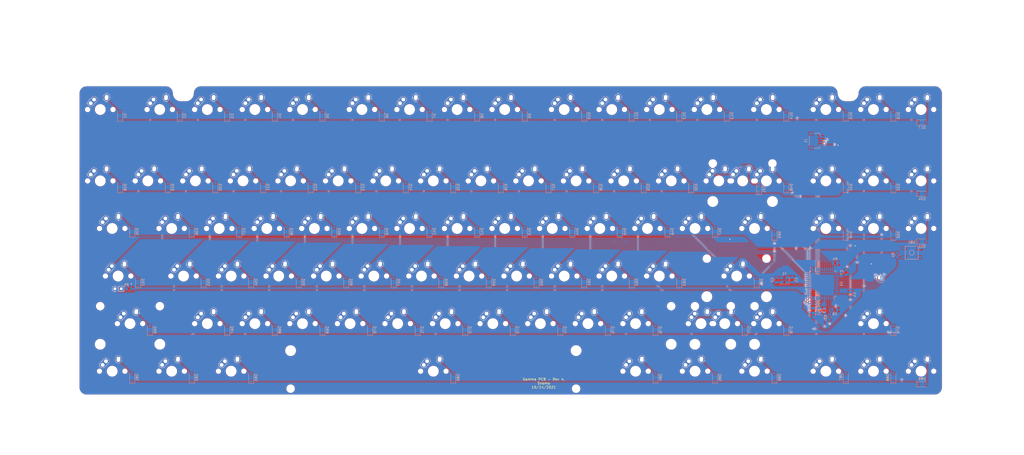
<source format=kicad_pcb>
(kicad_pcb (version 20171130) (host pcbnew "(5.1.10)-1")
  (layers (0 F.Cu signal) (31 B.Cu signal) (34 B.Paste user) (35 F.Paste user) (36 B.SilkS user) (37 F.SilkS user) (38 B.Mask user) (39 F.Mask user) (44 Edge.Cuts user))
  (net 0 "")
  (net 1 GND)
  (net 2 "Net-(C1-Pad1)")
  (net 3 "Net-(C2-Pad1)")
  (net 4 "Net-(C3-Pad1)")
  (net 5 +5V)
  (net 6 "Net-(D1-Pad2)")
  (net 7 Row0)
  (net 8 "Net-(D2-Pad2)")
  (net 9 "Net-(D3-Pad2)")
  (net 10 "Net-(D4-Pad2)")
  (net 11 "Net-(D5-Pad2)")
  (net 12 "Net-(D6-Pad2)")
  (net 13 "Net-(D7-Pad2)")
  (net 14 "Net-(D8-Pad2)")
  (net 15 "Net-(D9-Pad2)")
  (net 16 "Net-(D10-Pad2)")
  (net 17 "Net-(D11-Pad2)")
  (net 18 "Net-(D12-Pad2)")
  (net 19 "Net-(D13-Pad2)")
  (net 20 "Net-(D14-Pad2)")
  (net 21 "Net-(D15-Pad2)")
  (net 22 "Net-(D16-Pad2)")
  (net 23 "Net-(D17-Pad2)")
  (net 24 "Net-(D18-Pad2)")
  (net 25 Row1)
  (net 26 "Net-(D19-Pad2)")
  (net 27 "Net-(D20-Pad2)")
  (net 28 "Net-(D21-Pad2)")
  (net 29 "Net-(D22-Pad2)")
  (net 30 "Net-(D23-Pad2)")
  (net 31 "Net-(D24-Pad2)")
  (net 32 "Net-(D25-Pad2)")
  (net 33 "Net-(D26-Pad2)")
  (net 34 "Net-(D27-Pad2)")
  (net 35 "Net-(D28-Pad2)")
  (net 36 "Net-(D29-Pad2)")
  (net 37 "Net-(D30-Pad2)")
  (net 38 "Net-(D31-Pad2)")
  (net 39 "Net-(D32-Pad2)")
  (net 40 "Net-(D33-Pad2)")
  (net 41 "Net-(D34-Pad2)")
  (net 42 "Net-(D35-Pad2)")
  (net 43 Row2)
  (net 44 "Net-(D36-Pad2)")
  (net 45 "Net-(D37-Pad2)")
  (net 46 "Net-(D38-Pad2)")
  (net 47 "Net-(D39-Pad2)")
  (net 48 "Net-(D40-Pad2)")
  (net 49 "Net-(D41-Pad2)")
  (net 50 "Net-(D42-Pad2)")
  (net 51 "Net-(D43-Pad2)")
  (net 52 "Net-(D44-Pad2)")
  (net 53 "Net-(D45-Pad2)")
  (net 54 "Net-(D46-Pad2)")
  (net 55 "Net-(D47-Pad2)")
  (net 56 "Net-(D48-Pad2)")
  (net 57 "Net-(D49-Pad2)")
  (net 58 "Net-(D50-Pad2)")
  (net 59 "Net-(D51-Pad2)")
  (net 60 "Net-(D52-Pad2)")
  (net 61 Row3)
  (net 62 "Net-(D53-Pad2)")
  (net 63 "Net-(D54-Pad2)")
  (net 64 "Net-(D55-Pad2)")
  (net 65 "Net-(D56-Pad2)")
  (net 66 "Net-(D57-Pad2)")
  (net 67 "Net-(D58-Pad2)")
  (net 68 "Net-(D59-Pad2)")
  (net 69 "Net-(D60-Pad2)")
  (net 70 "Net-(D61-Pad2)")
  (net 71 "Net-(D62-Pad2)")
  (net 72 "Net-(D63-Pad2)")
  (net 73 "Net-(D64-Pad2)")
  (net 74 "Net-(D65-Pad2)")
  (net 75 "Net-(D66-Pad2)")
  (net 76 Row4)
  (net 77 "Net-(D67-Pad2)")
  (net 78 "Net-(D68-Pad2)")
  (net 79 "Net-(D69-Pad2)")
  (net 80 "Net-(D70-Pad2)")
  (net 81 "Net-(D71-Pad2)")
  (net 82 "Net-(D72-Pad2)")
  (net 83 "Net-(D73-Pad2)")
  (net 84 "Net-(D74-Pad2)")
  (net 85 "Net-(D75-Pad2)")
  (net 86 "Net-(D76-Pad2)")
  (net 87 "Net-(D77-Pad2)")
  (net 88 "Net-(D78-Pad2)")
  (net 89 "Net-(D79-Pad2)")
  (net 90 "Net-(D80-Pad2)")
  (net 91 "Net-(D81-Pad2)")
  (net 92 Row5)
  (net 93 "Net-(D82-Pad2)")
  (net 94 "Net-(D83-Pad2)")
  (net 95 "Net-(D84-Pad2)")
  (net 96 "Net-(D85-Pad2)")
  (net 97 "Net-(D86-Pad2)")
  (net 98 "Net-(D87-Pad2)")
  (net 99 "Net-(D88-Pad2)")
  (net 100 "Net-(D89-Pad2)")
  (net 101 D-)
  (net 102 D+)
  (net 103 Col0)
  (net 104 Col1)
  (net 105 Col2)
  (net 106 Col3)
  (net 107 Col4)
  (net 108 Col5)
  (net 109 Col6)
  (net 110 Col7)
  (net 111 Col8)
  (net 112 Col9)
  (net 113 Col10)
  (net 114 Col11)
  (net 115 Col12)
  (net 116 Col13)
  (net 117 Col14)
  (net 118 Col15)
  (net 119 Col16)
  (net 120 "Net-(R1-Pad2)")
  (net 121 "Net-(R2-Pad1)")
  (net 122 "Net-(R3-Pad1)")
  (net 123 "Net-(R4-Pad2)")
  (net 124 LEDout)
  (net 125 Led)
  (module Alps:MX-7U-ReversedStabilizers-NoLED (layer F.Cu) (at 154.35 125.775)
    (fp_text reference MX80)
    (fp_text value Space)
    (pad "" np_thru_hole circle (at 57.15 -8.255) (size 3.9878 3.9878) (drill 3.9878) (layers *.Cu *.Mask))
    (pad "" np_thru_hole circle (at -57.15 -8.255) (size 3.9878 3.9878) (drill 3.9878) (layers *.Cu *.Mask))
    (pad "" np_thru_hole circle (at 57.15 6.985) (size 3.048 3.048) (drill 3.048) (layers *.Cu *.Mask))
    (pad "" np_thru_hole circle (at -57.15 6.985) (size 3.048 3.048) (drill 3.048) (layers *.Cu *.Mask))
    (pad "" np_thru_hole circle (at 5.08 0 48.0996) (size 1.75 1.75) (drill 1.75) (layers *.Cu *.Mask))
    (pad "" np_thru_hole circle (at -5.08 0 48.0996) (size 1.75 1.75) (drill 1.75) (layers *.Cu *.Mask))
    (pad 1 thru_hole circle (at -2.5 -4) (size 2.25 2.25) (drill 1.47) (layers *.Cu B.Mask) (net 109 Col6))
    (pad "" np_thru_hole circle (at 0 0) (size 3.9878 3.9878) (drill 3.9878) (layers *.Cu *.Mask))
    (pad 1 thru_hole oval (at -3.81 -2.54 48.0996) (size 4.211556 2.25) (drill 1.47 (offset 0.980778 0)) (layers *.Cu B.Mask) (net 109 Col6))
    (pad 2 thru_hole circle (at 2.54 -5.08) (size 2.25 2.25) (drill 1.47) (layers *.Cu B.Mask) (net 90 "Net-(D80-Pad2)"))
    (pad 2 thru_hole oval (at 2.5 -4.5 86.0548) (size 2.831378 2.25) (drill 1.47 (offset 0.290689 0)) (layers *.Cu B.Mask) (net 90 "Net-(D80-Pad2)"))
  )
  (module Alps:MX-1U-NoLED (layer F.Cu) (at 268.65 49.575)
    (fp_text reference MX31)
    (fp_text value BcSpc)
    (pad "" np_thru_hole circle (at 5.08 0 48.0996) (size 1.75 1.75) (drill 1.75) (layers *.Cu *.Mask))
    (pad "" np_thru_hole circle (at -5.08 0 48.0996) (size 1.75 1.75) (drill 1.75) (layers *.Cu *.Mask))
    (pad 1 thru_hole circle (at -2.5 -4) (size 2.25 2.25) (drill 1.47) (layers *.Cu B.Mask) (net 116 Col13))
    (pad "" np_thru_hole circle (at 0 0) (size 3.9878 3.9878) (drill 3.9878) (layers *.Cu *.Mask))
    (pad 1 thru_hole oval (at -3.81 -2.54 48.0996) (size 4.211556 2.25) (drill 1.47 (offset 0.980778 0)) (layers *.Cu B.Mask) (net 116 Col13))
    (pad 2 thru_hole circle (at 2.54 -5.08) (size 2.25 2.25) (drill 1.47) (layers *.Cu B.Mask) (net 38 "Net-(D31-Pad2)"))
    (pad 2 thru_hole oval (at 2.5 -4.5 86.0548) (size 2.831378 2.25) (drill 1.47 (offset 0.290689 0)) (layers *.Cu B.Mask) (net 38 "Net-(D31-Pad2)"))
  )
  (module Alps:MX-2.75U-NoLED (layer F.Cu) (at 32.90625 106.725)
    (fp_text reference MX66)
    (fp_text value "L Shift")
    (pad "" np_thru_hole circle (at 11.938 8.255) (size 3.9878 3.9878) (drill 3.9878) (layers *.Cu *.Mask))
    (pad "" np_thru_hole circle (at -11.938 8.255) (size 3.9878 3.9878) (drill 3.9878) (layers *.Cu *.Mask))
    (pad "" np_thru_hole circle (at 11.938 -6.985) (size 3.048 3.048) (drill 3.048) (layers *.Cu *.Mask))
    (pad "" np_thru_hole circle (at -11.938 -6.985) (size 3.048 3.048) (drill 3.048) (layers *.Cu *.Mask))
    (pad "" np_thru_hole circle (at 5.08 0 48.0996) (size 1.75 1.75) (drill 1.75) (layers *.Cu *.Mask))
    (pad "" np_thru_hole circle (at -5.08 0 48.0996) (size 1.75 1.75) (drill 1.75) (layers *.Cu *.Mask))
    (pad 1 thru_hole circle (at -2.5 -4) (size 2.25 2.25) (drill 1.47) (layers *.Cu B.Mask) (net 103 Col0))
    (pad "" np_thru_hole circle (at 0 0) (size 3.9878 3.9878) (drill 3.9878) (layers *.Cu *.Mask))
    (pad 1 thru_hole oval (at -3.81 -2.54 48.0996) (size 4.211556 2.25) (drill 1.47 (offset 0.980778 0)) (layers *.Cu B.Mask) (net 103 Col0))
    (pad 2 thru_hole circle (at 2.54 -5.08) (size 2.25 2.25) (drill 1.47) (layers *.Cu B.Mask) (net 75 "Net-(D66-Pad2)"))
    (pad 2 thru_hole oval (at 2.5 -4.5 86.0548) (size 2.831378 2.25) (drill 1.47 (offset 0.290689 0)) (layers *.Cu B.Mask) (net 75 "Net-(D66-Pad2)"))
  )
  (module Alps:MX-1U-NoLED (layer F.Cu) (at 201.975 68.625)
    (fp_text reference MX44)
    (fp_text value O)
    (pad "" np_thru_hole circle (at 5.08 0 48.0996) (size 1.75 1.75) (drill 1.75) (layers *.Cu *.Mask))
    (pad "" np_thru_hole circle (at -5.08 0 48.0996) (size 1.75 1.75) (drill 1.75) (layers *.Cu *.Mask))
    (pad 1 thru_hole circle (at -2.5 -4) (size 2.25 2.25) (drill 1.47) (layers *.Cu B.Mask) (net 112 Col9))
    (pad "" np_thru_hole circle (at 0 0) (size 3.9878 3.9878) (drill 3.9878) (layers *.Cu *.Mask))
    (pad 1 thru_hole oval (at -3.81 -2.54 48.0996) (size 4.211556 2.25) (drill 1.47 (offset 0.980778 0)) (layers *.Cu B.Mask) (net 112 Col9))
    (pad 2 thru_hole circle (at 2.54 -5.08) (size 2.25 2.25) (drill 1.47) (layers *.Cu B.Mask) (net 52 "Net-(D44-Pad2)"))
    (pad 2 thru_hole oval (at 2.5 -4.5 86.0548) (size 2.831378 2.25) (drill 1.47 (offset 0.290689 0)) (layers *.Cu B.Mask) (net 52 "Net-(D44-Pad2)"))
  )
  (module Alps:MX-2.25U-NoLED (layer F.Cu) (at 275.793 87.675)
    (fp_text reference MX64)
    (fp_text value Enter)
    (pad "" np_thru_hole circle (at 11.938 8.255) (size 3.9878 3.9878) (drill 3.9878) (layers *.Cu *.Mask))
    (pad "" np_thru_hole circle (at -11.938 8.255) (size 3.9878 3.9878) (drill 3.9878) (layers *.Cu *.Mask))
    (pad "" np_thru_hole circle (at 11.938 -6.985) (size 3.048 3.048) (drill 3.048) (layers *.Cu *.Mask))
    (pad "" np_thru_hole circle (at -11.938 -6.985) (size 3.048 3.048) (drill 3.048) (layers *.Cu *.Mask))
    (pad "" np_thru_hole circle (at 5.08 0 48.0996) (size 1.75 1.75) (drill 1.75) (layers *.Cu *.Mask))
    (pad "" np_thru_hole circle (at -5.08 0 48.0996) (size 1.75 1.75) (drill 1.75) (layers *.Cu *.Mask))
    (pad 1 thru_hole circle (at -2.5 -4) (size 2.25 2.25) (drill 1.47) (layers *.Cu B.Mask) (net 115 Col12))
    (pad "" np_thru_hole circle (at 0 0) (size 3.9878 3.9878) (drill 3.9878) (layers *.Cu *.Mask))
    (pad 1 thru_hole oval (at -3.81 -2.54 48.0996) (size 4.211556 2.25) (drill 1.47 (offset 0.980778 0)) (layers *.Cu B.Mask) (net 115 Col12))
    (pad 2 thru_hole circle (at 2.54 -5.08) (size 2.25 2.25) (drill 1.47) (layers *.Cu B.Mask) (net 73 "Net-(D64-Pad2)"))
    (pad 2 thru_hole oval (at 2.5 -4.5 86.0548) (size 2.831378 2.25) (drill 1.47 (offset 0.290689 0)) (layers *.Cu B.Mask) (net 73 "Net-(D64-Pad2)"))
  )
  (module Alps:MX-2.75U-NoLED (layer F.Cu) (at 261.50625 106.725)
    (fp_text reference MX77)
    (fp_text value "R Shift")
    (pad "" np_thru_hole circle (at 11.938 8.255) (size 3.9878 3.9878) (drill 3.9878) (layers *.Cu *.Mask))
    (pad "" np_thru_hole circle (at -11.938 8.255) (size 3.9878 3.9878) (drill 3.9878) (layers *.Cu *.Mask))
    (pad "" np_thru_hole circle (at 11.938 -6.985) (size 3.048 3.048) (drill 3.048) (layers *.Cu *.Mask))
    (pad "" np_thru_hole circle (at -11.938 -6.985) (size 3.048 3.048) (drill 3.048) (layers *.Cu *.Mask))
    (pad "" np_thru_hole circle (at 5.08 0 48.0996) (size 1.75 1.75) (drill 1.75) (layers *.Cu *.Mask))
    (pad "" np_thru_hole circle (at -5.08 0 48.0996) (size 1.75 1.75) (drill 1.75) (layers *.Cu *.Mask))
    (pad 1 thru_hole circle (at -2.5 -4) (size 2.25 2.25) (drill 1.47) (layers *.Cu B.Mask) (net 114 Col11))
    (pad "" np_thru_hole circle (at 0 0) (size 3.9878 3.9878) (drill 3.9878) (layers *.Cu *.Mask))
    (pad 1 thru_hole oval (at -3.81 -2.54 48.0996) (size 4.211556 2.25) (drill 1.47 (offset 0.980778 0)) (layers *.Cu B.Mask) (net 114 Col11))
    (pad 2 thru_hole circle (at 2.54 -5.08) (size 2.25 2.25) (drill 1.47) (layers *.Cu B.Mask) (net 87 "Net-(D77-Pad2)"))
    (pad 2 thru_hole oval (at 2.5 -4.5 86.0548) (size 2.831378 2.25) (drill 1.47 (offset 0.290689 0)) (layers *.Cu B.Mask) (net 87 "Net-(D77-Pad2)"))
  )
  (module Diode_SMD:D_SOD-123 (layer B.Cu) (at 350.04375 130.96875)
    (fp_text reference D89 (at 0 -2.116) (layer B.SilkS) (effects (justify mirror)))
    (fp_text value SOD_123)
    (pad 2 smd rect (at 1.65 0) (size 0.9 1.2) (layers B.Cu B.Paste B.Mask) (net 100 "Net-(D89-Pad2)"))
    (pad 1 smd rect (at -1.65 0) (size 0.9 1.2) (layers B.Cu B.Paste B.Mask) (net 92 Row5))
  )
  (module Diode_SMD:D_SOD-123 (layer B.Cu) (at 338.5625 128.275 90)
    (fp_text reference D88 (at 0 -2.2665 90) (layer B.SilkS) (effects (justify mirror)))
    (fp_text value SOD_123)
    (pad 2 smd rect (at 1.65 0 90) (size 0.9 1.2) (layers B.Cu B.Paste B.Mask) (net 99 "Net-(D88-Pad2)"))
    (pad 1 smd rect (at -1.65 0 90) (size 0.9 1.2) (layers B.Cu B.Paste B.Mask) (net 92 Row5))
  )
  (module Diode_SMD:D_SOD-123 (layer B.Cu) (at 319.5125 128.275 90)
    (fp_text reference D87 (at 0.259 -2.0125 90) (layer B.SilkS) (effects (justify mirror)))
    (fp_text value SOD_123)
    (pad 2 smd rect (at 1.65 0 90) (size 0.9 1.2) (layers B.Cu B.Paste B.Mask) (net 98 "Net-(D87-Pad2)"))
    (pad 1 smd rect (at -1.65 0 90) (size 0.9 1.2) (layers B.Cu B.Paste B.Mask) (net 92 Row5))
  )
  (module Diode_SMD:D_SOD-123 (layer B.Cu) (at 290.9375 128.275 90)
    (fp_text reference D86 (at 0 2 90) (layer B.SilkS) (effects (justify mirror)))
    (fp_text value SOD_123)
    (pad 2 smd rect (at 1.65 0 90) (size 0.9 1.2) (layers B.Cu B.Paste B.Mask) (net 97 "Net-(D86-Pad2)"))
    (pad 1 smd rect (at -1.65 0 90) (size 0.9 1.2) (layers B.Cu B.Paste B.Mask) (net 92 Row5))
  )
  (module Diode_SMD:D_SOD-123 (layer B.Cu) (at 267.125 128.275 90)
    (fp_text reference D85 (at 0 2 90) (layer B.SilkS) (effects (justify mirror)))
    (fp_text value SOD_123)
    (pad 2 smd rect (at 1.65 0 90) (size 0.9 1.2) (layers B.Cu B.Paste B.Mask) (net 96 "Net-(D85-Pad2)"))
    (pad 1 smd rect (at -1.65 0 90) (size 0.9 1.2) (layers B.Cu B.Paste B.Mask) (net 92 Row5))
  )
  (module Diode_SMD:D_SOD-123 (layer B.Cu) (at 243.3125 128.275 90)
    (fp_text reference D84 (at 0 2 90) (layer B.SilkS) (effects (justify mirror)))
    (fp_text value SOD_123)
    (pad 2 smd rect (at 1.65 0 90) (size 0.9 1.2) (layers B.Cu B.Paste B.Mask) (net 95 "Net-(D84-Pad2)"))
    (pad 1 smd rect (at -1.65 0 90) (size 0.9 1.2) (layers B.Cu B.Paste B.Mask) (net 92 Row5))
  )
  (module Diode_SMD:D_SOD-123 (layer B.Cu) (at 81.3875 128.275 90)
    (fp_text reference D83 (at 0 2 90) (layer B.SilkS) (effects (justify mirror)))
    (fp_text value SOD_123)
    (pad 2 smd rect (at 1.65 0 90) (size 0.9 1.2) (layers B.Cu B.Paste B.Mask) (net 94 "Net-(D83-Pad2)"))
    (pad 1 smd rect (at -1.65 0 90) (size 0.9 1.2) (layers B.Cu B.Paste B.Mask) (net 92 Row5))
  )
  (module Diode_SMD:D_SOD-123 (layer B.Cu) (at 57.575 128.275 90)
    (fp_text reference D82 (at 0 2 90) (layer B.SilkS) (effects (justify mirror)))
    (fp_text value SOD_123)
    (pad 2 smd rect (at 1.65 0 90) (size 0.9 1.2) (layers B.Cu B.Paste B.Mask) (net 93 "Net-(D82-Pad2)"))
    (pad 1 smd rect (at -1.65 0 90) (size 0.9 1.2) (layers B.Cu B.Paste B.Mask) (net 92 Row5))
  )
  (module Diode_SMD:D_SOD-123 (layer B.Cu) (at 33.7625 128.275 90)
    (fp_text reference D81 (at 0 2 90) (layer B.SilkS) (effects (justify mirror)))
    (fp_text value D_Small)
    (pad 2 smd rect (at 1.65 0 90) (size 0.9 1.2) (layers B.Cu B.Paste B.Mask) (net 91 "Net-(D81-Pad2)"))
    (pad 1 smd rect (at -1.65 0 90) (size 0.9 1.2) (layers B.Cu B.Paste B.Mask) (net 92 Row5))
  )
  (module Diode_SMD:D_SOD-123 (layer B.Cu) (at 162.35 128.275 90)
    (fp_text reference D80 (at 0 2 90) (layer B.SilkS) (effects (justify mirror)))
    (fp_text value SOD_123)
    (pad 2 smd rect (at 1.65 0 90) (size 0.9 1.2) (layers B.Cu B.Paste B.Mask) (net 90 "Net-(D80-Pad2)"))
    (pad 1 smd rect (at -1.65 0 90) (size 0.9 1.2) (layers B.Cu B.Paste B.Mask) (net 92 Row5))
  )
  (module Diode_SMD:D_SOD-123 (layer B.Cu) (at 338.5625 109.225 90)
    (fp_text reference D79 (at 0 2 90) (layer B.SilkS) (effects (justify mirror)))
    (fp_text value SOD_123)
    (pad 2 smd rect (at 1.65 0 90) (size 0.9 1.2) (layers B.Cu B.Paste B.Mask) (net 89 "Net-(D79-Pad2)"))
    (pad 1 smd rect (at -1.65 0 90) (size 0.9 1.2) (layers B.Cu B.Paste B.Mask) (net 76 Row4))
  )
  (module Diode_SMD:D_SOD-123 (layer B.Cu) (at 295.7 109.225 90)
    (fp_text reference D78 (at 0 2 90) (layer B.SilkS) (effects (justify mirror)))
    (fp_text value SOD_123)
    (pad 2 smd rect (at 1.65 0 90) (size 0.9 1.2) (layers B.Cu B.Paste B.Mask) (net 88 "Net-(D78-Pad2)"))
    (pad 1 smd rect (at -1.65 0 90) (size 0.9 1.2) (layers B.Cu B.Paste B.Mask) (net 76 Row4))
  )
  (module Diode_SMD:D_SOD-123 (layer B.Cu) (at 279.03125 109.225 90)
    (fp_text reference D77 (at 0 2 90) (layer B.SilkS) (effects (justify mirror)))
    (fp_text value SOD_123)
    (pad 2 smd rect (at 1.65 0 90) (size 0.9 1.2) (layers B.Cu B.Paste B.Mask) (net 87 "Net-(D77-Pad2)"))
    (pad 1 smd rect (at -1.65 0 90) (size 0.9 1.2) (layers B.Cu B.Paste B.Mask) (net 76 Row4))
  )
  (module Diode_SMD:D_SOD-123 (layer B.Cu) (at 243.3125 109.225 90)
    (fp_text reference D76 (at 0 2 90) (layer B.SilkS) (effects (justify mirror)))
    (fp_text value SOD_123)
    (pad 2 smd rect (at 1.65 0 90) (size 0.9 1.2) (layers B.Cu B.Paste B.Mask) (net 86 "Net-(D76-Pad2)"))
    (pad 1 smd rect (at -1.65 0 90) (size 0.9 1.2) (layers B.Cu B.Paste B.Mask) (net 76 Row4))
  )
  (module Diode_SMD:D_SOD-123 (layer B.Cu) (at 224.2625 109.225 90)
    (fp_text reference D75 (at 0 2 90) (layer B.SilkS) (effects (justify mirror)))
    (fp_text value SOD_123)
    (pad 2 smd rect (at 1.65 0 90) (size 0.9 1.2) (layers B.Cu B.Paste B.Mask) (net 85 "Net-(D75-Pad2)"))
    (pad 1 smd rect (at -1.65 0 90) (size 0.9 1.2) (layers B.Cu B.Paste B.Mask) (net 76 Row4))
  )
  (module Diode_SMD:D_SOD-123 (layer B.Cu) (at 205.2125 109.225 90)
    (fp_text reference D74 (at 0 2 90) (layer B.SilkS) (effects (justify mirror)))
    (fp_text value SOD_123)
    (pad 2 smd rect (at 1.65 0 90) (size 0.9 1.2) (layers B.Cu B.Paste B.Mask) (net 84 "Net-(D74-Pad2)"))
    (pad 1 smd rect (at -1.65 0 90) (size 0.9 1.2) (layers B.Cu B.Paste B.Mask) (net 76 Row4))
  )
  (module Diode_SMD:D_SOD-123 (layer B.Cu) (at 186.1625 109.225 90)
    (fp_text reference D73 (at 0 2 90) (layer B.SilkS) (effects (justify mirror)))
    (fp_text value SOD_123)
    (pad 2 smd rect (at 1.65 0 90) (size 0.9 1.2) (layers B.Cu B.Paste B.Mask) (net 83 "Net-(D73-Pad2)"))
    (pad 1 smd rect (at -1.65 0 90) (size 0.9 1.2) (layers B.Cu B.Paste B.Mask) (net 76 Row4))
  )
  (module Diode_SMD:D_SOD-123 (layer B.Cu) (at 167.1125 109.225 90)
    (fp_text reference D72 (at 0 2 90) (layer B.SilkS) (effects (justify mirror)))
    (fp_text value SOD_123)
    (pad 2 smd rect (at 1.65 0 90) (size 0.9 1.2) (layers B.Cu B.Paste B.Mask) (net 82 "Net-(D72-Pad2)"))
    (pad 1 smd rect (at -1.65 0 90) (size 0.9 1.2) (layers B.Cu B.Paste B.Mask) (net 76 Row4))
  )
  (module Diode_SMD:D_SOD-123 (layer B.Cu) (at 148.0625 109.225 90)
    (fp_text reference D71 (at 0 2 90) (layer B.SilkS) (effects (justify mirror)))
    (fp_text value SOD_123)
    (pad 2 smd rect (at 1.65 0 90) (size 0.9 1.2) (layers B.Cu B.Paste B.Mask) (net 81 "Net-(D71-Pad2)"))
    (pad 1 smd rect (at -1.65 0 90) (size 0.9 1.2) (layers B.Cu B.Paste B.Mask) (net 76 Row4))
  )
  (module Diode_SMD:D_SOD-123 (layer B.Cu) (at 129.0125 109.225 90)
    (fp_text reference D70 (at 0 2 90) (layer B.SilkS) (effects (justify mirror)))
    (fp_text value SOD_123)
    (pad 2 smd rect (at 1.65 0 90) (size 0.9 1.2) (layers B.Cu B.Paste B.Mask) (net 80 "Net-(D70-Pad2)"))
    (pad 1 smd rect (at -1.65 0 90) (size 0.9 1.2) (layers B.Cu B.Paste B.Mask) (net 76 Row4))
  )
  (module Diode_SMD:D_SOD-123 (layer B.Cu) (at 109.9625 109.225 90)
    (fp_text reference D69 (at 0 2 90) (layer B.SilkS) (effects (justify mirror)))
    (fp_text value SOD_123)
    (pad 2 smd rect (at 1.65 0 90) (size 0.9 1.2) (layers B.Cu B.Paste B.Mask) (net 79 "Net-(D69-Pad2)"))
    (pad 1 smd rect (at -1.65 0 90) (size 0.9 1.2) (layers B.Cu B.Paste B.Mask) (net 76 Row4))
  )
  (module Diode_SMD:D_SOD-123 (layer B.Cu) (at 90.9125 109.225 90)
    (fp_text reference D68 (at 0 2 90) (layer B.SilkS) (effects (justify mirror)))
    (fp_text value SOD_123)
    (pad 2 smd rect (at 1.65 0 90) (size 0.9 1.2) (layers B.Cu B.Paste B.Mask) (net 78 "Net-(D68-Pad2)"))
    (pad 1 smd rect (at -1.65 0 90) (size 0.9 1.2) (layers B.Cu B.Paste B.Mask) (net 76 Row4))
  )
  (module Diode_SMD:D_SOD-123 (layer B.Cu) (at 71.8625 109.225 90)
    (fp_text reference D67 (at 0 2 90) (layer B.SilkS) (effects (justify mirror)))
    (fp_text value SOD_123)
    (pad 2 smd rect (at 1.65 0 90) (size 0.9 1.2) (layers B.Cu B.Paste B.Mask) (net 77 "Net-(D67-Pad2)"))
    (pad 1 smd rect (at -1.65 0 90) (size 0.9 1.2) (layers B.Cu B.Paste B.Mask) (net 76 Row4))
  )
  (module Diode_SMD:D_SOD-123 (layer B.Cu) (at 40.90625 109.225 90)
    (fp_text reference D66 (at 0 2 90) (layer B.SilkS) (effects (justify mirror)))
    (fp_text value SOD_123)
    (pad 2 smd rect (at 1.65 0 90) (size 0.9 1.2) (layers B.Cu B.Paste B.Mask) (net 75 "Net-(D66-Pad2)"))
    (pad 1 smd rect (at -1.65 0 90) (size 0.9 1.2) (layers B.Cu B.Paste B.Mask) (net 76 Row4))
  )
  (module Diode_SMD:D_SOD-123 (layer B.Cu) (at 290.9375 71.125 90)
    (fp_text reference D65 (at 0 2 90) (layer B.SilkS) (effects (justify mirror)))
    (fp_text value SOD_123)
    (pad 2 smd rect (at 1.65 0 90) (size 0.9 1.2) (layers B.Cu B.Paste B.Mask) (net 74 "Net-(D65-Pad2)"))
    (pad 1 smd rect (at -1.65 0 90) (size 0.9 1.2) (layers B.Cu B.Paste B.Mask) (net 61 Row3))
  )
  (module Diode_SMD:D_SOD-123 (layer B.Cu) (at 283.793 90.175 90)
    (fp_text reference D64 (at 0 2 90) (layer B.SilkS) (effects (justify mirror)))
    (fp_text value SOD_123)
    (pad 2 smd rect (at 1.65 0 90) (size 0.9 1.2) (layers B.Cu B.Paste B.Mask) (net 73 "Net-(D64-Pad2)"))
    (pad 1 smd rect (at -1.65 0 90) (size 0.9 1.2) (layers B.Cu B.Paste B.Mask) (net 61 Row3))
  )
  (module Diode_SMD:D_SOD-123 (layer B.Cu) (at 252.8375 90.175 90)
    (fp_text reference D63 (at 0 2 90) (layer B.SilkS) (effects (justify mirror)))
    (fp_text value SOD_123)
    (pad 2 smd rect (at 1.65 0 90) (size 0.9 1.2) (layers B.Cu B.Paste B.Mask) (net 72 "Net-(D63-Pad2)"))
    (pad 1 smd rect (at -1.65 0 90) (size 0.9 1.2) (layers B.Cu B.Paste B.Mask) (net 61 Row3))
  )
  (module Diode_SMD:D_SOD-123 (layer B.Cu) (at 233.7875 90.175 90)
    (fp_text reference D62 (at 0 2 90) (layer B.SilkS) (effects (justify mirror)))
    (fp_text value SOD_123)
    (pad 2 smd rect (at 1.65 0 90) (size 0.9 1.2) (layers B.Cu B.Paste B.Mask) (net 71 "Net-(D62-Pad2)"))
    (pad 1 smd rect (at -1.65 0 90) (size 0.9 1.2) (layers B.Cu B.Paste B.Mask) (net 61 Row3))
  )
  (module Diode_SMD:D_SOD-123 (layer B.Cu) (at 214.7375 90.175 90)
    (fp_text reference D61 (at 0 2 90) (layer B.SilkS) (effects (justify mirror)))
    (fp_text value SOD_123)
    (pad 2 smd rect (at 1.65 0 90) (size 0.9 1.2) (layers B.Cu B.Paste B.Mask) (net 70 "Net-(D61-Pad2)"))
    (pad 1 smd rect (at -1.65 0 90) (size 0.9 1.2) (layers B.Cu B.Paste B.Mask) (net 61 Row3))
  )
  (module Diode_SMD:D_SOD-123 (layer B.Cu) (at 195.6875 90.175 90)
    (fp_text reference D60 (at 0 2 90) (layer B.SilkS) (effects (justify mirror)))
    (fp_text value SOD_123)
    (pad 2 smd rect (at 1.65 0 90) (size 0.9 1.2) (layers B.Cu B.Paste B.Mask) (net 69 "Net-(D60-Pad2)"))
    (pad 1 smd rect (at -1.65 0 90) (size 0.9 1.2) (layers B.Cu B.Paste B.Mask) (net 61 Row3))
  )
  (module Diode_SMD:D_SOD-123 (layer B.Cu) (at 176.6375 90.175 90)
    (fp_text reference D59 (at 0 2 90) (layer B.SilkS) (effects (justify mirror)))
    (fp_text value SOD_123)
    (pad 2 smd rect (at 1.65 0 90) (size 0.9 1.2) (layers B.Cu B.Paste B.Mask) (net 68 "Net-(D59-Pad2)"))
    (pad 1 smd rect (at -1.65 0 90) (size 0.9 1.2) (layers B.Cu B.Paste B.Mask) (net 61 Row3))
  )
  (module Diode_SMD:D_SOD-123 (layer B.Cu) (at 157.5875 90.175 90)
    (fp_text reference D58 (at 0 2 90) (layer B.SilkS) (effects (justify mirror)))
    (fp_text value SOD_123)
    (pad 2 smd rect (at 1.65 0 90) (size 0.9 1.2) (layers B.Cu B.Paste B.Mask) (net 67 "Net-(D58-Pad2)"))
    (pad 1 smd rect (at -1.65 0 90) (size 0.9 1.2) (layers B.Cu B.Paste B.Mask) (net 61 Row3))
  )
  (module Diode_SMD:D_SOD-123 (layer B.Cu) (at 138.5375 90.175 90)
    (fp_text reference D57 (at 0 2 90) (layer B.SilkS) (effects (justify mirror)))
    (fp_text value SOD_123)
    (pad 1 smd rect (at -1.65 0 90) (size 0.9 1.2) (layers B.Cu B.Paste B.Mask) (net 61 Row3))
    (pad 2 smd rect (at 1.65 0 90) (size 0.9 1.2) (layers B.Cu B.Paste B.Mask) (net 66 "Net-(D57-Pad2)"))
  )
  (module Diode_SMD:D_SOD-123 (layer B.Cu) (at 119.4875 90.175 90)
    (fp_text reference D56 (at 0 2 90) (layer B.SilkS) (effects (justify mirror)))
    (fp_text value SOD_123)
    (pad 1 smd rect (at -1.65 0 90) (size 0.9 1.2) (layers B.Cu B.Paste B.Mask) (net 61 Row3))
    (pad 2 smd rect (at 1.65 0 90) (size 0.9 1.2) (layers B.Cu B.Paste B.Mask) (net 65 "Net-(D56-Pad2)"))
  )
  (module Diode_SMD:D_SOD-123 (layer B.Cu) (at 100.4375 90.175 90)
    (fp_text reference D55 (at 0 2 90) (layer B.SilkS) (effects (justify mirror)))
    (fp_text value SOD_123)
    (pad 1 smd rect (at -1.65 0 90) (size 0.9 1.2) (layers B.Cu B.Paste B.Mask) (net 61 Row3))
    (pad 2 smd rect (at 1.65 0 90) (size 0.9 1.2) (layers B.Cu B.Paste B.Mask) (net 64 "Net-(D55-Pad2)"))
  )
  (module Diode_SMD:D_SOD-123 (layer B.Cu) (at 81.3875 90.175 90)
    (fp_text reference D54 (at 0 2 90) (layer B.SilkS) (effects (justify mirror)))
    (fp_text value SOD_123)
    (pad 1 smd rect (at -1.65 0 90) (size 0.9 1.2) (layers B.Cu B.Paste B.Mask) (net 61 Row3))
    (pad 2 smd rect (at 1.65 0 90) (size 0.9 1.2) (layers B.Cu B.Paste B.Mask) (net 63 "Net-(D54-Pad2)"))
  )
  (module Diode_SMD:D_SOD-123 (layer B.Cu) (at 62.3375 90.175 90)
    (fp_text reference D53 (at 0 2 90) (layer B.SilkS) (effects (justify mirror)))
    (fp_text value SOD_123)
    (pad 1 smd rect (at -1.65 0 90) (size 0.9 1.2) (layers B.Cu B.Paste B.Mask) (net 61 Row3))
    (pad 2 smd rect (at 1.65 0 90) (size 0.9 1.2) (layers B.Cu B.Paste B.Mask) (net 62 "Net-(D53-Pad2)"))
  )
  (module Diode_SMD:D_SOD-123 (layer B.Cu) (at 36.14375 90.175 90)
    (fp_text reference D52 (at 0 2 90) (layer B.SilkS) (effects (justify mirror)))
    (fp_text value SOD_123)
    (pad 2 smd rect (at 1.65 0 90) (size 0.9 1.2) (layers B.Cu B.Paste B.Mask) (net 60 "Net-(D52-Pad2)"))
    (pad 1 smd rect (at -1.65 0 90) (size 0.9 1.2) (layers B.Cu B.Paste B.Mask) (net 61 Row3))
  )
  (module Diode_SMD:D_SOD-123 (layer B.Cu) (at 350.04375 73.81875)
    (fp_text reference D51 (at 0 2) (layer B.SilkS) (effects (justify mirror)))
    (fp_text value SOD_123)
    (pad 2 smd rect (at 1.65 0) (size 0.9 1.2) (layers B.Cu B.Paste B.Mask) (net 59 "Net-(D51-Pad2)"))
    (pad 1 smd rect (at -1.65 0) (size 0.9 1.2) (layers B.Cu B.Paste B.Mask) (net 43 Row2))
  )
  (module Diode_SMD:D_SOD-123 (layer B.Cu) (at 338.5625 71.125 90)
    (fp_text reference D50 (at 0 2 90) (layer B.SilkS) (effects (justify mirror)))
    (fp_text value SOD_123)
    (pad 2 smd rect (at 1.65 0 90) (size 0.9 1.2) (layers B.Cu B.Paste B.Mask) (net 58 "Net-(D50-Pad2)"))
    (pad 1 smd rect (at -1.65 0 90) (size 0.9 1.2) (layers B.Cu B.Paste B.Mask) (net 43 Row2))
  )
  (module Diode_SMD:D_SOD-123 (layer B.Cu) (at 319.5125 71.125 90)
    (fp_text reference D49 (at 0 2 90) (layer B.SilkS) (effects (justify mirror)))
    (fp_text value SOD_123)
    (pad 2 smd rect (at 1.65 0 90) (size 0.9 1.2) (layers B.Cu B.Paste B.Mask) (net 57 "Net-(D49-Pad2)"))
    (pad 1 smd rect (at -1.65 0 90) (size 0.9 1.2) (layers B.Cu B.Paste B.Mask) (net 43 Row2))
  )
  (module Diode_SMD:D_SOD-123 (layer B.Cu) (at 295.7 52.075 90)
    (fp_text reference D48 (at 0 2 90) (layer B.SilkS) (effects (justify mirror)))
    (fp_text value SOD_123)
    (pad 2 smd rect (at 1.65 0 90) (size 0.9 1.2) (layers B.Cu B.Paste B.Mask) (net 56 "Net-(D48-Pad2)"))
    (pad 1 smd rect (at -1.65 0 90) (size 0.9 1.2) (layers B.Cu B.Paste B.Mask) (net 43 Row2))
  )
  (module Diode_SMD:D_SOD-123 (layer B.Cu) (at 267.125 69.85 90)
    (fp_text reference D47 (at 0 2 90) (layer B.SilkS) (effects (justify mirror)))
    (fp_text value SOD_123)
    (pad 2 smd rect (at 1.65 0 90) (size 0.9 1.2) (layers B.Cu B.Paste B.Mask) (net 55 "Net-(D47-Pad2)"))
    (pad 1 smd rect (at -1.65 0 90) (size 0.9 1.2) (layers B.Cu B.Paste B.Mask) (net 43 Row2))
  )
  (module Diode_SMD:D_SOD-123 (layer B.Cu) (at 248.075 69.85 90)
    (fp_text reference D46 (at 0 2 90) (layer B.SilkS) (effects (justify mirror)))
    (fp_text value SOD_123)
    (pad 2 smd rect (at 1.65 0 90) (size 0.9 1.2) (layers B.Cu B.Paste B.Mask) (net 54 "Net-(D46-Pad2)"))
    (pad 1 smd rect (at -1.65 0 90) (size 0.9 1.2) (layers B.Cu B.Paste B.Mask) (net 43 Row2))
  )
  (module Diode_SMD:D_SOD-123 (layer B.Cu) (at 229.025 69.85 90)
    (fp_text reference D45 (at 0 2 90) (layer B.SilkS) (effects (justify mirror)))
    (fp_text value SOD_123)
    (pad 2 smd rect (at 1.65 0 90) (size 0.9 1.2) (layers B.Cu B.Paste B.Mask) (net 53 "Net-(D45-Pad2)"))
    (pad 1 smd rect (at -1.65 0 90) (size 0.9 1.2) (layers B.Cu B.Paste B.Mask) (net 43 Row2))
  )
  (module Diode_SMD:D_SOD-123 (layer B.Cu) (at 209.975 69.85 90)
    (fp_text reference D44 (at 0 2 90) (layer B.SilkS) (effects (justify mirror)))
    (fp_text value SOD_123)
    (pad 2 smd rect (at 1.65 0 90) (size 0.9 1.2) (layers B.Cu B.Paste B.Mask) (net 52 "Net-(D44-Pad2)"))
    (pad 1 smd rect (at -1.65 0 90) (size 0.9 1.2) (layers B.Cu B.Paste B.Mask) (net 43 Row2))
  )
  (module Diode_SMD:D_SOD-123 (layer B.Cu) (at 190.925 69.85 90)
    (fp_text reference D43 (at 0 2 90) (layer B.SilkS) (effects (justify mirror)))
    (fp_text value SOD_123)
    (pad 2 smd rect (at 1.65 0 90) (size 0.9 1.2) (layers B.Cu B.Paste B.Mask) (net 51 "Net-(D43-Pad2)"))
    (pad 1 smd rect (at -1.65 0 90) (size 0.9 1.2) (layers B.Cu B.Paste B.Mask) (net 43 Row2))
  )
  (module Diode_SMD:D_SOD-123 (layer B.Cu) (at 171.875 69.85 90)
    (fp_text reference D42 (at 0 2 90) (layer B.SilkS) (effects (justify mirror)))
    (fp_text value SOD_123)
    (pad 2 smd rect (at 1.65 0 90) (size 0.9 1.2) (layers B.Cu B.Paste B.Mask) (net 50 "Net-(D42-Pad2)"))
    (pad 1 smd rect (at -1.65 0 90) (size 0.9 1.2) (layers B.Cu B.Paste B.Mask) (net 43 Row2))
  )
  (module Diode_SMD:D_SOD-123 (layer B.Cu) (at 152.825 69.85 90)
    (fp_text reference D41 (at 0 2 90) (layer B.SilkS) (effects (justify mirror)))
    (fp_text value SOD_123)
    (pad 2 smd rect (at 1.65 0 90) (size 0.9 1.2) (layers B.Cu B.Paste B.Mask) (net 49 "Net-(D41-Pad2)"))
    (pad 1 smd rect (at -1.65 0 90) (size 0.9 1.2) (layers B.Cu B.Paste B.Mask) (net 43 Row2))
  )
  (module Diode_SMD:D_SOD-123 (layer B.Cu) (at 133.775 69.85 90)
    (fp_text reference D40 (at 0 2 90) (layer B.SilkS) (effects (justify mirror)))
    (fp_text value SOD_123)
    (pad 2 smd rect (at 1.65 0 90) (size 0.9 1.2) (layers B.Cu B.Paste B.Mask) (net 48 "Net-(D40-Pad2)"))
    (pad 1 smd rect (at -1.65 0 90) (size 0.9 1.2) (layers B.Cu B.Paste B.Mask) (net 43 Row2))
  )
  (module Diode_SMD:D_SOD-123 (layer B.Cu) (at 114.725 69.85 90)
    (fp_text reference D39 (at 0 2 90) (layer B.SilkS) (effects (justify mirror)))
    (fp_text value SOD_123)
    (pad 2 smd rect (at 1.65 0 90) (size 0.9 1.2) (layers B.Cu B.Paste B.Mask) (net 47 "Net-(D39-Pad2)"))
    (pad 1 smd rect (at -1.65 0 90) (size 0.9 1.2) (layers B.Cu B.Paste B.Mask) (net 43 Row2))
  )
  (module Diode_SMD:D_SOD-123 (layer B.Cu) (at 95.675 69.85 90)
    (fp_text reference D38 (at 0 2 90) (layer B.SilkS) (effects (justify mirror)))
    (fp_text value SOD_123)
    (pad 2 smd rect (at 1.65 0 90) (size 0.9 1.2) (layers B.Cu B.Paste B.Mask) (net 46 "Net-(D38-Pad2)"))
    (pad 1 smd rect (at -1.65 0 90) (size 0.9 1.2) (layers B.Cu B.Paste B.Mask) (net 43 Row2))
  )
  (module Diode_SMD:D_SOD-123 (layer B.Cu) (at 76.625 69.85 90)
    (fp_text reference D37 (at 0 2 90) (layer B.SilkS) (effects (justify mirror)))
    (fp_text value SOD_123)
    (pad 2 smd rect (at 1.65 0 90) (size 0.9 1.2) (layers B.Cu B.Paste B.Mask) (net 45 "Net-(D37-Pad2)"))
    (pad 1 smd rect (at -1.65 0 90) (size 0.9 1.2) (layers B.Cu B.Paste B.Mask) (net 43 Row2))
  )
  (module Diode_SMD:D_SOD-123 (layer B.Cu) (at 57.658 69.85 90)
    (fp_text reference D36 (at 0 2 90) (layer B.SilkS) (effects (justify mirror)))
    (fp_text value SOD_123)
    (pad 2 smd rect (at 1.65 0 90) (size 0.9 1.2) (layers B.Cu B.Paste B.Mask) (net 44 "Net-(D36-Pad2)"))
    (pad 1 smd rect (at -1.65 0 90) (size 0.9 1.2) (layers B.Cu B.Paste B.Mask) (net 43 Row2))
  )
  (module Diode_SMD:D_SOD-123 (layer B.Cu) (at 33.782 69.85 90)
    (fp_text reference D35 (at 0 2 90) (layer B.SilkS) (effects (justify mirror)))
    (fp_text value SOD_123)
    (pad 2 smd rect (at 1.65 0 90) (size 0.9 1.2) (layers B.Cu B.Paste B.Mask) (net 42 "Net-(D35-Pad2)"))
    (pad 1 smd rect (at -1.65 0 90) (size 0.9 1.2) (layers B.Cu B.Paste B.Mask) (net 43 Row2))
  )
  (module Diode_SMD:D_SOD-123 (layer B.Cu) (at 350.04375 54.76875)
    (fp_text reference D34 (at 0 2) (layer B.SilkS) (effects (justify mirror)))
    (fp_text value SOD_123)
    (pad 2 smd rect (at 1.65 0) (size 0.9 1.2) (layers B.Cu B.Paste B.Mask) (net 41 "Net-(D34-Pad2)"))
    (pad 1 smd rect (at -1.65 0) (size 0.9 1.2) (layers B.Cu B.Paste B.Mask) (net 25 Row1))
  )
  (module Diode_SMD:D_SOD-123 (layer B.Cu) (at 338.5625 52.075 90)
    (fp_text reference D33 (at 0 2 90) (layer B.SilkS) (effects (justify mirror)))
    (fp_text value SOD_123)
    (pad 2 smd rect (at 1.65 0 90) (size 0.9 1.2) (layers B.Cu B.Paste B.Mask) (net 40 "Net-(D33-Pad2)"))
    (pad 1 smd rect (at -1.65 0 90) (size 0.9 1.2) (layers B.Cu B.Paste B.Mask) (net 25 Row1))
  )
  (module Diode_SMD:D_SOD-123 (layer B.Cu) (at 319.5125 52.075 90)
    (fp_text reference D32 (at 0 2 90) (layer B.SilkS) (effects (justify mirror)))
    (fp_text value SOD_123)
    (pad 2 smd rect (at 1.65 0 90) (size 0.9 1.2) (layers B.Cu B.Paste B.Mask) (net 39 "Net-(D32-Pad2)"))
    (pad 1 smd rect (at -1.65 0 90) (size 0.9 1.2) (layers B.Cu B.Paste B.Mask) (net 25 Row1))
  )
  (module Diode_SMD:D_SOD-123 (layer B.Cu) (at 284.734 52.832 90)
    (fp_text reference D31 (at 0 2 90) (layer B.SilkS) (effects (justify mirror)))
    (fp_text value SOD_123)
    (pad 2 smd rect (at 1.65 0 90) (size 0.9 1.2) (layers B.Cu B.Paste B.Mask) (net 38 "Net-(D31-Pad2)"))
    (pad 1 smd rect (at -1.65 0 90) (size 0.9 1.2) (layers B.Cu B.Paste B.Mask) (net 25 Row1))
  )
  (module Diode_SMD:D_SOD-123 (layer B.Cu) (at 257.6 52.075 90)
    (fp_text reference D30 (at 0 2 90) (layer B.SilkS) (effects (justify mirror)))
    (fp_text value SOD_123)
    (pad 2 smd rect (at 1.65 0 90) (size 0.9 1.2) (layers B.Cu B.Paste B.Mask) (net 37 "Net-(D30-Pad2)"))
    (pad 1 smd rect (at -1.65 0 90) (size 0.9 1.2) (layers B.Cu B.Paste B.Mask) (net 25 Row1))
  )
  (module Diode_SMD:D_SOD-123 (layer B.Cu) (at 238.55 52.075 90)
    (fp_text reference D29 (at 0 2 90) (layer B.SilkS) (effects (justify mirror)))
    (fp_text value SOD_123)
    (pad 2 smd rect (at 1.65 0 90) (size 0.9 1.2) (layers B.Cu B.Paste B.Mask) (net 36 "Net-(D29-Pad2)"))
    (pad 1 smd rect (at -1.65 0 90) (size 0.9 1.2) (layers B.Cu B.Paste B.Mask) (net 25 Row1))
  )
  (module Diode_SMD:D_SOD-123 (layer B.Cu) (at 219.5 52.075 90)
    (fp_text reference D28 (at 0 2 90) (layer B.SilkS) (effects (justify mirror)))
    (fp_text value SOD_123)
    (pad 2 smd rect (at 1.65 0 90) (size 0.9 1.2) (layers B.Cu B.Paste B.Mask) (net 35 "Net-(D28-Pad2)"))
    (pad 1 smd rect (at -1.65 0 90) (size 0.9 1.2) (layers B.Cu B.Paste B.Mask) (net 25 Row1))
  )
  (module Diode_SMD:D_SOD-123 (layer B.Cu) (at 200.45 52.075 90)
    (fp_text reference D27 (at 0 2 90) (layer B.SilkS) (effects (justify mirror)))
    (fp_text value SOD_123)
    (pad 2 smd rect (at 1.65 0 90) (size 0.9 1.2) (layers B.Cu B.Paste B.Mask) (net 34 "Net-(D27-Pad2)"))
    (pad 1 smd rect (at -1.65 0 90) (size 0.9 1.2) (layers B.Cu B.Paste B.Mask) (net 25 Row1))
  )
  (module Diode_SMD:D_SOD-123 (layer B.Cu) (at 181.4 52.075 90)
    (fp_text reference D26 (at 0 2 90) (layer B.SilkS) (effects (justify mirror)))
    (fp_text value SOD_123)
    (pad 2 smd rect (at 1.65 0 90) (size 0.9 1.2) (layers B.Cu B.Paste B.Mask) (net 33 "Net-(D26-Pad2)"))
    (pad 1 smd rect (at -1.65 0 90) (size 0.9 1.2) (layers B.Cu B.Paste B.Mask) (net 25 Row1))
  )
  (module Diode_SMD:D_SOD-123 (layer B.Cu) (at 162.35 52.075 90)
    (fp_text reference D25 (at 0 2 90) (layer B.SilkS) (effects (justify mirror)))
    (fp_text value SOD_123)
    (pad 2 smd rect (at 1.65 0 90) (size 0.9 1.2) (layers B.Cu B.Paste B.Mask) (net 32 "Net-(D25-Pad2)"))
    (pad 1 smd rect (at -1.65 0 90) (size 0.9 1.2) (layers B.Cu B.Paste B.Mask) (net 25 Row1))
  )
  (module Diode_SMD:D_SOD-123 (layer B.Cu) (at 143.3 52.075 90)
    (fp_text reference D24 (at 0 2 90) (layer B.SilkS) (effects (justify mirror)))
    (fp_text value SOD_123)
    (pad 2 smd rect (at 1.65 0 90) (size 0.9 1.2) (layers B.Cu B.Paste B.Mask) (net 31 "Net-(D24-Pad2)"))
    (pad 1 smd rect (at -1.65 0 90) (size 0.9 1.2) (layers B.Cu B.Paste B.Mask) (net 25 Row1))
  )
  (module Diode_SMD:D_SOD-123 (layer B.Cu) (at 124.25 52.075 90)
    (fp_text reference D23 (at 0 2 90) (layer B.SilkS) (effects (justify mirror)))
    (fp_text value SOD_123)
    (pad 2 smd rect (at 1.65 0 90) (size 0.9 1.2) (layers B.Cu B.Paste B.Mask) (net 30 "Net-(D23-Pad2)"))
    (pad 1 smd rect (at -1.65 0 90) (size 0.9 1.2) (layers B.Cu B.Paste B.Mask) (net 25 Row1))
  )
  (module Diode_SMD:D_SOD-123 (layer B.Cu) (at 105.2 52.075 90)
    (fp_text reference D22 (at 0 2 90) (layer B.SilkS) (effects (justify mirror)))
    (fp_text value SOD_123)
    (pad 2 smd rect (at 1.65 0 90) (size 0.9 1.2) (layers B.Cu B.Paste B.Mask) (net 29 "Net-(D22-Pad2)"))
    (pad 1 smd rect (at -1.65 0 90) (size 0.9 1.2) (layers B.Cu B.Paste B.Mask) (net 25 Row1))
  )
  (module Diode_SMD:D_SOD-123 (layer B.Cu) (at 86.15 52.075 90)
    (fp_text reference D21 (at 0 2 90) (layer B.SilkS) (effects (justify mirror)))
    (fp_text value SOD_123)
    (pad 2 smd rect (at 1.65 0 90) (size 0.9 1.2) (layers B.Cu B.Paste B.Mask) (net 28 "Net-(D21-Pad2)"))
    (pad 1 smd rect (at -1.65 0 90) (size 0.9 1.2) (layers B.Cu B.Paste B.Mask) (net 25 Row1))
  )
  (module Diode_SMD:D_SOD-123 (layer B.Cu) (at 67.1 52.075 90)
    (fp_text reference D20 (at 0 2 90) (layer B.SilkS) (effects (justify mirror)))
    (fp_text value SOD_123)
    (pad 2 smd rect (at 1.65 0 90) (size 0.9 1.2) (layers B.Cu B.Paste B.Mask) (net 27 "Net-(D20-Pad2)"))
    (pad 1 smd rect (at -1.65 0 90) (size 0.9 1.2) (layers B.Cu B.Paste B.Mask) (net 25 Row1))
  )
  (module Diode_SMD:D_SOD-123 (layer B.Cu) (at 48.05 52.075 90)
    (fp_text reference D19 (at 0 2 90) (layer B.SilkS) (effects (justify mirror)))
    (fp_text value SOD_123)
    (pad 2 smd rect (at 1.65 0 90) (size 0.9 1.2) (layers B.Cu B.Paste B.Mask) (net 26 "Net-(D19-Pad2)"))
    (pad 1 smd rect (at -1.65 0 90) (size 0.9 1.2) (layers B.Cu B.Paste B.Mask) (net 25 Row1))
  )
  (module Diode_SMD:D_SOD-123 (layer B.Cu) (at 29 52.075 90)
    (fp_text reference D18 (at 0 2 90) (layer B.SilkS) (effects (justify mirror)))
    (fp_text value SOD_123)
    (pad 2 smd rect (at 1.65 0 90) (size 0.9 1.2) (layers B.Cu B.Paste B.Mask) (net 24 "Net-(D18-Pad2)"))
    (pad 1 smd rect (at -1.65 0 90) (size 0.9 1.2) (layers B.Cu B.Paste B.Mask) (net 25 Row1))
  )
  (module Diode_SMD:D_SOD-123 (layer B.Cu) (at 350.04375 26.19375)
    (fp_text reference D17 (at 0 2) (layer B.SilkS) (effects (justify mirror)))
    (fp_text value SOD_123)
    (pad 2 smd rect (at 1.65 0) (size 0.9 1.2) (layers B.Cu B.Paste B.Mask) (net 23 "Net-(D17-Pad2)"))
    (pad 1 smd rect (at -1.65 0) (size 0.9 1.2) (layers B.Cu B.Paste B.Mask) (net 7 Row0))
  )
  (module Diode_SMD:D_SOD-123 (layer B.Cu) (at 338.5625 23.5 90)
    (fp_text reference D16 (at 0 2 90) (layer B.SilkS) (effects (justify mirror)))
    (fp_text value SOD_123)
    (pad 2 smd rect (at 1.65 0 90) (size 0.9 1.2) (layers B.Cu B.Paste B.Mask) (net 22 "Net-(D16-Pad2)"))
    (pad 1 smd rect (at -1.65 0 90) (size 0.9 1.2) (layers B.Cu B.Paste B.Mask) (net 7 Row0))
  )
  (module Diode_SMD:D_SOD-123 (layer B.Cu) (at 319.5124 23.5 90)
    (fp_text reference D15 (at 0 2 90) (layer B.SilkS) (effects (justify mirror)))
    (fp_text value SOD_123)
    (pad 2 smd rect (at 1.65 0 90) (size 0.9 1.2) (layers B.Cu B.Paste B.Mask) (net 21 "Net-(D15-Pad2)"))
    (pad 1 smd rect (at -1.65 0 90) (size 0.9 1.2) (layers B.Cu B.Paste B.Mask) (net 7 Row0))
  )
  (module Diode_SMD:D_SOD-123 (layer B.Cu) (at 295.7 23.5 90)
    (fp_text reference D14 (at 0 2 90) (layer B.SilkS) (effects (justify mirror)))
    (fp_text value SOD_123)
    (pad 2 smd rect (at 1.65 0 90) (size 0.9 1.2) (layers B.Cu B.Paste B.Mask) (net 20 "Net-(D14-Pad2)"))
    (pad 1 smd rect (at -1.65 0 90) (size 0.9 1.2) (layers B.Cu B.Paste B.Mask) (net 7 Row0))
  )
  (module Diode_SMD:D_SOD-123 (layer B.Cu) (at 271.8875 23.5 90)
    (fp_text reference D13 (at 0 2 90) (layer B.SilkS) (effects (justify mirror)))
    (fp_text value SOD_123)
    (pad 2 smd rect (at 1.65 0 90) (size 0.9 1.2) (layers B.Cu B.Paste B.Mask) (net 19 "Net-(D13-Pad2)"))
    (pad 1 smd rect (at -1.65 0 90) (size 0.9 1.2) (layers B.Cu B.Paste B.Mask) (net 7 Row0))
  )
  (module Diode_SMD:D_SOD-123 (layer B.Cu) (at 252.8375 23.5 90)
    (fp_text reference D12 (at 0 2 90) (layer B.SilkS) (effects (justify mirror)))
    (fp_text value SOD_123)
    (pad 2 smd rect (at 1.65 0 90) (size 0.9 1.2) (layers B.Cu B.Paste B.Mask) (net 18 "Net-(D12-Pad2)"))
    (pad 1 smd rect (at -1.65 0 90) (size 0.9 1.2) (layers B.Cu B.Paste B.Mask) (net 7 Row0))
  )
  (module Diode_SMD:D_SOD-123 (layer B.Cu) (at 233.7875 23.5 90)
    (fp_text reference D11 (at 0 2 90) (layer B.SilkS) (effects (justify mirror)))
    (fp_text value SOD_123)
    (pad 2 smd rect (at 1.65 0 90) (size 0.9 1.2) (layers B.Cu B.Paste B.Mask) (net 17 "Net-(D11-Pad2)"))
    (pad 1 smd rect (at -1.65 0 90) (size 0.9 1.2) (layers B.Cu B.Paste B.Mask) (net 7 Row0))
  )
  (module Diode_SMD:D_SOD-123 (layer B.Cu) (at 214.7375 23.5 90)
    (fp_text reference D10 (at 0 2 90) (layer B.SilkS) (effects (justify mirror)))
    (fp_text value SOD_123)
    (pad 2 smd rect (at 1.65 0 90) (size 0.9 1.2) (layers B.Cu B.Paste B.Mask) (net 16 "Net-(D10-Pad2)"))
    (pad 1 smd rect (at -1.65 0 90) (size 0.9 1.2) (layers B.Cu B.Paste B.Mask) (net 7 Row0))
  )
  (module Diode_SMD:D_SOD-123 (layer B.Cu) (at 190.925 23.5 90)
    (fp_text reference D9 (at 0 2 90) (layer B.SilkS) (effects (justify mirror)))
    (fp_text value SOD_123)
    (pad 2 smd rect (at 1.65 0 90) (size 0.9 1.2) (layers B.Cu B.Paste B.Mask) (net 15 "Net-(D9-Pad2)"))
    (pad 1 smd rect (at -1.65 0 90) (size 0.9 1.2) (layers B.Cu B.Paste B.Mask) (net 7 Row0))
  )
  (module Diode_SMD:D_SOD-123 (layer B.Cu) (at 171.875 23.5 90)
    (fp_text reference D8 (at 0 2 90) (layer B.SilkS) (effects (justify mirror)))
    (fp_text value SOD_123)
    (pad 2 smd rect (at 1.65 0 90) (size 0.9 1.2) (layers B.Cu B.Paste B.Mask) (net 14 "Net-(D8-Pad2)"))
    (pad 1 smd rect (at -1.65 0 90) (size 0.9 1.2) (layers B.Cu B.Paste B.Mask) (net 7 Row0))
  )
  (module Diode_SMD:D_SOD-123 (layer B.Cu) (at 152.825 23.5 90)
    (fp_text reference D7 (at 0 2 90) (layer B.SilkS) (effects (justify mirror)))
    (fp_text value SOD_123)
    (pad 2 smd rect (at 1.65 0 90) (size 0.9 1.2) (layers B.Cu B.Paste B.Mask) (net 13 "Net-(D7-Pad2)"))
    (pad 1 smd rect (at -1.65 0 90) (size 0.9 1.2) (layers B.Cu B.Paste B.Mask) (net 7 Row0))
  )
  (module Diode_SMD:D_SOD-123 (layer B.Cu) (at 133.775 23.5 90)
    (fp_text reference D6 (at 0 2 90) (layer B.SilkS) (effects (justify mirror)))
    (fp_text value SOD_123)
    (pad 2 smd rect (at 1.65 0 90) (size 0.9 1.2) (layers B.Cu B.Paste B.Mask) (net 12 "Net-(D6-Pad2)"))
    (pad 1 smd rect (at -1.65 0 90) (size 0.9 1.2) (layers B.Cu B.Paste B.Mask) (net 7 Row0))
  )
  (module Diode_SMD:D_SOD-123 (layer B.Cu) (at 109.9625 23.5 90)
    (fp_text reference D5 (at 0 2 90) (layer B.SilkS) (effects (justify mirror)))
    (fp_text value SOD_123)
    (pad 2 smd rect (at 1.65 0 90) (size 0.9 1.2) (layers B.Cu B.Paste B.Mask) (net 11 "Net-(D5-Pad2)"))
    (pad 1 smd rect (at -1.65 0 90) (size 0.9 1.2) (layers B.Cu B.Paste B.Mask) (net 7 Row0))
  )
  (module Diode_SMD:D_SOD-123 (layer B.Cu) (at 90.9125 23.5 90)
    (fp_text reference D4 (at 0 2 90) (layer B.SilkS) (effects (justify mirror)))
    (fp_text value SOD_123)
    (pad 2 smd rect (at 1.65 0 90) (size 0.9 1.2) (layers B.Cu B.Paste B.Mask) (net 10 "Net-(D4-Pad2)"))
    (pad 1 smd rect (at -1.65 0 90) (size 0.9 1.2) (layers B.Cu B.Paste B.Mask) (net 7 Row0))
  )
  (module Diode_SMD:D_SOD-123 (layer B.Cu) (at 71.8625 23.5 90)
    (fp_text reference D3 (at 0 2 90) (layer B.SilkS) (effects (justify mirror)))
    (fp_text value SOD_123)
    (pad 2 smd rect (at 1.65 0 90) (size 0.9 1.2) (layers B.Cu B.Paste B.Mask) (net 9 "Net-(D3-Pad2)"))
    (pad 1 smd rect (at -1.65 0 90) (size 0.9 1.2) (layers B.Cu B.Paste B.Mask) (net 7 Row0))
  )
  (module Diode_SMD:D_SOD-123 (layer B.Cu) (at 52.8125 23.5 90)
    (fp_text reference D2 (at 0 2 90) (layer B.SilkS) (effects (justify mirror)))
    (fp_text value SOD_123)
    (pad 2 smd rect (at 1.65 0 90) (size 0.9 1.2) (layers B.Cu B.Paste B.Mask) (net 8 "Net-(D2-Pad2)"))
    (pad 1 smd rect (at -1.65 0 90) (size 0.9 1.2) (layers B.Cu B.Paste B.Mask) (net 7 Row0))
  )
  (module Diode_SMD:D_SOD-123 (layer B.Cu) (at 29 23.5 90)
    (fp_text reference D1 (at 0 2 90) (layer B.SilkS) (effects (justify mirror)))
    (fp_text value SOD_123)
    (pad 2 smd rect (at 1.65 0 90) (size 0.9 1.2) (layers B.Cu B.Paste B.Mask) (net 6 "Net-(D1-Pad2)"))
    (pad 1 smd rect (at -1.65 0 90) (size 0.9 1.2) (layers B.Cu B.Paste B.Mask) (net 7 Row0))
  )
  (module Resistor_SMD:R_0805_2012Metric (layer B.Cu) (at 32.5 92.8 180)
    (fp_text reference R5 (at 1.004 1.65 180) (layer B.SilkS) (effects (justify mirror)))
    (fp_text value 1.5k)
    (pad 2 smd roundrect (at 0.9125 0 180) (size 1.025 1.4) (layers B.Cu B.Paste B.Mask) (roundrect_rratio 0.2439004878048781) (net 124 LEDout))
    (pad 1 smd roundrect (at -0.9125 0 180) (size 1.025 1.4) (layers B.Cu B.Paste B.Mask) (roundrect_rratio 0.2439004878048781) (net 1 GND))
  )
  (module Alps:MX-1U-NoLED (layer F.Cu) (at 44.805 21)
    (fp_text reference MX2)
    (fp_text value F1)
    (pad "" np_thru_hole circle (at 5.08 0 48.0996) (size 1.75 1.75) (drill 1.75) (layers *.Cu *.Mask))
    (pad "" np_thru_hole circle (at -5.08 0 48.0996) (size 1.75 1.75) (drill 1.75) (layers *.Cu *.Mask))
    (pad 1 thru_hole circle (at -2.5 -4) (size 2.25 2.25) (drill 1.47) (layers *.Cu B.Mask) (net 104 Col1))
    (pad "" np_thru_hole circle (at 0 0) (size 3.9878 3.9878) (drill 3.9878) (layers *.Cu *.Mask))
    (pad 1 thru_hole oval (at -3.81 -2.54 48.0996) (size 4.211556 2.25) (drill 1.47 (offset 0.980778 0)) (layers *.Cu B.Mask) (net 104 Col1))
    (pad 2 thru_hole circle (at 2.54 -5.08) (size 2.25 2.25) (drill 1.47) (layers *.Cu B.Mask) (net 8 "Net-(D2-Pad2)"))
    (pad 2 thru_hole oval (at 2.5 -4.5 86.0548) (size 2.831378 2.25) (drill 1.47 (offset 0.290689 0)) (layers *.Cu B.Mask) (net 8 "Net-(D2-Pad2)"))
  )
  (module Alps:MX-2U-NoLED (layer F.Cu) (at 278.175 49.575)
    (fp_text reference MX31)
    (fp_text value BcSpc)
    (pad "" np_thru_hole circle (at 11.938 8.255) (size 3.9878 3.9878) (drill 3.9878) (layers *.Cu *.Mask))
    (pad "" np_thru_hole circle (at -11.938 8.255) (size 3.9878 3.9878) (drill 3.9878) (layers *.Cu *.Mask))
    (pad "" np_thru_hole circle (at 11.938 -6.985) (size 3.048 3.048) (drill 3.048) (layers *.Cu *.Mask))
    (pad "" np_thru_hole circle (at -11.938 -6.985) (size 3.048 3.048) (drill 3.048) (layers *.Cu *.Mask))
    (pad "" np_thru_hole circle (at 5.08 0 48.0996) (size 1.75 1.75) (drill 1.75) (layers *.Cu *.Mask))
    (pad "" np_thru_hole circle (at -5.08 0 48.0996) (size 1.75 1.75) (drill 1.75) (layers *.Cu *.Mask))
    (pad 1 thru_hole circle (at -2.5 -4) (size 2.25 2.25) (drill 1.47) (layers *.Cu B.Mask) (net 116 Col13))
    (pad "" np_thru_hole circle (at 0 0) (size 3.9878 3.9878) (drill 3.9878) (layers *.Cu *.Mask))
    (pad 1 thru_hole oval (at -3.81 -2.54 48.0996) (size 4.211556 2.25) (drill 1.47 (offset 0.980778 0)) (layers *.Cu B.Mask) (net 116 Col13))
    (pad 2 thru_hole circle (at 2.54 -5.08) (size 2.25 2.25) (drill 1.47) (layers *.Cu B.Mask) (net 38 "Net-(D31-Pad2)"))
    (pad 2 thru_hole oval (at 2.5 -4.5 86.0548) (size 2.831378 2.25) (drill 1.47 (offset 0.290689 0)) (layers *.Cu B.Mask) (net 38 "Net-(D31-Pad2)"))
  )
  (module Alps:MX-1.5U (layer F.Cu) (at 28.14375 87.675)
    (fp_text reference MX52)
    (fp_text value Caps)
    (pad "" np_thru_hole circle (at 5.08 0 48.0996) (size 1.75 1.75) (drill 1.75) (layers *.Cu *.Mask))
    (pad "" np_thru_hole circle (at -5.08 0 48.0996) (size 1.75 1.75) (drill 1.75) (layers *.Cu *.Mask))
    (pad 4 thru_hole rect (at 1.27 5.08) (size 1.905 1.905) (drill 1.04) (layers *.Cu B.Mask) (net 124 LEDout))
    (pad 3 thru_hole circle (at -1.27 5.08) (size 1.905 1.905) (drill 1.04) (layers *.Cu B.Mask) (net 125 Led))
    (pad 1 thru_hole circle (at -2.5 -4) (size 2.25 2.25) (drill 1.47) (layers *.Cu B.Mask) (net 103 Col0))
    (pad "" np_thru_hole circle (at 0 0) (size 3.9878 3.9878) (drill 3.9878) (layers *.Cu *.Mask))
    (pad 1 thru_hole oval (at -3.81 -2.54 48.0996) (size 4.211556 2.25) (drill 1.47 (offset 0.980778 0)) (layers *.Cu B.Mask) (net 103 Col0))
    (pad 2 thru_hole circle (at 2.54 -5.08) (size 2.25 2.25) (drill 1.47) (layers *.Cu B.Mask) (net 60 "Net-(D52-Pad2)"))
    (pad 2 thru_hole oval (at 2.5 -4.5 86.0548) (size 2.831378 2.25) (drill 1.47 (offset 0.290689 0)) (layers *.Cu B.Mask) (net 60 "Net-(D52-Pad2)"))
  )
  (module Crystal:Crystal_SMD_3225-4Pin_3.2x2.5mm (layer B.Cu) (at 294.85 89.25 180)
    (fp_text reference Y1 (at 0 2.45) (layer B.SilkS) (effects (justify mirror)))
    (fp_text value 16MHz)
    (pad 4 smd rect (at -1.1 0.85 180) (size 1.4 1.2) (layers B.Cu B.Paste B.Mask) (net 1 GND))
    (pad 3 smd rect (at 1.1 0.85 180) (size 1.4 1.2) (layers B.Cu B.Paste B.Mask) (net 3 "Net-(C2-Pad1)"))
    (pad 2 smd rect (at 1.1 -0.85 180) (size 1.4 1.2) (layers B.Cu B.Paste B.Mask) (net 1 GND))
    (pad 1 smd rect (at -1.1 -0.85 180) (size 1.4 1.2) (layers B.Cu B.Paste B.Mask) (net 2 "Net-(C1-Pad1)"))
  )
  (module Package_QFP:TQFP-44_10x10mm_P0.8mm (layer B.Cu) (at 310.2 90.8 90)
    (fp_text reference U1 (at 0 7.45 90) (layer B.SilkS) (effects (justify mirror)))
    (fp_text value ATmega32U4-AU)
    (pad 44 smd rect (at -4 5.7) (size 1.5 0.55) (layers B.Cu B.Paste B.Mask) (net 5 +5V))
    (pad 43 smd rect (at -3.2 5.7) (size 1.5 0.55) (layers B.Cu B.Paste B.Mask) (net 1 GND))
    (pad 42 smd rect (at -2.4 5.7) (size 1.5 0.55) (layers B.Cu B.Paste B.Mask))
    (pad 41 smd rect (at -1.6 5.7) (size 1.5 0.55) (layers B.Cu B.Paste B.Mask) (net 119 Col16))
    (pad 40 smd rect (at -0.8 5.7) (size 1.5 0.55) (layers B.Cu B.Paste B.Mask) (net 118 Col15))
    (pad 39 smd rect (at 0 5.7) (size 1.5 0.55) (layers B.Cu B.Paste B.Mask) (net 117 Col14))
    (pad 38 smd rect (at 0.8 5.7) (size 1.5 0.55) (layers B.Cu B.Paste B.Mask) (net 92 Row5))
    (pad 37 smd rect (at 1.6 5.7) (size 1.5 0.55) (layers B.Cu B.Paste B.Mask) (net 76 Row4))
    (pad 36 smd rect (at 2.4 5.7) (size 1.5 0.55) (layers B.Cu B.Paste B.Mask) (net 61 Row3))
    (pad 35 smd rect (at 3.2 5.7) (size 1.5 0.55) (layers B.Cu B.Paste B.Mask) (net 1 GND))
    (pad 34 smd rect (at 4 5.7) (size 1.5 0.55) (layers B.Cu B.Paste B.Mask) (net 5 +5V))
    (pad 33 smd rect (at 5.7 4 90) (size 1.5 0.55) (layers B.Cu B.Paste B.Mask) (net 123 "Net-(R4-Pad2)"))
    (pad 32 smd rect (at 5.7 3.2 90) (size 1.5 0.55) (layers B.Cu B.Paste B.Mask) (net 103 Col0))
    (pad 31 smd rect (at 5.7 2.4 90) (size 1.5 0.55) (layers B.Cu B.Paste B.Mask) (net 104 Col1))
    (pad 30 smd rect (at 5.7 1.6 90) (size 1.5 0.55) (layers B.Cu B.Paste B.Mask) (net 105 Col2))
    (pad 29 smd rect (at 5.7 0.8 90) (size 1.5 0.55) (layers B.Cu B.Paste B.Mask) (net 106 Col3))
    (pad 28 smd rect (at 5.7 0 90) (size 1.5 0.55) (layers B.Cu B.Paste B.Mask) (net 107 Col4))
    (pad 27 smd rect (at 5.7 -0.8 90) (size 1.5 0.55) (layers B.Cu B.Paste B.Mask) (net 108 Col5))
    (pad 26 smd rect (at 5.7 -1.6 90) (size 1.5 0.55) (layers B.Cu B.Paste B.Mask) (net 109 Col6))
    (pad 25 smd rect (at 5.7 -2.4 90) (size 1.5 0.55) (layers B.Cu B.Paste B.Mask) (net 110 Col7))
    (pad 24 smd rect (at 5.7 -3.2 90) (size 1.5 0.55) (layers B.Cu B.Paste B.Mask) (net 5 +5V))
    (pad 23 smd rect (at 5.7 -4 90) (size 1.5 0.55) (layers B.Cu B.Paste B.Mask) (net 1 GND))
    (pad 22 smd rect (at 4 -5.7) (size 1.5 0.55) (layers B.Cu B.Paste B.Mask) (net 111 Col8))
    (pad 21 smd rect (at 3.2 -5.7) (size 1.5 0.55) (layers B.Cu B.Paste B.Mask) (net 112 Col9))
    (pad 20 smd rect (at 2.4 -5.7) (size 1.5 0.55) (layers B.Cu B.Paste B.Mask) (net 113 Col10))
    (pad 19 smd rect (at 1.6 -5.7) (size 1.5 0.55) (layers B.Cu B.Paste B.Mask) (net 114 Col11))
    (pad 18 smd rect (at 0.8 -5.7) (size 1.5 0.55) (layers B.Cu B.Paste B.Mask) (net 115 Col12))
    (pad 17 smd rect (at 0 -5.7) (size 1.5 0.55) (layers B.Cu B.Paste B.Mask) (net 2 "Net-(C1-Pad1)"))
    (pad 16 smd rect (at -0.8 -5.7) (size 1.5 0.55) (layers B.Cu B.Paste B.Mask) (net 3 "Net-(C2-Pad1)"))
    (pad 15 smd rect (at -1.6 -5.7) (size 1.5 0.55) (layers B.Cu B.Paste B.Mask) (net 1 GND))
    (pad 14 smd rect (at -2.4 -5.7) (size 1.5 0.55) (layers B.Cu B.Paste B.Mask) (net 5 +5V))
    (pad 13 smd rect (at -3.2 -5.7) (size 1.5 0.55) (layers B.Cu B.Paste B.Mask) (net 120 "Net-(R1-Pad2)"))
    (pad 12 smd rect (at -4 -5.7) (size 1.5 0.55) (layers B.Cu B.Paste B.Mask) (net 125 Led))
    (pad 11 smd rect (at -5.7 -4 90) (size 1.5 0.55) (layers B.Cu B.Paste B.Mask) (net 116 Col13))
    (pad 10 smd rect (at -5.7 -3.2 90) (size 1.5 0.55) (layers B.Cu B.Paste B.Mask) (net 7 Row0))
    (pad 9 smd rect (at -5.7 -2.4 90) (size 1.5 0.55) (layers B.Cu B.Paste B.Mask) (net 25 Row1))
    (pad 8 smd rect (at -5.7 -1.6 90) (size 1.5 0.55) (layers B.Cu B.Paste B.Mask) (net 43 Row2))
    (pad 7 smd rect (at -5.7 -0.8 90) (size 1.5 0.55) (layers B.Cu B.Paste B.Mask) (net 5 +5V))
    (pad 6 smd rect (at -5.7 0 90) (size 1.5 0.55) (layers B.Cu B.Paste B.Mask) (net 4 "Net-(C3-Pad1)"))
    (pad 5 smd rect (at -5.7 0.8 90) (size 1.5 0.55) (layers B.Cu B.Paste B.Mask) (net 1 GND))
    (pad 4 smd rect (at -5.7 1.6 90) (size 1.5 0.55) (layers B.Cu B.Paste B.Mask) (net 121 "Net-(R2-Pad1)"))
    (pad 3 smd rect (at -5.7 2.4 90) (size 1.5 0.55) (layers B.Cu B.Paste B.Mask) (net 122 "Net-(R3-Pad1)"))
    (pad 2 smd rect (at -5.7 3.2 90) (size 1.5 0.55) (layers B.Cu B.Paste B.Mask) (net 5 +5V))
    (pad 1 smd rect (at -5.7 4 90) (size 1.5 0.55) (layers B.Cu B.Paste B.Mask))
  )
  (module random:SKQG-1155865 (layer B.Cu) (at 345.85 78.3)
    (fp_text reference SW1 (at 0 -4.064) (layer B.SilkS) (effects (justify mirror)))
    (fp_text value SW_Push)
    (pad 4 smd rect (at -3.1 -1.85) (size 1.8 1.1) (layers B.Cu B.Paste B.Mask))
    (pad 3 smd rect (at 3.1 1.85) (size 1.8 1.1) (layers B.Cu B.Paste B.Mask))
    (pad 2 smd rect (at -3.1 1.85) (size 1.8 1.1) (layers B.Cu B.Paste B.Mask) (net 120 "Net-(R1-Pad2)"))
    (pad 1 smd rect (at 3.1 -1.85) (size 1.8 1.1) (layers B.Cu B.Paste B.Mask) (net 1 GND))
  )
  (module Resistor_SMD:R_0805_2012Metric (layer B.Cu) (at 315.2 82.5 180)
    (fp_text reference R4 (at 0 1.65) (layer B.SilkS) (effects (justify mirror)))
    (fp_text value 10K)
    (pad 2 smd roundrect (at 0.9125 0 180) (size 1.025 1.4) (layers B.Cu B.Paste B.Mask) (roundrect_rratio 0.2439004878048781) (net 123 "Net-(R4-Pad2)"))
    (pad 1 smd roundrect (at -0.9125 0 180) (size 1.025 1.4) (layers B.Cu B.Paste B.Mask) (roundrect_rratio 0.2439004878048781) (net 1 GND))
  )
  (module Resistor_SMD:R_0805_2012Metric (layer B.Cu) (at 313 104.05 270)
    (fp_text reference R3 (at 0 1.65 90) (layer B.SilkS) (effects (justify mirror)))
    (fp_text value 22)
    (pad 2 smd roundrect (at 0.9125 0 270) (size 1.025 1.4) (layers B.Cu B.Paste B.Mask) (roundrect_rratio 0.2439004878048781) (net 101 D-))
    (pad 1 smd roundrect (at -0.9125 0 270) (size 1.025 1.4) (layers B.Cu B.Paste B.Mask) (roundrect_rratio 0.2439004878048781) (net 122 "Net-(R3-Pad1)"))
  )
  (module Resistor_SMD:R_0805_2012Metric (layer B.Cu) (at 311.05 101.5 270)
    (fp_text reference R2 (at 0 1.65 90) (layer B.SilkS) (effects (justify mirror)))
    (fp_text value 22)
    (pad 2 smd roundrect (at 0.9125 0 270) (size 1.025 1.4) (layers B.Cu B.Paste B.Mask) (roundrect_rratio 0.2439004878048781) (net 102 D+))
    (pad 1 smd roundrect (at -0.9125 0 270) (size 1.025 1.4) (layers B.Cu B.Paste B.Mask) (roundrect_rratio 0.2439004878048781) (net 121 "Net-(R2-Pad1)"))
  )
  (module Resistor_SMD:R_0805_2012Metric (layer B.Cu) (at 340.1 79.2 270)
    (fp_text reference R1 (at 0 1.65 90) (layer B.SilkS) (effects (justify mirror)))
    (fp_text value 10k)
    (pad 2 smd roundrect (at 0.9125 0 270) (size 1.025 1.4) (layers B.Cu B.Paste B.Mask) (roundrect_rratio 0.2439004878048781) (net 120 "Net-(R1-Pad2)"))
    (pad 1 smd roundrect (at -0.9125 0 270) (size 1.025 1.4) (layers B.Cu B.Paste B.Mask) (roundrect_rratio 0.2439004878048781) (net 5 +5V))
  )
  (module Alps:MX-1U-NoLED (layer F.Cu) (at 349.6125 125.775)
    (fp_text reference MX89)
    (fp_text value Right)
    (pad "" np_thru_hole circle (at 5.08 0 48.0996) (size 1.75 1.75) (drill 1.75) (layers *.Cu *.Mask))
    (pad "" np_thru_hole circle (at -5.08 0 48.0996) (size 1.75 1.75) (drill 1.75) (layers *.Cu *.Mask))
    (pad 1 thru_hole circle (at -2.5 -4) (size 2.25 2.25) (drill 1.47) (layers *.Cu B.Mask) (net 119 Col16))
    (pad "" np_thru_hole circle (at 0 0) (size 3.9878 3.9878) (drill 3.9878) (layers *.Cu *.Mask))
    (pad 1 thru_hole oval (at -3.81 -2.54 48.0996) (size 4.211556 2.25) (drill 1.47 (offset 0.980778 0)) (layers *.Cu B.Mask) (net 119 Col16))
    (pad 2 thru_hole circle (at 2.54 -5.08) (size 2.25 2.25) (drill 1.47) (layers *.Cu B.Mask) (net 100 "Net-(D89-Pad2)"))
    (pad 2 thru_hole oval (at 2.5 -4.5 86.0548) (size 2.831378 2.25) (drill 1.47 (offset 0.290689 0)) (layers *.Cu B.Mask) (net 100 "Net-(D89-Pad2)"))
  )
  (module Alps:MX-1U-NoLED (layer F.Cu) (at 330.5625 125.775)
    (fp_text reference MX88)
    (fp_text value Down)
    (pad "" np_thru_hole circle (at 5.08 0 48.0996) (size 1.75 1.75) (drill 1.75) (layers *.Cu *.Mask))
    (pad "" np_thru_hole circle (at -5.08 0 48.0996) (size 1.75 1.75) (drill 1.75) (layers *.Cu *.Mask))
    (pad 1 thru_hole circle (at -2.5 -4) (size 2.25 2.25) (drill 1.47) (layers *.Cu B.Mask) (net 118 Col15))
    (pad "" np_thru_hole circle (at 0 0) (size 3.9878 3.9878) (drill 3.9878) (layers *.Cu *.Mask))
    (pad 1 thru_hole oval (at -3.81 -2.54 48.0996) (size 4.211556 2.25) (drill 1.47 (offset 0.980778 0)) (layers *.Cu B.Mask) (net 118 Col15))
    (pad 2 thru_hole circle (at 2.54 -5.08) (size 2.25 2.25) (drill 1.47) (layers *.Cu B.Mask) (net 99 "Net-(D88-Pad2)"))
    (pad 2 thru_hole oval (at 2.5 -4.5 86.0548) (size 2.831378 2.25) (drill 1.47 (offset 0.290689 0)) (layers *.Cu B.Mask) (net 99 "Net-(D88-Pad2)"))
  )
  (module Alps:MX-1U-NoLED (layer F.Cu) (at 311.5125 125.775)
    (fp_text reference MX87)
    (fp_text value Left)
    (pad "" np_thru_hole circle (at 5.08 0 48.0996) (size 1.75 1.75) (drill 1.75) (layers *.Cu *.Mask))
    (pad "" np_thru_hole circle (at -5.08 0 48.0996) (size 1.75 1.75) (drill 1.75) (layers *.Cu *.Mask))
    (pad 1 thru_hole circle (at -2.5 -4) (size 2.25 2.25) (drill 1.47) (layers *.Cu B.Mask) (net 117 Col14))
    (pad "" np_thru_hole circle (at 0 0) (size 3.9878 3.9878) (drill 3.9878) (layers *.Cu *.Mask))
    (pad 1 thru_hole oval (at -3.81 -2.54 48.0996) (size 4.211556 2.25) (drill 1.47 (offset 0.980778 0)) (layers *.Cu B.Mask) (net 117 Col14))
    (pad 2 thru_hole circle (at 2.54 -5.08) (size 2.25 2.25) (drill 1.47) (layers *.Cu B.Mask) (net 98 "Net-(D87-Pad2)"))
    (pad 2 thru_hole oval (at 2.5 -4.5 86.0548) (size 2.831378 2.25) (drill 1.47 (offset 0.290689 0)) (layers *.Cu B.Mask) (net 98 "Net-(D87-Pad2)"))
  )
  (module Alps:MX-1.5U-NoLED (layer F.Cu) (at 282.9375 125.775)
    (fp_text reference MX86)
    (fp_text value Ctrl)
    (pad "" np_thru_hole circle (at 5.08 0 48.0996) (size 1.75 1.75) (drill 1.75) (layers *.Cu *.Mask))
    (pad "" np_thru_hole circle (at -5.08 0 48.0996) (size 1.75 1.75) (drill 1.75) (layers *.Cu *.Mask))
    (pad 1 thru_hole circle (at -2.5 -4) (size 2.25 2.25) (drill 1.47) (layers *.Cu B.Mask) (net 115 Col12))
    (pad "" np_thru_hole circle (at 0 0) (size 3.9878 3.9878) (drill 3.9878) (layers *.Cu *.Mask))
    (pad 1 thru_hole oval (at -3.81 -2.54 48.0996) (size 4.211556 2.25) (drill 1.47 (offset 0.980778 0)) (layers *.Cu B.Mask) (net 115 Col12))
    (pad 2 thru_hole circle (at 2.54 -5.08) (size 2.25 2.25) (drill 1.47) (layers *.Cu B.Mask) (net 97 "Net-(D86-Pad2)"))
    (pad 2 thru_hole oval (at 2.5 -4.5 86.0548) (size 2.831378 2.25) (drill 1.47 (offset 0.290689 0)) (layers *.Cu B.Mask) (net 97 "Net-(D86-Pad2)"))
  )
  (module Alps:MX-1U-NoLED (layer F.Cu) (at 259.125 125.775)
    (fp_text reference MX85)
    (fp_text value Win)
    (pad "" np_thru_hole circle (at 5.08 0 48.0996) (size 1.75 1.75) (drill 1.75) (layers *.Cu *.Mask))
    (pad "" np_thru_hole circle (at -5.08 0 48.0996) (size 1.75 1.75) (drill 1.75) (layers *.Cu *.Mask))
    (pad 1 thru_hole circle (at -2.5 -4) (size 2.25 2.25) (drill 1.47) (layers *.Cu B.Mask) (net 114 Col11))
    (pad "" np_thru_hole circle (at 0 0) (size 3.9878 3.9878) (drill 3.9878) (layers *.Cu *.Mask))
    (pad 1 thru_hole oval (at -3.81 -2.54 48.0996) (size 4.211556 2.25) (drill 1.47 (offset 0.980778 0)) (layers *.Cu B.Mask) (net 114 Col11))
    (pad 2 thru_hole circle (at 2.54 -5.08) (size 2.25 2.25) (drill 1.47) (layers *.Cu B.Mask) (net 96 "Net-(D85-Pad2)"))
    (pad 2 thru_hole oval (at 2.5 -4.5 86.0548) (size 2.831378 2.25) (drill 1.47 (offset 0.290689 0)) (layers *.Cu B.Mask) (net 96 "Net-(D85-Pad2)"))
  )
  (module Alps:MX-1.5U-NoLED (layer F.Cu) (at 235.3125 125.775)
    (fp_text reference MX84)
    (fp_text value Alt)
    (pad "" np_thru_hole circle (at 5.08 0 48.0996) (size 1.75 1.75) (drill 1.75) (layers *.Cu *.Mask))
    (pad "" np_thru_hole circle (at -5.08 0 48.0996) (size 1.75 1.75) (drill 1.75) (layers *.Cu *.Mask))
    (pad 1 thru_hole circle (at -2.5 -4) (size 2.25 2.25) (drill 1.47) (layers *.Cu B.Mask) (net 113 Col10))
    (pad "" np_thru_hole circle (at 0 0) (size 3.9878 3.9878) (drill 3.9878) (layers *.Cu *.Mask))
    (pad 1 thru_hole oval (at -3.81 -2.54 48.0996) (size 4.211556 2.25) (drill 1.47 (offset 0.980778 0)) (layers *.Cu B.Mask) (net 113 Col10))
    (pad 2 thru_hole circle (at 2.54 -5.08) (size 2.25 2.25) (drill 1.47) (layers *.Cu B.Mask) (net 95 "Net-(D84-Pad2)"))
    (pad 2 thru_hole oval (at 2.5 -4.5 86.0548) (size 2.831378 2.25) (drill 1.47 (offset 0.290689 0)) (layers *.Cu B.Mask) (net 95 "Net-(D84-Pad2)"))
  )
  (module Alps:MX-1.5U-NoLED (layer F.Cu) (at 73.3875 125.775)
    (fp_text reference MX83)
    (fp_text value Alt)
    (pad "" np_thru_hole circle (at 5.08 0 48.0996) (size 1.75 1.75) (drill 1.75) (layers *.Cu *.Mask))
    (pad "" np_thru_hole circle (at -5.08 0 48.0996) (size 1.75 1.75) (drill 1.75) (layers *.Cu *.Mask))
    (pad 1 thru_hole circle (at -2.5 -4) (size 2.25 2.25) (drill 1.47) (layers *.Cu B.Mask) (net 105 Col2))
    (pad "" np_thru_hole circle (at 0 0) (size 3.9878 3.9878) (drill 3.9878) (layers *.Cu *.Mask))
    (pad 1 thru_hole oval (at -3.81 -2.54 48.0996) (size 4.211556 2.25) (drill 1.47 (offset 0.980778 0)) (layers *.Cu B.Mask) (net 105 Col2))
    (pad 2 thru_hole circle (at 2.54 -5.08) (size 2.25 2.25) (drill 1.47) (layers *.Cu B.Mask) (net 94 "Net-(D83-Pad2)"))
    (pad 2 thru_hole oval (at 2.5 -4.5 86.0548) (size 2.831378 2.25) (drill 1.47 (offset 0.290689 0)) (layers *.Cu B.Mask) (net 94 "Net-(D83-Pad2)"))
  )
  (module Alps:MX-1U-NoLED (layer F.Cu) (at 49.575 125.775)
    (fp_text reference MX82)
    (fp_text value Win)
    (pad "" np_thru_hole circle (at 5.08 0 48.0996) (size 1.75 1.75) (drill 1.75) (layers *.Cu *.Mask))
    (pad "" np_thru_hole circle (at -5.08 0 48.0996) (size 1.75 1.75) (drill 1.75) (layers *.Cu *.Mask))
    (pad 1 thru_hole circle (at -2.5 -4) (size 2.25 2.25) (drill 1.47) (layers *.Cu B.Mask) (net 104 Col1))
    (pad "" np_thru_hole circle (at 0 0) (size 3.9878 3.9878) (drill 3.9878) (layers *.Cu *.Mask))
    (pad 1 thru_hole oval (at -3.81 -2.54 48.0996) (size 4.211556 2.25) (drill 1.47 (offset 0.980778 0)) (layers *.Cu B.Mask) (net 104 Col1))
    (pad 2 thru_hole circle (at 2.54 -5.08) (size 2.25 2.25) (drill 1.47) (layers *.Cu B.Mask) (net 93 "Net-(D82-Pad2)"))
    (pad 2 thru_hole oval (at 2.5 -4.5 86.0548) (size 2.831378 2.25) (drill 1.47 (offset 0.290689 0)) (layers *.Cu B.Mask) (net 93 "Net-(D82-Pad2)"))
  )
  (module Alps:MX-1.5U-NoLED (layer F.Cu) (at 25.7625 125.775)
    (fp_text reference MX81)
    (fp_text value Ctrl)
    (pad "" np_thru_hole circle (at 5.08 0 48.0996) (size 1.75 1.75) (drill 1.75) (layers *.Cu *.Mask))
    (pad "" np_thru_hole circle (at -5.08 0 48.0996) (size 1.75 1.75) (drill 1.75) (layers *.Cu *.Mask))
    (pad 1 thru_hole circle (at -2.5 -4) (size 2.25 2.25) (drill 1.47) (layers *.Cu B.Mask) (net 103 Col0))
    (pad "" np_thru_hole circle (at 0 0) (size 3.9878 3.9878) (drill 3.9878) (layers *.Cu *.Mask))
    (pad 1 thru_hole oval (at -3.81 -2.54 48.0996) (size 4.211556 2.25) (drill 1.47 (offset 0.980778 0)) (layers *.Cu B.Mask) (net 103 Col0))
    (pad 2 thru_hole circle (at 2.54 -5.08) (size 2.25 2.25) (drill 1.47) (layers *.Cu B.Mask) (net 91 "Net-(D81-Pad2)"))
    (pad 2 thru_hole oval (at 2.5 -4.5 86.0548) (size 2.831378 2.25) (drill 1.47 (offset 0.290689 0)) (layers *.Cu B.Mask) (net 91 "Net-(D81-Pad2)"))
  )
  (module Alps:MX-1U-NoLED (layer F.Cu) (at 330.5625 106.725)
    (fp_text reference MX79)
    (fp_text value Up)
    (pad "" np_thru_hole circle (at 5.08 0 48.0996) (size 1.75 1.75) (drill 1.75) (layers *.Cu *.Mask))
    (pad "" np_thru_hole circle (at -5.08 0 48.0996) (size 1.75 1.75) (drill 1.75) (layers *.Cu *.Mask))
    (pad 1 thru_hole circle (at -2.5 -4) (size 2.25 2.25) (drill 1.47) (layers *.Cu B.Mask) (net 118 Col15))
    (pad "" np_thru_hole circle (at 0 0) (size 3.9878 3.9878) (drill 3.9878) (layers *.Cu *.Mask))
    (pad 1 thru_hole oval (at -3.81 -2.54 48.0996) (size 4.211556 2.25) (drill 1.47 (offset 0.980778 0)) (layers *.Cu B.Mask) (net 118 Col15))
    (pad 2 thru_hole circle (at 2.54 -5.08) (size 2.25 2.25) (drill 1.47) (layers *.Cu B.Mask) (net 89 "Net-(D79-Pad2)"))
    (pad 2 thru_hole oval (at 2.5 -4.5 86.0548) (size 2.831378 2.25) (drill 1.47 (offset 0.290689 0)) (layers *.Cu B.Mask) (net 89 "Net-(D79-Pad2)"))
  )
  (module Alps:MX-1U-NoLED (layer F.Cu) (at 287.7 106.725)
    (fp_text reference MX78)
    (fp_text value "R Shift1")
    (pad "" np_thru_hole circle (at 5.08 0 48.0996) (size 1.75 1.75) (drill 1.75) (layers *.Cu *.Mask))
    (pad "" np_thru_hole circle (at -5.08 0 48.0996) (size 1.75 1.75) (drill 1.75) (layers *.Cu *.Mask))
    (pad 1 thru_hole circle (at -2.5 -4) (size 2.25 2.25) (drill 1.47) (layers *.Cu B.Mask) (net 115 Col12))
    (pad "" np_thru_hole circle (at 0 0) (size 3.9878 3.9878) (drill 3.9878) (layers *.Cu *.Mask))
    (pad 1 thru_hole oval (at -3.81 -2.54 48.0996) (size 4.211556 2.25) (drill 1.47 (offset 0.980778 0)) (layers *.Cu B.Mask) (net 115 Col12))
    (pad 2 thru_hole circle (at 2.54 -5.08) (size 2.25 2.25) (drill 1.47) (layers *.Cu B.Mask) (net 88 "Net-(D78-Pad2)"))
    (pad 2 thru_hole oval (at 2.5 -4.5 86.0548) (size 2.831378 2.25) (drill 1.47 (offset 0.290689 0)) (layers *.Cu B.Mask) (net 88 "Net-(D78-Pad2)"))
  )
  (module Alps:MX-2.75U-NoLED (layer F.Cu) (at 271.03125 106.725)
    (fp_text reference MX77)
    (fp_text value "R Shift")
    (pad "" np_thru_hole circle (at 11.938 8.255) (size 3.9878 3.9878) (drill 3.9878) (layers *.Cu *.Mask))
    (pad "" np_thru_hole circle (at -11.938 8.255) (size 3.9878 3.9878) (drill 3.9878) (layers *.Cu *.Mask))
    (pad "" np_thru_hole circle (at 11.938 -6.985) (size 3.048 3.048) (drill 3.048) (layers *.Cu *.Mask))
    (pad "" np_thru_hole circle (at -11.938 -6.985) (size 3.048 3.048) (drill 3.048) (layers *.Cu *.Mask))
    (pad "" np_thru_hole circle (at 5.08 0 48.0996) (size 1.75 1.75) (drill 1.75) (layers *.Cu *.Mask))
    (pad "" np_thru_hole circle (at -5.08 0 48.0996) (size 1.75 1.75) (drill 1.75) (layers *.Cu *.Mask))
    (pad 1 thru_hole circle (at -2.5 -4) (size 2.25 2.25) (drill 1.47) (layers *.Cu B.Mask) (net 114 Col11))
    (pad "" np_thru_hole circle (at 0 0) (size 3.9878 3.9878) (drill 3.9878) (layers *.Cu *.Mask))
    (pad 1 thru_hole oval (at -3.81 -2.54 48.0996) (size 4.211556 2.25) (drill 1.47 (offset 0.980778 0)) (layers *.Cu B.Mask) (net 114 Col11))
    (pad 2 thru_hole circle (at 2.54 -5.08) (size 2.25 2.25) (drill 1.47) (layers *.Cu B.Mask) (net 87 "Net-(D77-Pad2)"))
    (pad 2 thru_hole oval (at 2.5 -4.5 86.0548) (size 2.831378 2.25) (drill 1.47 (offset 0.290689 0)) (layers *.Cu B.Mask) (net 87 "Net-(D77-Pad2)"))
  )
  (module Alps:MX-1U-NoLED (layer F.Cu) (at 235.3125 106.725)
    (fp_text reference MX76)
    (fp_text value /)
    (pad "" np_thru_hole circle (at 5.08 0 48.0996) (size 1.75 1.75) (drill 1.75) (layers *.Cu *.Mask))
    (pad "" np_thru_hole circle (at -5.08 0 48.0996) (size 1.75 1.75) (drill 1.75) (layers *.Cu *.Mask))
    (pad 1 thru_hole circle (at -2.5 -4) (size 2.25 2.25) (drill 1.47) (layers *.Cu B.Mask) (net 113 Col10))
    (pad "" np_thru_hole circle (at 0 0) (size 3.9878 3.9878) (drill 3.9878) (layers *.Cu *.Mask))
    (pad 1 thru_hole oval (at -3.81 -2.54 48.0996) (size 4.211556 2.25) (drill 1.47 (offset 0.980778 0)) (layers *.Cu B.Mask) (net 113 Col10))
    (pad 2 thru_hole circle (at 2.54 -5.08) (size 2.25 2.25) (drill 1.47) (layers *.Cu B.Mask) (net 86 "Net-(D76-Pad2)"))
    (pad 2 thru_hole oval (at 2.5 -4.5 86.0548) (size 2.831378 2.25) (drill 1.47 (offset 0.290689 0)) (layers *.Cu B.Mask) (net 86 "Net-(D76-Pad2)"))
  )
  (module Alps:MX-1U-NoLED (layer F.Cu) (at 216.2625 106.725)
    (fp_text reference MX75)
    (fp_text value .)
    (pad "" np_thru_hole circle (at 5.08 0 48.0996) (size 1.75 1.75) (drill 1.75) (layers *.Cu *.Mask))
    (pad "" np_thru_hole circle (at -5.08 0 48.0996) (size 1.75 1.75) (drill 1.75) (layers *.Cu *.Mask))
    (pad 1 thru_hole circle (at -2.5 -4) (size 2.25 2.25) (drill 1.47) (layers *.Cu B.Mask) (net 112 Col9))
    (pad "" np_thru_hole circle (at 0 0) (size 3.9878 3.9878) (drill 3.9878) (layers *.Cu *.Mask))
    (pad 1 thru_hole oval (at -3.81 -2.54 48.0996) (size 4.211556 2.25) (drill 1.47 (offset 0.980778 0)) (layers *.Cu B.Mask) (net 112 Col9))
    (pad 2 thru_hole circle (at 2.54 -5.08) (size 2.25 2.25) (drill 1.47) (layers *.Cu B.Mask) (net 85 "Net-(D75-Pad2)"))
    (pad 2 thru_hole oval (at 2.5 -4.5 86.0548) (size 2.831378 2.25) (drill 1.47 (offset 0.290689 0)) (layers *.Cu B.Mask) (net 85 "Net-(D75-Pad2)"))
  )
  (module Alps:MX-1U-NoLED (layer F.Cu) (at 197.2125 106.725)
    (fp_text reference MX74)
    (fp_text value ,)
    (pad "" np_thru_hole circle (at 5.08 0 48.0996) (size 1.75 1.75) (drill 1.75) (layers *.Cu *.Mask))
    (pad "" np_thru_hole circle (at -5.08 0 48.0996) (size 1.75 1.75) (drill 1.75) (layers *.Cu *.Mask))
    (pad 1 thru_hole circle (at -2.5 -4) (size 2.25 2.25) (drill 1.47) (layers *.Cu B.Mask) (net 111 Col8))
    (pad "" np_thru_hole circle (at 0 0) (size 3.9878 3.9878) (drill 3.9878) (layers *.Cu *.Mask))
    (pad 1 thru_hole oval (at -3.81 -2.54 48.0996) (size 4.211556 2.25) (drill 1.47 (offset 0.980778 0)) (layers *.Cu B.Mask) (net 111 Col8))
    (pad 2 thru_hole circle (at 2.54 -5.08) (size 2.25 2.25) (drill 1.47) (layers *.Cu B.Mask) (net 84 "Net-(D74-Pad2)"))
    (pad 2 thru_hole oval (at 2.5 -4.5 86.0548) (size 2.831378 2.25) (drill 1.47 (offset 0.290689 0)) (layers *.Cu B.Mask) (net 84 "Net-(D74-Pad2)"))
  )
  (module Alps:MX-1U-NoLED (layer F.Cu) (at 178.1625 106.725)
    (fp_text reference MX73)
    (fp_text value M)
    (pad "" np_thru_hole circle (at 5.08 0 48.0996) (size 1.75 1.75) (drill 1.75) (layers *.Cu *.Mask))
    (pad "" np_thru_hole circle (at -5.08 0 48.0996) (size 1.75 1.75) (drill 1.75) (layers *.Cu *.Mask))
    (pad 1 thru_hole circle (at -2.5 -4) (size 2.25 2.25) (drill 1.47) (layers *.Cu B.Mask) (net 110 Col7))
    (pad "" np_thru_hole circle (at 0 0) (size 3.9878 3.9878) (drill 3.9878) (layers *.Cu *.Mask))
    (pad 1 thru_hole oval (at -3.81 -2.54 48.0996) (size 4.211556 2.25) (drill 1.47 (offset 0.980778 0)) (layers *.Cu B.Mask) (net 110 Col7))
    (pad 2 thru_hole circle (at 2.54 -5.08) (size 2.25 2.25) (drill 1.47) (layers *.Cu B.Mask) (net 83 "Net-(D73-Pad2)"))
    (pad 2 thru_hole oval (at 2.5 -4.5 86.0548) (size 2.831378 2.25) (drill 1.47 (offset 0.290689 0)) (layers *.Cu B.Mask) (net 83 "Net-(D73-Pad2)"))
  )
  (module Alps:MX-1U-NoLED (layer F.Cu) (at 159.1125 106.725)
    (fp_text reference MX72)
    (fp_text value N)
    (pad "" np_thru_hole circle (at 5.08 0 48.0996) (size 1.75 1.75) (drill 1.75) (layers *.Cu *.Mask))
    (pad "" np_thru_hole circle (at -5.08 0 48.0996) (size 1.75 1.75) (drill 1.75) (layers *.Cu *.Mask))
    (pad 1 thru_hole circle (at -2.5 -4) (size 2.25 2.25) (drill 1.47) (layers *.Cu B.Mask) (net 109 Col6))
    (pad "" np_thru_hole circle (at 0 0) (size 3.9878 3.9878) (drill 3.9878) (layers *.Cu *.Mask))
    (pad 1 thru_hole oval (at -3.81 -2.54 48.0996) (size 4.211556 2.25) (drill 1.47 (offset 0.980778 0)) (layers *.Cu B.Mask) (net 109 Col6))
    (pad 2 thru_hole circle (at 2.54 -5.08) (size 2.25 2.25) (drill 1.47) (layers *.Cu B.Mask) (net 82 "Net-(D72-Pad2)"))
    (pad 2 thru_hole oval (at 2.5 -4.5 86.0548) (size 2.831378 2.25) (drill 1.47 (offset 0.290689 0)) (layers *.Cu B.Mask) (net 82 "Net-(D72-Pad2)"))
  )
  (module Alps:MX-1U-NoLED (layer F.Cu) (at 140.0625 106.725)
    (fp_text reference MX71)
    (fp_text value B)
    (pad "" np_thru_hole circle (at 5.08 0 48.0996) (size 1.75 1.75) (drill 1.75) (layers *.Cu *.Mask))
    (pad "" np_thru_hole circle (at -5.08 0 48.0996) (size 1.75 1.75) (drill 1.75) (layers *.Cu *.Mask))
    (pad 1 thru_hole circle (at -2.5 -4) (size 2.25 2.25) (drill 1.47) (layers *.Cu B.Mask) (net 108 Col5))
    (pad "" np_thru_hole circle (at 0 0) (size 3.9878 3.9878) (drill 3.9878) (layers *.Cu *.Mask))
    (pad 1 thru_hole oval (at -3.81 -2.54 48.0996) (size 4.211556 2.25) (drill 1.47 (offset 0.980778 0)) (layers *.Cu B.Mask) (net 108 Col5))
    (pad 2 thru_hole circle (at 2.54 -5.08) (size 2.25 2.25) (drill 1.47) (layers *.Cu B.Mask) (net 81 "Net-(D71-Pad2)"))
    (pad 2 thru_hole oval (at 2.5 -4.5 86.0548) (size 2.831378 2.25) (drill 1.47 (offset 0.290689 0)) (layers *.Cu B.Mask) (net 81 "Net-(D71-Pad2)"))
  )
  (module Alps:MX-1U-NoLED (layer F.Cu) (at 121.0125 106.725)
    (fp_text reference MX70)
    (fp_text value V)
    (pad "" np_thru_hole circle (at 5.08 0 48.0996) (size 1.75 1.75) (drill 1.75) (layers *.Cu *.Mask))
    (pad "" np_thru_hole circle (at -5.08 0 48.0996) (size 1.75 1.75) (drill 1.75) (layers *.Cu *.Mask))
    (pad 1 thru_hole circle (at -2.5 -4) (size 2.25 2.25) (drill 1.47) (layers *.Cu B.Mask) (net 107 Col4))
    (pad "" np_thru_hole circle (at 0 0) (size 3.9878 3.9878) (drill 3.9878) (layers *.Cu *.Mask))
    (pad 1 thru_hole oval (at -3.81 -2.54 48.0996) (size 4.211556 2.25) (drill 1.47 (offset 0.980778 0)) (layers *.Cu B.Mask) (net 107 Col4))
    (pad 2 thru_hole circle (at 2.54 -5.08) (size 2.25 2.25) (drill 1.47) (layers *.Cu B.Mask) (net 80 "Net-(D70-Pad2)"))
    (pad 2 thru_hole oval (at 2.5 -4.5 86.0548) (size 2.831378 2.25) (drill 1.47 (offset 0.290689 0)) (layers *.Cu B.Mask) (net 80 "Net-(D70-Pad2)"))
  )
  (module Alps:MX-1U-NoLED (layer F.Cu) (at 101.9625 106.725)
    (fp_text reference MX69)
    (fp_text value C)
    (pad "" np_thru_hole circle (at 5.08 0 48.0996) (size 1.75 1.75) (drill 1.75) (layers *.Cu *.Mask))
    (pad "" np_thru_hole circle (at -5.08 0 48.0996) (size 1.75 1.75) (drill 1.75) (layers *.Cu *.Mask))
    (pad 1 thru_hole circle (at -2.5 -4) (size 2.25 2.25) (drill 1.47) (layers *.Cu B.Mask) (net 106 Col3))
    (pad "" np_thru_hole circle (at 0 0) (size 3.9878 3.9878) (drill 3.9878) (layers *.Cu *.Mask))
    (pad 1 thru_hole oval (at -3.81 -2.54 48.0996) (size 4.211556 2.25) (drill 1.47 (offset 0.980778 0)) (layers *.Cu B.Mask) (net 106 Col3))
    (pad 2 thru_hole circle (at 2.54 -5.08) (size 2.25 2.25) (drill 1.47) (layers *.Cu B.Mask) (net 79 "Net-(D69-Pad2)"))
    (pad 2 thru_hole oval (at 2.5 -4.5 86.0548) (size 2.831378 2.25) (drill 1.47 (offset 0.290689 0)) (layers *.Cu B.Mask) (net 79 "Net-(D69-Pad2)"))
  )
  (module Alps:MX-1U-NoLED (layer F.Cu) (at 82.9125 106.725)
    (fp_text reference MX68)
    (fp_text value X)
    (pad "" np_thru_hole circle (at 5.08 0 48.0996) (size 1.75 1.75) (drill 1.75) (layers *.Cu *.Mask))
    (pad "" np_thru_hole circle (at -5.08 0 48.0996) (size 1.75 1.75) (drill 1.75) (layers *.Cu *.Mask))
    (pad 1 thru_hole circle (at -2.5 -4) (size 2.25 2.25) (drill 1.47) (layers *.Cu B.Mask) (net 105 Col2))
    (pad "" np_thru_hole circle (at 0 0) (size 3.9878 3.9878) (drill 3.9878) (layers *.Cu *.Mask))
    (pad 1 thru_hole oval (at -3.81 -2.54 48.0996) (size 4.211556 2.25) (drill 1.47 (offset 0.980778 0)) (layers *.Cu B.Mask) (net 105 Col2))
    (pad 2 thru_hole circle (at 2.54 -5.08) (size 2.25 2.25) (drill 1.47) (layers *.Cu B.Mask) (net 78 "Net-(D68-Pad2)"))
    (pad 2 thru_hole oval (at 2.5 -4.5 86.0548) (size 2.831378 2.25) (drill 1.47 (offset 0.290689 0)) (layers *.Cu B.Mask) (net 78 "Net-(D68-Pad2)"))
  )
  (module Alps:MX-1U-NoLED (layer F.Cu) (at 63.8625 106.725)
    (fp_text reference MX67)
    (fp_text value Z)
    (pad "" np_thru_hole circle (at 5.08 0 48.0996) (size 1.75 1.75) (drill 1.75) (layers *.Cu *.Mask))
    (pad "" np_thru_hole circle (at -5.08 0 48.0996) (size 1.75 1.75) (drill 1.75) (layers *.Cu *.Mask))
    (pad 1 thru_hole circle (at -2.5 -4) (size 2.25 2.25) (drill 1.47) (layers *.Cu B.Mask) (net 104 Col1))
    (pad "" np_thru_hole circle (at 0 0) (size 3.9878 3.9878) (drill 3.9878) (layers *.Cu *.Mask))
    (pad 1 thru_hole oval (at -3.81 -2.54 48.0996) (size 4.211556 2.25) (drill 1.47 (offset 0.980778 0)) (layers *.Cu B.Mask) (net 104 Col1))
    (pad 2 thru_hole circle (at 2.54 -5.08) (size 2.25 2.25) (drill 1.47) (layers *.Cu B.Mask) (net 77 "Net-(D67-Pad2)"))
    (pad 2 thru_hole oval (at 2.5 -4.5 86.0548) (size 2.831378 2.25) (drill 1.47 (offset 0.290689 0)) (layers *.Cu B.Mask) (net 77 "Net-(D67-Pad2)"))
  )
  (module Alps:MX-1.5U-NoLED (layer F.Cu) (at 282.9375 68.625)
    (fp_text reference MX65)
    (fp_text value Pipe)
    (pad "" np_thru_hole circle (at 5.08 0 48.0996) (size 1.75 1.75) (drill 1.75) (layers *.Cu *.Mask))
    (pad "" np_thru_hole circle (at -5.08 0 48.0996) (size 1.75 1.75) (drill 1.75) (layers *.Cu *.Mask))
    (pad 1 thru_hole circle (at -2.5 -4) (size 2.25 2.25) (drill 1.47) (layers *.Cu B.Mask) (net 116 Col13))
    (pad "" np_thru_hole circle (at 0 0) (size 3.9878 3.9878) (drill 3.9878) (layers *.Cu *.Mask))
    (pad 1 thru_hole oval (at -3.81 -2.54 48.0996) (size 4.211556 2.25) (drill 1.47 (offset 0.980778 0)) (layers *.Cu B.Mask) (net 116 Col13))
    (pad 2 thru_hole circle (at 2.54 -5.08) (size 2.25 2.25) (drill 1.47) (layers *.Cu B.Mask) (net 74 "Net-(D65-Pad2)"))
    (pad 2 thru_hole oval (at 2.5 -4.5 86.0548) (size 2.831378 2.25) (drill 1.47 (offset 0.290689 0)) (layers *.Cu B.Mask) (net 74 "Net-(D65-Pad2)"))
  )
  (module Alps:MX-1U-NoLED (layer F.Cu) (at 244.8275 87.675)
    (fp_text reference MX63)
    (fp_text value ')
    (pad "" np_thru_hole circle (at 5.08 0 48.0996) (size 1.75 1.75) (drill 1.75) (layers *.Cu *.Mask))
    (pad "" np_thru_hole circle (at -5.08 0 48.0996) (size 1.75 1.75) (drill 1.75) (layers *.Cu *.Mask))
    (pad 1 thru_hole circle (at -2.5 -4) (size 2.25 2.25) (drill 1.47) (layers *.Cu B.Mask) (net 114 Col11))
    (pad "" np_thru_hole circle (at 0 0) (size 3.9878 3.9878) (drill 3.9878) (layers *.Cu *.Mask))
    (pad 1 thru_hole oval (at -3.81 -2.54 48.0996) (size 4.211556 2.25) (drill 1.47 (offset 0.980778 0)) (layers *.Cu B.Mask) (net 114 Col11))
    (pad 2 thru_hole circle (at 2.54 -5.08) (size 2.25 2.25) (drill 1.47) (layers *.Cu B.Mask) (net 72 "Net-(D63-Pad2)"))
    (pad 2 thru_hole oval (at 2.5 -4.5 86.0548) (size 2.831378 2.25) (drill 1.47 (offset 0.290689 0)) (layers *.Cu B.Mask) (net 72 "Net-(D63-Pad2)"))
  )
  (module Alps:MX-1U-NoLED (layer F.Cu) (at 225.7875 87.675)
    (fp_text reference MX62)
    (fp_text value ;)
    (pad "" np_thru_hole circle (at 5.08 0 48.0996) (size 1.75 1.75) (drill 1.75) (layers *.Cu *.Mask))
    (pad "" np_thru_hole circle (at -5.08 0 48.0996) (size 1.75 1.75) (drill 1.75) (layers *.Cu *.Mask))
    (pad 1 thru_hole circle (at -2.5 -4) (size 2.25 2.25) (drill 1.47) (layers *.Cu B.Mask) (net 113 Col10))
    (pad "" np_thru_hole circle (at 0 0) (size 3.9878 3.9878) (drill 3.9878) (layers *.Cu *.Mask))
    (pad 1 thru_hole oval (at -3.81 -2.54 48.0996) (size 4.211556 2.25) (drill 1.47 (offset 0.980778 0)) (layers *.Cu B.Mask) (net 113 Col10))
    (pad 2 thru_hole circle (at 2.54 -5.08) (size 2.25 2.25) (drill 1.47) (layers *.Cu B.Mask) (net 71 "Net-(D62-Pad2)"))
    (pad 2 thru_hole oval (at 2.5 -4.5 86.0548) (size 2.831378 2.25) (drill 1.47 (offset 0.290689 0)) (layers *.Cu B.Mask) (net 71 "Net-(D62-Pad2)"))
  )
  (module Alps:MX-1U-NoLED (layer F.Cu) (at 206.7375 87.675)
    (fp_text reference MX61)
    (fp_text value L)
    (pad "" np_thru_hole circle (at 5.08 0 48.0996) (size 1.75 1.75) (drill 1.75) (layers *.Cu *.Mask))
    (pad "" np_thru_hole circle (at -5.08 0 48.0996) (size 1.75 1.75) (drill 1.75) (layers *.Cu *.Mask))
    (pad 1 thru_hole circle (at -2.5 -4) (size 2.25 2.25) (drill 1.47) (layers *.Cu B.Mask) (net 112 Col9))
    (pad "" np_thru_hole circle (at 0 0) (size 3.9878 3.9878) (drill 3.9878) (layers *.Cu *.Mask))
    (pad 1 thru_hole oval (at -3.81 -2.54 48.0996) (size 4.211556 2.25) (drill 1.47 (offset 0.980778 0)) (layers *.Cu B.Mask) (net 112 Col9))
    (pad 2 thru_hole circle (at 2.54 -5.08) (size 2.25 2.25) (drill 1.47) (layers *.Cu B.Mask) (net 70 "Net-(D61-Pad2)"))
    (pad 2 thru_hole oval (at 2.5 -4.5 86.0548) (size 2.831378 2.25) (drill 1.47 (offset 0.290689 0)) (layers *.Cu B.Mask) (net 70 "Net-(D61-Pad2)"))
  )
  (module Alps:MX-1U-NoLED (layer F.Cu) (at 187.6875 87.675)
    (fp_text reference MX60)
    (fp_text value K)
    (pad "" np_thru_hole circle (at 5.08 0 48.0996) (size 1.75 1.75) (drill 1.75) (layers *.Cu *.Mask))
    (pad "" np_thru_hole circle (at -5.08 0 48.0996) (size 1.75 1.75) (drill 1.75) (layers *.Cu *.Mask))
    (pad 1 thru_hole circle (at -2.5 -4) (size 2.25 2.25) (drill 1.47) (layers *.Cu B.Mask) (net 111 Col8))
    (pad "" np_thru_hole circle (at 0 0) (size 3.9878 3.9878) (drill 3.9878) (layers *.Cu *.Mask))
    (pad 1 thru_hole oval (at -3.81 -2.54 48.0996) (size 4.211556 2.25) (drill 1.47 (offset 0.980778 0)) (layers *.Cu B.Mask) (net 111 Col8))
    (pad 2 thru_hole circle (at 2.54 -5.08) (size 2.25 2.25) (drill 1.47) (layers *.Cu B.Mask) (net 69 "Net-(D60-Pad2)"))
    (pad 2 thru_hole oval (at 2.5 -4.5 86.0548) (size 2.831378 2.25) (drill 1.47 (offset 0.290689 0)) (layers *.Cu B.Mask) (net 69 "Net-(D60-Pad2)"))
  )
  (module Alps:MX-1U-NoLED (layer F.Cu) (at 168.6375 87.675)
    (fp_text reference MX59)
    (fp_text value J)
    (pad "" np_thru_hole circle (at 5.08 0 48.0996) (size 1.75 1.75) (drill 1.75) (layers *.Cu *.Mask))
    (pad "" np_thru_hole circle (at -5.08 0 48.0996) (size 1.75 1.75) (drill 1.75) (layers *.Cu *.Mask))
    (pad 1 thru_hole circle (at -2.5 -4) (size 2.25 2.25) (drill 1.47) (layers *.Cu B.Mask) (net 110 Col7))
    (pad "" np_thru_hole circle (at 0 0) (size 3.9878 3.9878) (drill 3.9878) (layers *.Cu *.Mask))
    (pad 1 thru_hole oval (at -3.81 -2.54 48.0996) (size 4.211556 2.25) (drill 1.47 (offset 0.980778 0)) (layers *.Cu B.Mask) (net 110 Col7))
    (pad 2 thru_hole circle (at 2.54 -5.08) (size 2.25 2.25) (drill 1.47) (layers *.Cu B.Mask) (net 68 "Net-(D59-Pad2)"))
    (pad 2 thru_hole oval (at 2.5 -4.5 86.0548) (size 2.831378 2.25) (drill 1.47 (offset 0.290689 0)) (layers *.Cu B.Mask) (net 68 "Net-(D59-Pad2)"))
  )
  (module Alps:MX-1U-NoLED (layer F.Cu) (at 149.5875 87.675)
    (fp_text reference MX58)
    (fp_text value H)
    (pad "" np_thru_hole circle (at 5.08 0 48.0996) (size 1.75 1.75) (drill 1.75) (layers *.Cu *.Mask))
    (pad "" np_thru_hole circle (at -5.08 0 48.0996) (size 1.75 1.75) (drill 1.75) (layers *.Cu *.Mask))
    (pad 1 thru_hole circle (at -2.5 -4) (size 2.25 2.25) (drill 1.47) (layers *.Cu B.Mask) (net 109 Col6))
    (pad "" np_thru_hole circle (at 0 0) (size 3.9878 3.9878) (drill 3.9878) (layers *.Cu *.Mask))
    (pad 1 thru_hole oval (at -3.81 -2.54 48.0996) (size 4.211556 2.25) (drill 1.47 (offset 0.980778 0)) (layers *.Cu B.Mask) (net 109 Col6))
    (pad 2 thru_hole circle (at 2.54 -5.08) (size 2.25 2.25) (drill 1.47) (layers *.Cu B.Mask) (net 67 "Net-(D58-Pad2)"))
    (pad 2 thru_hole oval (at 2.5 -4.5 86.0548) (size 2.831378 2.25) (drill 1.47 (offset 0.290689 0)) (layers *.Cu B.Mask) (net 67 "Net-(D58-Pad2)"))
  )
  (module Alps:MX-1U-NoLED (layer F.Cu) (at 130.5275 87.675)
    (fp_text reference MX57)
    (fp_text value G)
    (pad "" np_thru_hole circle (at 5.08 0 48.0996) (size 1.75 1.75) (drill 1.75) (layers *.Cu *.Mask))
    (pad "" np_thru_hole circle (at -5.08 0 48.0996) (size 1.75 1.75) (drill 1.75) (layers *.Cu *.Mask))
    (pad 1 thru_hole circle (at -2.5 -4) (size 2.25 2.25) (drill 1.47) (layers *.Cu B.Mask) (net 108 Col5))
    (pad "" np_thru_hole circle (at 0 0) (size 3.9878 3.9878) (drill 3.9878) (layers *.Cu *.Mask))
    (pad 1 thru_hole oval (at -3.81 -2.54 48.0996) (size 4.211556 2.25) (drill 1.47 (offset 0.980778 0)) (layers *.Cu B.Mask) (net 108 Col5))
    (pad 2 thru_hole circle (at 2.54 -5.08) (size 2.25 2.25) (drill 1.47) (layers *.Cu B.Mask) (net 66 "Net-(D57-Pad2)"))
    (pad 2 thru_hole oval (at 2.5 -4.5 86.0548) (size 2.831378 2.25) (drill 1.47 (offset 0.290689 0)) (layers *.Cu B.Mask) (net 66 "Net-(D57-Pad2)"))
  )
  (module Alps:MX-1U-NoLED (layer F.Cu) (at 111.4875 87.675)
    (fp_text reference MX56)
    (fp_text value F)
    (pad "" np_thru_hole circle (at 5.08 0 48.0996) (size 1.75 1.75) (drill 1.75) (layers *.Cu *.Mask))
    (pad "" np_thru_hole circle (at -5.08 0 48.0996) (size 1.75 1.75) (drill 1.75) (layers *.Cu *.Mask))
    (pad 1 thru_hole circle (at -2.5 -4) (size 2.25 2.25) (drill 1.47) (layers *.Cu B.Mask) (net 107 Col4))
    (pad "" np_thru_hole circle (at 0 0) (size 3.9878 3.9878) (drill 3.9878) (layers *.Cu *.Mask))
    (pad 1 thru_hole oval (at -3.81 -2.54 48.0996) (size 4.211556 2.25) (drill 1.47 (offset 0.980778 0)) (layers *.Cu B.Mask) (net 107 Col4))
    (pad 2 thru_hole circle (at 2.54 -5.08) (size 2.25 2.25) (drill 1.47) (layers *.Cu B.Mask) (net 65 "Net-(D56-Pad2)"))
    (pad 2 thru_hole oval (at 2.5 -4.5 86.0548) (size 2.831378 2.25) (drill 1.47 (offset 0.290689 0)) (layers *.Cu B.Mask) (net 65 "Net-(D56-Pad2)"))
  )
  (module Alps:MX-1U-NoLED (layer F.Cu) (at 92.4375 87.675)
    (fp_text reference MX55)
    (fp_text value D)
    (pad "" np_thru_hole circle (at 5.08 0 48.0996) (size 1.75 1.75) (drill 1.75) (layers *.Cu *.Mask))
    (pad "" np_thru_hole circle (at -5.08 0 48.0996) (size 1.75 1.75) (drill 1.75) (layers *.Cu *.Mask))
    (pad 1 thru_hole circle (at -2.5 -4) (size 2.25 2.25) (drill 1.47) (layers *.Cu B.Mask) (net 106 Col3))
    (pad "" np_thru_hole circle (at 0 0) (size 3.9878 3.9878) (drill 3.9878) (layers *.Cu *.Mask))
    (pad 1 thru_hole oval (at -3.81 -2.54 48.0996) (size 4.211556 2.25) (drill 1.47 (offset 0.980778 0)) (layers *.Cu B.Mask) (net 106 Col3))
    (pad 2 thru_hole circle (at 2.54 -5.08) (size 2.25 2.25) (drill 1.47) (layers *.Cu B.Mask) (net 64 "Net-(D55-Pad2)"))
    (pad 2 thru_hole oval (at 2.5 -4.5 86.0548) (size 2.831378 2.25) (drill 1.47 (offset 0.290689 0)) (layers *.Cu B.Mask) (net 64 "Net-(D55-Pad2)"))
  )
  (module Alps:MX-1U-NoLED (layer F.Cu) (at 73.3875 87.675)
    (fp_text reference MX54)
    (fp_text value S)
    (pad "" np_thru_hole circle (at 5.08 0 48.0996) (size 1.75 1.75) (drill 1.75) (layers *.Cu *.Mask))
    (pad "" np_thru_hole circle (at -5.08 0 48.0996) (size 1.75 1.75) (drill 1.75) (layers *.Cu *.Mask))
    (pad 1 thru_hole circle (at -2.5 -4) (size 2.25 2.25) (drill 1.47) (layers *.Cu B.Mask) (net 105 Col2))
    (pad "" np_thru_hole circle (at 0 0) (size 3.9878 3.9878) (drill 3.9878) (layers *.Cu *.Mask))
    (pad 1 thru_hole oval (at -3.81 -2.54 48.0996) (size 4.211556 2.25) (drill 1.47 (offset 0.980778 0)) (layers *.Cu B.Mask) (net 105 Col2))
    (pad 2 thru_hole circle (at 2.54 -5.08) (size 2.25 2.25) (drill 1.47) (layers *.Cu B.Mask) (net 63 "Net-(D54-Pad2)"))
    (pad 2 thru_hole oval (at 2.5 -4.5 86.0548) (size 2.831378 2.25) (drill 1.47 (offset 0.290689 0)) (layers *.Cu B.Mask) (net 63 "Net-(D54-Pad2)"))
  )
  (module Alps:MX-1U-NoLED (layer F.Cu) (at 54.3375 87.675)
    (fp_text reference MX53)
    (fp_text value A)
    (pad "" np_thru_hole circle (at 5.08 0 48.0996) (size 1.75 1.75) (drill 1.75) (layers *.Cu *.Mask))
    (pad "" np_thru_hole circle (at -5.08 0 48.0996) (size 1.75 1.75) (drill 1.75) (layers *.Cu *.Mask))
    (pad 1 thru_hole circle (at -2.5 -4) (size 2.25 2.25) (drill 1.47) (layers *.Cu B.Mask) (net 104 Col1))
    (pad "" np_thru_hole circle (at 0 0) (size 3.9878 3.9878) (drill 3.9878) (layers *.Cu *.Mask))
    (pad 1 thru_hole oval (at -3.81 -2.54 48.0996) (size 4.211556 2.25) (drill 1.47 (offset 0.980778 0)) (layers *.Cu B.Mask) (net 104 Col1))
    (pad 2 thru_hole circle (at 2.54 -5.08) (size 2.25 2.25) (drill 1.47) (layers *.Cu B.Mask) (net 62 "Net-(D53-Pad2)"))
    (pad 2 thru_hole oval (at 2.5 -4.5 86.0548) (size 2.831378 2.25) (drill 1.47 (offset 0.290689 0)) (layers *.Cu B.Mask) (net 62 "Net-(D53-Pad2)"))
  )
  (module Alps:MX-1U-NoLED (layer F.Cu) (at 349.6125 68.625)
    (fp_text reference MX51)
    (fp_text value "Pg Dn")
    (pad "" np_thru_hole circle (at 5.08 0 48.0996) (size 1.75 1.75) (drill 1.75) (layers *.Cu *.Mask))
    (pad "" np_thru_hole circle (at -5.08 0 48.0996) (size 1.75 1.75) (drill 1.75) (layers *.Cu *.Mask))
    (pad 1 thru_hole circle (at -2.5 -4) (size 2.25 2.25) (drill 1.47) (layers *.Cu B.Mask) (net 119 Col16))
    (pad "" np_thru_hole circle (at 0 0) (size 3.9878 3.9878) (drill 3.9878) (layers *.Cu *.Mask))
    (pad 1 thru_hole oval (at -3.81 -2.54 48.0996) (size 4.211556 2.25) (drill 1.47 (offset 0.980778 0)) (layers *.Cu B.Mask) (net 119 Col16))
    (pad 2 thru_hole circle (at 2.54 -5.08) (size 2.25 2.25) (drill 1.47) (layers *.Cu B.Mask) (net 59 "Net-(D51-Pad2)"))
    (pad 2 thru_hole oval (at 2.5 -4.5 86.0548) (size 2.831378 2.25) (drill 1.47 (offset 0.290689 0)) (layers *.Cu B.Mask) (net 59 "Net-(D51-Pad2)"))
  )
  (module Alps:MX-1U-NoLED (layer F.Cu) (at 330.5625 68.625)
    (fp_text reference MX50)
    (fp_text value End)
    (pad "" np_thru_hole circle (at 5.08 0 48.0996) (size 1.75 1.75) (drill 1.75) (layers *.Cu *.Mask))
    (pad "" np_thru_hole circle (at -5.08 0 48.0996) (size 1.75 1.75) (drill 1.75) (layers *.Cu *.Mask))
    (pad 1 thru_hole circle (at -2.5 -4) (size 2.25 2.25) (drill 1.47) (layers *.Cu B.Mask) (net 118 Col15))
    (pad "" np_thru_hole circle (at 0 0) (size 3.9878 3.9878) (drill 3.9878) (layers *.Cu *.Mask))
    (pad 1 thru_hole oval (at -3.81 -2.54 48.0996) (size 4.211556 2.25) (drill 1.47 (offset 0.980778 0)) (layers *.Cu B.Mask) (net 118 Col15))
    (pad 2 thru_hole circle (at 2.54 -5.08) (size 2.25 2.25) (drill 1.47) (layers *.Cu B.Mask) (net 58 "Net-(D50-Pad2)"))
    (pad 2 thru_hole oval (at 2.5 -4.5 86.0548) (size 2.831378 2.25) (drill 1.47 (offset 0.290689 0)) (layers *.Cu B.Mask) (net 58 "Net-(D50-Pad2)"))
  )
  (module Alps:MX-1U-NoLED (layer F.Cu) (at 311.5125 68.625)
    (fp_text reference MX49)
    (fp_text value Delete)
    (pad "" np_thru_hole circle (at 5.08 0 48.0996) (size 1.75 1.75) (drill 1.75) (layers *.Cu *.Mask))
    (pad "" np_thru_hole circle (at -5.08 0 48.0996) (size 1.75 1.75) (drill 1.75) (layers *.Cu *.Mask))
    (pad 1 thru_hole circle (at -2.5 -4) (size 2.25 2.25) (drill 1.47) (layers *.Cu B.Mask) (net 117 Col14))
    (pad "" np_thru_hole circle (at 0 0) (size 3.9878 3.9878) (drill 3.9878) (layers *.Cu *.Mask))
    (pad 1 thru_hole oval (at -3.81 -2.54 48.0996) (size 4.211556 2.25) (drill 1.47 (offset 0.980778 0)) (layers *.Cu B.Mask) (net 117 Col14))
    (pad 2 thru_hole circle (at 2.54 -5.08) (size 2.25 2.25) (drill 1.47) (layers *.Cu B.Mask) (net 57 "Net-(D49-Pad2)"))
    (pad 2 thru_hole oval (at 2.5 -4.5 86.0548) (size 2.831378 2.25) (drill 1.47 (offset 0.290689 0)) (layers *.Cu B.Mask) (net 57 "Net-(D49-Pad2)"))
  )
  (module Alps:MX-1U-NoLED (layer F.Cu) (at 287.7 49.575)
    (fp_text reference MX48)
    (fp_text value BcSpc1)
    (pad "" np_thru_hole circle (at 5.08 0 48.0996) (size 1.75 1.75) (drill 1.75) (layers *.Cu *.Mask))
    (pad "" np_thru_hole circle (at -5.08 0 48.0996) (size 1.75 1.75) (drill 1.75) (layers *.Cu *.Mask))
    (pad 1 thru_hole circle (at -2.5 -4) (size 2.25 2.25) (drill 1.47) (layers *.Cu B.Mask) (net 116 Col13))
    (pad "" np_thru_hole circle (at 0 0) (size 3.9878 3.9878) (drill 3.9878) (layers *.Cu *.Mask))
    (pad 1 thru_hole oval (at -3.81 -2.54 48.0996) (size 4.211556 2.25) (drill 1.47 (offset 0.980778 0)) (layers *.Cu B.Mask) (net 116 Col13))
    (pad 2 thru_hole circle (at 2.54 -5.08) (size 2.25 2.25) (drill 1.47) (layers *.Cu B.Mask) (net 56 "Net-(D48-Pad2)"))
    (pad 2 thru_hole oval (at 2.5 -4.5 86.0548) (size 2.831378 2.25) (drill 1.47 (offset 0.290689 0)) (layers *.Cu B.Mask) (net 56 "Net-(D48-Pad2)"))
  )
  (module Alps:MX-1U-NoLED (layer F.Cu) (at 259.125 68.625)
    (fp_text reference MX47)
    (fp_text value ])
    (pad "" np_thru_hole circle (at 5.08 0 48.0996) (size 1.75 1.75) (drill 1.75) (layers *.Cu *.Mask))
    (pad "" np_thru_hole circle (at -5.08 0 48.0996) (size 1.75 1.75) (drill 1.75) (layers *.Cu *.Mask))
    (pad 1 thru_hole circle (at -2.5 -4) (size 2.25 2.25) (drill 1.47) (layers *.Cu B.Mask) (net 115 Col12))
    (pad "" np_thru_hole circle (at 0 0) (size 3.9878 3.9878) (drill 3.9878) (layers *.Cu *.Mask))
    (pad 1 thru_hole oval (at -3.81 -2.54 48.0996) (size 4.211556 2.25) (drill 1.47 (offset 0.980778 0)) (layers *.Cu B.Mask) (net 115 Col12))
    (pad 2 thru_hole circle (at 2.54 -5.08) (size 2.25 2.25) (drill 1.47) (layers *.Cu B.Mask) (net 55 "Net-(D47-Pad2)"))
    (pad 2 thru_hole oval (at 2.5 -4.5 86.0548) (size 2.831378 2.25) (drill 1.47 (offset 0.290689 0)) (layers *.Cu B.Mask) (net 55 "Net-(D47-Pad2)"))
  )
  (module Alps:MX-1U-NoLED (layer F.Cu) (at 240.075 68.625)
    (fp_text reference MX46)
    (fp_text value [)
    (pad "" np_thru_hole circle (at 5.08 0 48.0996) (size 1.75 1.75) (drill 1.75) (layers *.Cu *.Mask))
    (pad "" np_thru_hole circle (at -5.08 0 48.0996) (size 1.75 1.75) (drill 1.75) (layers *.Cu *.Mask))
    (pad 1 thru_hole circle (at -2.5 -4) (size 2.25 2.25) (drill 1.47) (layers *.Cu B.Mask) (net 114 Col11))
    (pad "" np_thru_hole circle (at 0 0) (size 3.9878 3.9878) (drill 3.9878) (layers *.Cu *.Mask))
    (pad 1 thru_hole oval (at -3.81 -2.54 48.0996) (size 4.211556 2.25) (drill 1.47 (offset 0.980778 0)) (layers *.Cu B.Mask) (net 114 Col11))
    (pad 2 thru_hole circle (at 2.54 -5.08) (size 2.25 2.25) (drill 1.47) (layers *.Cu B.Mask) (net 54 "Net-(D46-Pad2)"))
    (pad 2 thru_hole oval (at 2.5 -4.5 86.0548) (size 2.831378 2.25) (drill 1.47 (offset 0.290689 0)) (layers *.Cu B.Mask) (net 54 "Net-(D46-Pad2)"))
  )
  (module Alps:MX-1U-NoLED (layer F.Cu) (at 221.025 68.625)
    (fp_text reference MX45)
    (fp_text value P)
    (pad "" np_thru_hole circle (at 5.08 0 48.0996) (size 1.75 1.75) (drill 1.75) (layers *.Cu *.Mask))
    (pad "" np_thru_hole circle (at -5.08 0 48.0996) (size 1.75 1.75) (drill 1.75) (layers *.Cu *.Mask))
    (pad 1 thru_hole circle (at -2.5 -4) (size 2.25 2.25) (drill 1.47) (layers *.Cu B.Mask) (net 113 Col10))
    (pad "" np_thru_hole circle (at 0 0) (size 3.9878 3.9878) (drill 3.9878) (layers *.Cu *.Mask))
    (pad 1 thru_hole oval (at -3.81 -2.54 48.0996) (size 4.211556 2.25) (drill 1.47 (offset 0.980778 0)) (layers *.Cu B.Mask) (net 113 Col10))
    (pad 2 thru_hole circle (at 2.54 -5.08) (size 2.25 2.25) (drill 1.47) (layers *.Cu B.Mask) (net 53 "Net-(D45-Pad2)"))
    (pad 2 thru_hole oval (at 2.5 -4.5 86.0548) (size 2.831378 2.25) (drill 1.47 (offset 0.290689 0)) (layers *.Cu B.Mask) (net 53 "Net-(D45-Pad2)"))
  )
  (module Alps:MX-1U-NoLED (layer F.Cu) (at 182.925 68.625)
    (fp_text reference MX43)
    (fp_text value I)
    (pad "" np_thru_hole circle (at 5.08 0 48.0996) (size 1.75 1.75) (drill 1.75) (layers *.Cu *.Mask))
    (pad "" np_thru_hole circle (at -5.08 0 48.0996) (size 1.75 1.75) (drill 1.75) (layers *.Cu *.Mask))
    (pad 1 thru_hole circle (at -2.5 -4) (size 2.25 2.25) (drill 1.47) (layers *.Cu B.Mask) (net 111 Col8))
    (pad "" np_thru_hole circle (at 0 0) (size 3.9878 3.9878) (drill 3.9878) (layers *.Cu *.Mask))
    (pad 1 thru_hole oval (at -3.81 -2.54 48.0996) (size 4.211556 2.25) (drill 1.47 (offset 0.980778 0)) (layers *.Cu B.Mask) (net 111 Col8))
    (pad 2 thru_hole circle (at 2.54 -5.08) (size 2.25 2.25) (drill 1.47) (layers *.Cu B.Mask) (net 51 "Net-(D43-Pad2)"))
    (pad 2 thru_hole oval (at 2.5 -4.5 86.0548) (size 2.831378 2.25) (drill 1.47 (offset 0.290689 0)) (layers *.Cu B.Mask) (net 51 "Net-(D43-Pad2)"))
  )
  (module Alps:MX-1U-NoLED (layer F.Cu) (at 163.875 68.625)
    (fp_text reference MX42)
    (fp_text value U)
    (pad "" np_thru_hole circle (at 5.08 0 48.0996) (size 1.75 1.75) (drill 1.75) (layers *.Cu *.Mask))
    (pad "" np_thru_hole circle (at -5.08 0 48.0996) (size 1.75 1.75) (drill 1.75) (layers *.Cu *.Mask))
    (pad 1 thru_hole circle (at -2.5 -4) (size 2.25 2.25) (drill 1.47) (layers *.Cu B.Mask) (net 110 Col7))
    (pad "" np_thru_hole circle (at 0 0) (size 3.9878 3.9878) (drill 3.9878) (layers *.Cu *.Mask))
    (pad 1 thru_hole oval (at -3.81 -2.54 48.0996) (size 4.211556 2.25) (drill 1.47 (offset 0.980778 0)) (layers *.Cu B.Mask) (net 110 Col7))
    (pad 2 thru_hole circle (at 2.54 -5.08) (size 2.25 2.25) (drill 1.47) (layers *.Cu B.Mask) (net 50 "Net-(D42-Pad2)"))
    (pad 2 thru_hole oval (at 2.5 -4.5 86.0548) (size 2.831378 2.25) (drill 1.47 (offset 0.290689 0)) (layers *.Cu B.Mask) (net 50 "Net-(D42-Pad2)"))
  )
  (module Alps:MX-1U-NoLED (layer F.Cu) (at 144.825 68.625)
    (fp_text reference MX41)
    (fp_text value Y)
    (pad "" np_thru_hole circle (at 5.08 0 48.0996) (size 1.75 1.75) (drill 1.75) (layers *.Cu *.Mask))
    (pad "" np_thru_hole circle (at -5.08 0 48.0996) (size 1.75 1.75) (drill 1.75) (layers *.Cu *.Mask))
    (pad 1 thru_hole circle (at -2.5 -4) (size 2.25 2.25) (drill 1.47) (layers *.Cu B.Mask) (net 109 Col6))
    (pad "" np_thru_hole circle (at 0 0) (size 3.9878 3.9878) (drill 3.9878) (layers *.Cu *.Mask))
    (pad 1 thru_hole oval (at -3.81 -2.54 48.0996) (size 4.211556 2.25) (drill 1.47 (offset 0.980778 0)) (layers *.Cu B.Mask) (net 109 Col6))
    (pad 2 thru_hole circle (at 2.54 -5.08) (size 2.25 2.25) (drill 1.47) (layers *.Cu B.Mask) (net 49 "Net-(D41-Pad2)"))
    (pad 2 thru_hole oval (at 2.5 -4.5 86.0548) (size 2.831378 2.25) (drill 1.47 (offset 0.290689 0)) (layers *.Cu B.Mask) (net 49 "Net-(D41-Pad2)"))
  )
  (module Alps:MX-1U-NoLED (layer F.Cu) (at 125.775 68.625)
    (fp_text reference MX40)
    (fp_text value T)
    (pad "" np_thru_hole circle (at 5.08 0 48.0996) (size 1.75 1.75) (drill 1.75) (layers *.Cu *.Mask))
    (pad "" np_thru_hole circle (at -5.08 0 48.0996) (size 1.75 1.75) (drill 1.75) (layers *.Cu *.Mask))
    (pad 1 thru_hole circle (at -2.5 -4) (size 2.25 2.25) (drill 1.47) (layers *.Cu B.Mask) (net 108 Col5))
    (pad "" np_thru_hole circle (at 0 0) (size 3.9878 3.9878) (drill 3.9878) (layers *.Cu *.Mask))
    (pad 1 thru_hole oval (at -3.81 -2.54 48.0996) (size 4.211556 2.25) (drill 1.47 (offset 0.980778 0)) (layers *.Cu B.Mask) (net 108 Col5))
    (pad 2 thru_hole circle (at 2.54 -5.08) (size 2.25 2.25) (drill 1.47) (layers *.Cu B.Mask) (net 48 "Net-(D40-Pad2)"))
    (pad 2 thru_hole oval (at 2.5 -4.5 86.0548) (size 2.831378 2.25) (drill 1.47 (offset 0.290689 0)) (layers *.Cu B.Mask) (net 48 "Net-(D40-Pad2)"))
  )
  (module Alps:MX-1U-NoLED (layer F.Cu) (at 106.725 68.625)
    (fp_text reference MX39)
    (fp_text value R)
    (pad "" np_thru_hole circle (at 5.08 0 48.0996) (size 1.75 1.75) (drill 1.75) (layers *.Cu *.Mask))
    (pad "" np_thru_hole circle (at -5.08 0 48.0996) (size 1.75 1.75) (drill 1.75) (layers *.Cu *.Mask))
    (pad 1 thru_hole circle (at -2.5 -4) (size 2.25 2.25) (drill 1.47) (layers *.Cu B.Mask) (net 107 Col4))
    (pad "" np_thru_hole circle (at 0 0) (size 3.9878 3.9878) (drill 3.9878) (layers *.Cu *.Mask))
    (pad 1 thru_hole oval (at -3.81 -2.54 48.0996) (size 4.211556 2.25) (drill 1.47 (offset 0.980778 0)) (layers *.Cu B.Mask) (net 107 Col4))
    (pad 2 thru_hole circle (at 2.54 -5.08) (size 2.25 2.25) (drill 1.47) (layers *.Cu B.Mask) (net 47 "Net-(D39-Pad2)"))
    (pad 2 thru_hole oval (at 2.5 -4.5 86.0548) (size 2.831378 2.25) (drill 1.47 (offset 0.290689 0)) (layers *.Cu B.Mask) (net 47 "Net-(D39-Pad2)"))
  )
  (module Alps:MX-1U-NoLED (layer F.Cu) (at 87.675 68.625)
    (fp_text reference MX38)
    (fp_text value E)
    (pad "" np_thru_hole circle (at 5.08 0 48.0996) (size 1.75 1.75) (drill 1.75) (layers *.Cu *.Mask))
    (pad "" np_thru_hole circle (at -5.08 0 48.0996) (size 1.75 1.75) (drill 1.75) (layers *.Cu *.Mask))
    (pad 1 thru_hole circle (at -2.5 -4) (size 2.25 2.25) (drill 1.47) (layers *.Cu B.Mask) (net 106 Col3))
    (pad "" np_thru_hole circle (at 0 0) (size 3.9878 3.9878) (drill 3.9878) (layers *.Cu *.Mask))
    (pad 1 thru_hole oval (at -3.81 -2.54 48.0996) (size 4.211556 2.25) (drill 1.47 (offset 0.980778 0)) (layers *.Cu B.Mask) (net 106 Col3))
    (pad 2 thru_hole circle (at 2.54 -5.08) (size 2.25 2.25) (drill 1.47) (layers *.Cu B.Mask) (net 46 "Net-(D38-Pad2)"))
    (pad 2 thru_hole oval (at 2.5 -4.5 86.0548) (size 2.831378 2.25) (drill 1.47 (offset 0.290689 0)) (layers *.Cu B.Mask) (net 46 "Net-(D38-Pad2)"))
  )
  (module Alps:MX-1U-NoLED (layer F.Cu) (at 68.625 68.625)
    (fp_text reference MX37)
    (fp_text value W)
    (pad "" np_thru_hole circle (at 5.08 0 48.0996) (size 1.75 1.75) (drill 1.75) (layers *.Cu *.Mask))
    (pad "" np_thru_hole circle (at -5.08 0 48.0996) (size 1.75 1.75) (drill 1.75) (layers *.Cu *.Mask))
    (pad 1 thru_hole circle (at -2.5 -4) (size 2.25 2.25) (drill 1.47) (layers *.Cu B.Mask) (net 105 Col2))
    (pad "" np_thru_hole circle (at 0 0) (size 3.9878 3.9878) (drill 3.9878) (layers *.Cu *.Mask))
    (pad 1 thru_hole oval (at -3.81 -2.54 48.0996) (size 4.211556 2.25) (drill 1.47 (offset 0.980778 0)) (layers *.Cu B.Mask) (net 105 Col2))
    (pad 2 thru_hole circle (at 2.54 -5.08) (size 2.25 2.25) (drill 1.47) (layers *.Cu B.Mask) (net 45 "Net-(D37-Pad2)"))
    (pad 2 thru_hole oval (at 2.5 -4.5 86.0548) (size 2.831378 2.25) (drill 1.47 (offset 0.290689 0)) (layers *.Cu B.Mask) (net 45 "Net-(D37-Pad2)"))
  )
  (module Alps:MX-1U-NoLED (layer F.Cu) (at 49.575 68.625)
    (fp_text reference MX36)
    (fp_text value Q)
    (pad "" np_thru_hole circle (at 5.08 0 48.0996) (size 1.75 1.75) (drill 1.75) (layers *.Cu *.Mask))
    (pad "" np_thru_hole circle (at -5.08 0 48.0996) (size 1.75 1.75) (drill 1.75) (layers *.Cu *.Mask))
    (pad 1 thru_hole circle (at -2.5 -4) (size 2.25 2.25) (drill 1.47) (layers *.Cu B.Mask) (net 104 Col1))
    (pad "" np_thru_hole circle (at 0 0) (size 3.9878 3.9878) (drill 3.9878) (layers *.Cu *.Mask))
    (pad 1 thru_hole oval (at -3.81 -2.54 48.0996) (size 4.211556 2.25) (drill 1.47 (offset 0.980778 0)) (layers *.Cu B.Mask) (net 104 Col1))
    (pad 2 thru_hole circle (at 2.54 -5.08) (size 2.25 2.25) (drill 1.47) (layers *.Cu B.Mask) (net 44 "Net-(D36-Pad2)"))
    (pad 2 thru_hole oval (at 2.5 -4.5 86.0548) (size 2.831378 2.25) (drill 1.47 (offset 0.290689 0)) (layers *.Cu B.Mask) (net 44 "Net-(D36-Pad2)"))
  )
  (module Alps:MX-1.5U-NoLED (layer F.Cu) (at 25.7625 68.625)
    (fp_text reference MX35)
    (fp_text value Tab)
    (pad "" np_thru_hole circle (at 5.08 0 48.0996) (size 1.75 1.75) (drill 1.75) (layers *.Cu *.Mask))
    (pad "" np_thru_hole circle (at -5.08 0 48.0996) (size 1.75 1.75) (drill 1.75) (layers *.Cu *.Mask))
    (pad 1 thru_hole circle (at -2.5 -4) (size 2.25 2.25) (drill 1.47) (layers *.Cu B.Mask) (net 103 Col0))
    (pad "" np_thru_hole circle (at 0 0) (size 3.9878 3.9878) (drill 3.9878) (layers *.Cu *.Mask))
    (pad 1 thru_hole oval (at -3.81 -2.54 48.0996) (size 4.211556 2.25) (drill 1.47 (offset 0.980778 0)) (layers *.Cu B.Mask) (net 103 Col0))
    (pad 2 thru_hole circle (at 2.54 -5.08) (size 2.25 2.25) (drill 1.47) (layers *.Cu B.Mask) (net 42 "Net-(D35-Pad2)"))
    (pad 2 thru_hole oval (at 2.5 -4.5 86.0548) (size 2.831378 2.25) (drill 1.47 (offset 0.290689 0)) (layers *.Cu B.Mask) (net 42 "Net-(D35-Pad2)"))
  )
  (module Alps:MX-1U-NoLED (layer F.Cu) (at 349.6125 49.575)
    (fp_text reference MX34)
    (fp_text value "Pg Up")
    (pad "" np_thru_hole circle (at 5.08 0 48.0996) (size 1.75 1.75) (drill 1.75) (layers *.Cu *.Mask))
    (pad "" np_thru_hole circle (at -5.08 0 48.0996) (size 1.75 1.75) (drill 1.75) (layers *.Cu *.Mask))
    (pad 1 thru_hole circle (at -2.5 -4) (size 2.25 2.25) (drill 1.47) (layers *.Cu B.Mask) (net 119 Col16))
    (pad "" np_thru_hole circle (at 0 0) (size 3.9878 3.9878) (drill 3.9878) (layers *.Cu *.Mask))
    (pad 1 thru_hole oval (at -3.81 -2.54 48.0996) (size 4.211556 2.25) (drill 1.47 (offset 0.980778 0)) (layers *.Cu B.Mask) (net 119 Col16))
    (pad 2 thru_hole circle (at 2.54 -5.08) (size 2.25 2.25) (drill 1.47) (layers *.Cu B.Mask) (net 41 "Net-(D34-Pad2)"))
    (pad 2 thru_hole oval (at 2.5 -4.5 86.0548) (size 2.831378 2.25) (drill 1.47 (offset 0.290689 0)) (layers *.Cu B.Mask) (net 41 "Net-(D34-Pad2)"))
  )
  (module Alps:MX-1U-NoLED (layer F.Cu) (at 330.5625 49.575)
    (fp_text reference MX33)
    (fp_text value Home)
    (pad "" np_thru_hole circle (at 5.08 0 48.0996) (size 1.75 1.75) (drill 1.75) (layers *.Cu *.Mask))
    (pad "" np_thru_hole circle (at -5.08 0 48.0996) (size 1.75 1.75) (drill 1.75) (layers *.Cu *.Mask))
    (pad 1 thru_hole circle (at -2.5 -4) (size 2.25 2.25) (drill 1.47) (layers *.Cu B.Mask) (net 118 Col15))
    (pad "" np_thru_hole circle (at 0 0) (size 3.9878 3.9878) (drill 3.9878) (layers *.Cu *.Mask))
    (pad 1 thru_hole oval (at -3.81 -2.54 48.0996) (size 4.211556 2.25) (drill 1.47 (offset 0.980778 0)) (layers *.Cu B.Mask) (net 118 Col15))
    (pad 2 thru_hole circle (at 2.54 -5.08) (size 2.25 2.25) (drill 1.47) (layers *.Cu B.Mask) (net 40 "Net-(D33-Pad2)"))
    (pad 2 thru_hole oval (at 2.5 -4.5 86.0548) (size 2.831378 2.25) (drill 1.47 (offset 0.290689 0)) (layers *.Cu B.Mask) (net 40 "Net-(D33-Pad2)"))
  )
  (module Alps:MX-1U-NoLED (layer F.Cu) (at 311.5125 49.575)
    (fp_text reference MX32)
    (fp_text value Insert)
    (pad "" np_thru_hole circle (at 5.08 0 48.0996) (size 1.75 1.75) (drill 1.75) (layers *.Cu *.Mask))
    (pad "" np_thru_hole circle (at -5.08 0 48.0996) (size 1.75 1.75) (drill 1.75) (layers *.Cu *.Mask))
    (pad 1 thru_hole circle (at -2.5 -4) (size 2.25 2.25) (drill 1.47) (layers *.Cu B.Mask) (net 117 Col14))
    (pad "" np_thru_hole circle (at 0 0) (size 3.9878 3.9878) (drill 3.9878) (layers *.Cu *.Mask))
    (pad 1 thru_hole oval (at -3.81 -2.54 48.0996) (size 4.211556 2.25) (drill 1.47 (offset 0.980778 0)) (layers *.Cu B.Mask) (net 117 Col14))
    (pad 2 thru_hole circle (at 2.54 -5.08) (size 2.25 2.25) (drill 1.47) (layers *.Cu B.Mask) (net 39 "Net-(D32-Pad2)"))
    (pad 2 thru_hole oval (at 2.5 -4.5 86.0548) (size 2.831378 2.25) (drill 1.47 (offset 0.290689 0)) (layers *.Cu B.Mask) (net 39 "Net-(D32-Pad2)"))
  )
  (module Alps:MX-1U-NoLED (layer F.Cu) (at 249.6 49.575)
    (fp_text reference MX30)
    (fp_text value =)
    (pad "" np_thru_hole circle (at 5.08 0 48.0996) (size 1.75 1.75) (drill 1.75) (layers *.Cu *.Mask))
    (pad "" np_thru_hole circle (at -5.08 0 48.0996) (size 1.75 1.75) (drill 1.75) (layers *.Cu *.Mask))
    (pad 1 thru_hole circle (at -2.5 -4) (size 2.25 2.25) (drill 1.47) (layers *.Cu B.Mask) (net 115 Col12))
    (pad "" np_thru_hole circle (at 0 0) (size 3.9878 3.9878) (drill 3.9878) (layers *.Cu *.Mask))
    (pad 1 thru_hole oval (at -3.81 -2.54 48.0996) (size 4.211556 2.25) (drill 1.47 (offset 0.980778 0)) (layers *.Cu B.Mask) (net 115 Col12))
    (pad 2 thru_hole circle (at 2.54 -5.08) (size 2.25 2.25) (drill 1.47) (layers *.Cu B.Mask) (net 37 "Net-(D30-Pad2)"))
    (pad 2 thru_hole oval (at 2.5 -4.5 86.0548) (size 2.831378 2.25) (drill 1.47 (offset 0.290689 0)) (layers *.Cu B.Mask) (net 37 "Net-(D30-Pad2)"))
  )
  (module Alps:MX-1U-NoLED (layer F.Cu) (at 230.55 49.575)
    (fp_text reference MX29)
    (fp_text value -)
    (pad "" np_thru_hole circle (at 5.08 0 48.0996) (size 1.75 1.75) (drill 1.75) (layers *.Cu *.Mask))
    (pad "" np_thru_hole circle (at -5.08 0 48.0996) (size 1.75 1.75) (drill 1.75) (layers *.Cu *.Mask))
    (pad 1 thru_hole circle (at -2.5 -4) (size 2.25 2.25) (drill 1.47) (layers *.Cu B.Mask) (net 114 Col11))
    (pad "" np_thru_hole circle (at 0 0) (size 3.9878 3.9878) (drill 3.9878) (layers *.Cu *.Mask))
    (pad 1 thru_hole oval (at -3.81 -2.54 48.0996) (size 4.211556 2.25) (drill 1.47 (offset 0.980778 0)) (layers *.Cu B.Mask) (net 114 Col11))
    (pad 2 thru_hole circle (at 2.54 -5.08) (size 2.25 2.25) (drill 1.47) (layers *.Cu B.Mask) (net 36 "Net-(D29-Pad2)"))
    (pad 2 thru_hole oval (at 2.5 -4.5 86.0548) (size 2.831378 2.25) (drill 1.47 (offset 0.290689 0)) (layers *.Cu B.Mask) (net 36 "Net-(D29-Pad2)"))
  )
  (module Alps:MX-1U-NoLED (layer F.Cu) (at 211.5 49.575)
    (fp_text reference MX28)
    (fp_text value 0)
    (pad "" np_thru_hole circle (at 5.08 0 48.0996) (size 1.75 1.75) (drill 1.75) (layers *.Cu *.Mask))
    (pad "" np_thru_hole circle (at -5.08 0 48.0996) (size 1.75 1.75) (drill 1.75) (layers *.Cu *.Mask))
    (pad 1 thru_hole circle (at -2.5 -4) (size 2.25 2.25) (drill 1.47) (layers *.Cu B.Mask) (net 113 Col10))
    (pad "" np_thru_hole circle (at 0 0) (size 3.9878 3.9878) (drill 3.9878) (layers *.Cu *.Mask))
    (pad 1 thru_hole oval (at -3.81 -2.54 48.0996) (size 4.211556 2.25) (drill 1.47 (offset 0.980778 0)) (layers *.Cu B.Mask) (net 113 Col10))
    (pad 2 thru_hole circle (at 2.54 -5.08) (size 2.25 2.25) (drill 1.47) (layers *.Cu B.Mask) (net 35 "Net-(D28-Pad2)"))
    (pad 2 thru_hole oval (at 2.5 -4.5 86.0548) (size 2.831378 2.25) (drill 1.47 (offset 0.290689 0)) (layers *.Cu B.Mask) (net 35 "Net-(D28-Pad2)"))
  )
  (module Alps:MX-1U-NoLED (layer F.Cu) (at 192.45 49.575)
    (fp_text reference MX27)
    (fp_text value 9)
    (pad "" np_thru_hole circle (at 5.08 0 48.0996) (size 1.75 1.75) (drill 1.75) (layers *.Cu *.Mask))
    (pad "" np_thru_hole circle (at -5.08 0 48.0996) (size 1.75 1.75) (drill 1.75) (layers *.Cu *.Mask))
    (pad 1 thru_hole circle (at -2.5 -4) (size 2.25 2.25) (drill 1.47) (layers *.Cu B.Mask) (net 112 Col9))
    (pad "" np_thru_hole circle (at 0 0) (size 3.9878 3.9878) (drill 3.9878) (layers *.Cu *.Mask))
    (pad 1 thru_hole oval (at -3.81 -2.54 48.0996) (size 4.211556 2.25) (drill 1.47 (offset 0.980778 0)) (layers *.Cu B.Mask) (net 112 Col9))
    (pad 2 thru_hole circle (at 2.54 -5.08) (size 2.25 2.25) (drill 1.47) (layers *.Cu B.Mask) (net 34 "Net-(D27-Pad2)"))
    (pad 2 thru_hole oval (at 2.5 -4.5 86.0548) (size 2.831378 2.25) (drill 1.47 (offset 0.290689 0)) (layers *.Cu B.Mask) (net 34 "Net-(D27-Pad2)"))
  )
  (module Alps:MX-1U-NoLED (layer F.Cu) (at 173.4 49.575)
    (fp_text reference MX26)
    (fp_text value 8)
    (pad "" np_thru_hole circle (at 5.08 0 48.0996) (size 1.75 1.75) (drill 1.75) (layers *.Cu *.Mask))
    (pad "" np_thru_hole circle (at -5.08 0 48.0996) (size 1.75 1.75) (drill 1.75) (layers *.Cu *.Mask))
    (pad 1 thru_hole circle (at -2.5 -4) (size 2.25 2.25) (drill 1.47) (layers *.Cu B.Mask) (net 111 Col8))
    (pad "" np_thru_hole circle (at 0 0) (size 3.9878 3.9878) (drill 3.9878) (layers *.Cu *.Mask))
    (pad 1 thru_hole oval (at -3.81 -2.54 48.0996) (size 4.211556 2.25) (drill 1.47 (offset 0.980778 0)) (layers *.Cu B.Mask) (net 111 Col8))
    (pad 2 thru_hole circle (at 2.54 -5.08) (size 2.25 2.25) (drill 1.47) (layers *.Cu B.Mask) (net 33 "Net-(D26-Pad2)"))
    (pad 2 thru_hole oval (at 2.5 -4.5 86.0548) (size 2.831378 2.25) (drill 1.47 (offset 0.290689 0)) (layers *.Cu B.Mask) (net 33 "Net-(D26-Pad2)"))
  )
  (module Alps:MX-1U-NoLED (layer F.Cu) (at 154.35 49.575)
    (fp_text reference MX25)
    (fp_text value 7)
    (pad "" np_thru_hole circle (at 5.08 0 48.0996) (size 1.75 1.75) (drill 1.75) (layers *.Cu *.Mask))
    (pad "" np_thru_hole circle (at -5.08 0 48.0996) (size 1.75 1.75) (drill 1.75) (layers *.Cu *.Mask))
    (pad 1 thru_hole circle (at -2.5 -4) (size 2.25 2.25) (drill 1.47) (layers *.Cu B.Mask) (net 110 Col7))
    (pad "" np_thru_hole circle (at 0 0) (size 3.9878 3.9878) (drill 3.9878) (layers *.Cu *.Mask))
    (pad 1 thru_hole oval (at -3.81 -2.54 48.0996) (size 4.211556 2.25) (drill 1.47 (offset 0.980778 0)) (layers *.Cu B.Mask) (net 110 Col7))
    (pad 2 thru_hole circle (at 2.54 -5.08) (size 2.25 2.25) (drill 1.47) (layers *.Cu B.Mask) (net 32 "Net-(D25-Pad2)"))
    (pad 2 thru_hole oval (at 2.5 -4.5 86.0548) (size 2.831378 2.25) (drill 1.47 (offset 0.290689 0)) (layers *.Cu B.Mask) (net 32 "Net-(D25-Pad2)"))
  )
  (module Alps:MX-1U-NoLED (layer F.Cu) (at 135.3 49.575)
    (fp_text reference MX24)
    (fp_text value 6)
    (pad "" np_thru_hole circle (at 5.08 0 48.0996) (size 1.75 1.75) (drill 1.75) (layers *.Cu *.Mask))
    (pad "" np_thru_hole circle (at -5.08 0 48.0996) (size 1.75 1.75) (drill 1.75) (layers *.Cu *.Mask))
    (pad 1 thru_hole circle (at -2.5 -4) (size 2.25 2.25) (drill 1.47) (layers *.Cu B.Mask) (net 109 Col6))
    (pad "" np_thru_hole circle (at 0 0) (size 3.9878 3.9878) (drill 3.9878) (layers *.Cu *.Mask))
    (pad 1 thru_hole oval (at -3.81 -2.54 48.0996) (size 4.211556 2.25) (drill 1.47 (offset 0.980778 0)) (layers *.Cu B.Mask) (net 109 Col6))
    (pad 2 thru_hole circle (at 2.54 -5.08) (size 2.25 2.25) (drill 1.47) (layers *.Cu B.Mask) (net 31 "Net-(D24-Pad2)"))
    (pad 2 thru_hole oval (at 2.5 -4.5 86.0548) (size 2.831378 2.25) (drill 1.47 (offset 0.290689 0)) (layers *.Cu B.Mask) (net 31 "Net-(D24-Pad2)"))
  )
  (module Alps:MX-1U-NoLED (layer F.Cu) (at 116.25 49.575)
    (fp_text reference MX23)
    (fp_text value 5)
    (pad "" np_thru_hole circle (at 5.08 0 48.0996) (size 1.75 1.75) (drill 1.75) (layers *.Cu *.Mask))
    (pad "" np_thru_hole circle (at -5.08 0 48.0996) (size 1.75 1.75) (drill 1.75) (layers *.Cu *.Mask))
    (pad 1 thru_hole circle (at -2.5 -4) (size 2.25 2.25) (drill 1.47) (layers *.Cu B.Mask) (net 108 Col5))
    (pad "" np_thru_hole circle (at 0 0) (size 3.9878 3.9878) (drill 3.9878) (layers *.Cu *.Mask))
    (pad 1 thru_hole oval (at -3.81 -2.54 48.0996) (size 4.211556 2.25) (drill 1.47 (offset 0.980778 0)) (layers *.Cu B.Mask) (net 108 Col5))
    (pad 2 thru_hole circle (at 2.54 -5.08) (size 2.25 2.25) (drill 1.47) (layers *.Cu B.Mask) (net 30 "Net-(D23-Pad2)"))
    (pad 2 thru_hole oval (at 2.5 -4.5 86.0548) (size 2.831378 2.25) (drill 1.47 (offset 0.290689 0)) (layers *.Cu B.Mask) (net 30 "Net-(D23-Pad2)"))
  )
  (module Alps:MX-1U-NoLED (layer F.Cu) (at 97.2 49.575)
    (fp_text reference MX22)
    (fp_text value 4)
    (pad "" np_thru_hole circle (at 5.08 0 48.0996) (size 1.75 1.75) (drill 1.75) (layers *.Cu *.Mask))
    (pad "" np_thru_hole circle (at -5.08 0 48.0996) (size 1.75 1.75) (drill 1.75) (layers *.Cu *.Mask))
    (pad 1 thru_hole circle (at -2.5 -4) (size 2.25 2.25) (drill 1.47) (layers *.Cu B.Mask) (net 107 Col4))
    (pad "" np_thru_hole circle (at 0 0) (size 3.9878 3.9878) (drill 3.9878) (layers *.Cu *.Mask))
    (pad 1 thru_hole oval (at -3.81 -2.54 48.0996) (size 4.211556 2.25) (drill 1.47 (offset 0.980778 0)) (layers *.Cu B.Mask) (net 107 Col4))
    (pad 2 thru_hole circle (at 2.54 -5.08) (size 2.25 2.25) (drill 1.47) (layers *.Cu B.Mask) (net 29 "Net-(D22-Pad2)"))
    (pad 2 thru_hole oval (at 2.5 -4.5 86.0548) (size 2.831378 2.25) (drill 1.47 (offset 0.290689 0)) (layers *.Cu B.Mask) (net 29 "Net-(D22-Pad2)"))
  )
  (module Alps:MX-1U-NoLED (layer F.Cu) (at 78.15 49.575)
    (fp_text reference MX21)
    (fp_text value 3)
    (pad "" np_thru_hole circle (at 5.08 0 48.0996) (size 1.75 1.75) (drill 1.75) (layers *.Cu *.Mask))
    (pad "" np_thru_hole circle (at -5.08 0 48.0996) (size 1.75 1.75) (drill 1.75) (layers *.Cu *.Mask))
    (pad 1 thru_hole circle (at -2.5 -4) (size 2.25 2.25) (drill 1.47) (layers *.Cu B.Mask) (net 106 Col3))
    (pad "" np_thru_hole circle (at 0 0) (size 3.9878 3.9878) (drill 3.9878) (layers *.Cu *.Mask))
    (pad 1 thru_hole oval (at -3.81 -2.54 48.0996) (size 4.211556 2.25) (drill 1.47 (offset 0.980778 0)) (layers *.Cu B.Mask) (net 106 Col3))
    (pad 2 thru_hole circle (at 2.54 -5.08) (size 2.25 2.25) (drill 1.47) (layers *.Cu B.Mask) (net 28 "Net-(D21-Pad2)"))
    (pad 2 thru_hole oval (at 2.5 -4.5 86.0548) (size 2.831378 2.25) (drill 1.47 (offset 0.290689 0)) (layers *.Cu B.Mask) (net 28 "Net-(D21-Pad2)"))
  )
  (module Alps:MX-1U-NoLED (layer F.Cu) (at 59.1 49.575)
    (fp_text reference MX20)
    (fp_text value 2)
    (pad "" np_thru_hole circle (at 5.08 0 48.0996) (size 1.75 1.75) (drill 1.75) (layers *.Cu *.Mask))
    (pad "" np_thru_hole circle (at -5.08 0 48.0996) (size 1.75 1.75) (drill 1.75) (layers *.Cu *.Mask))
    (pad 1 thru_hole circle (at -2.5 -4) (size 2.25 2.25) (drill 1.47) (layers *.Cu B.Mask) (net 105 Col2))
    (pad "" np_thru_hole circle (at 0 0) (size 3.9878 3.9878) (drill 3.9878) (layers *.Cu *.Mask))
    (pad 1 thru_hole oval (at -3.81 -2.54 48.0996) (size 4.211556 2.25) (drill 1.47 (offset 0.980778 0)) (layers *.Cu B.Mask) (net 105 Col2))
    (pad 2 thru_hole circle (at 2.54 -5.08) (size 2.25 2.25) (drill 1.47) (layers *.Cu B.Mask) (net 27 "Net-(D20-Pad2)"))
    (pad 2 thru_hole oval (at 2.5 -4.5 86.0548) (size 2.831378 2.25) (drill 1.47 (offset 0.290689 0)) (layers *.Cu B.Mask) (net 27 "Net-(D20-Pad2)"))
  )
  (module Alps:MX-1U-NoLED (layer F.Cu) (at 40.05 49.575)
    (fp_text reference MX19)
    (fp_text value 1)
    (pad "" np_thru_hole circle (at 5.08 0 48.0996) (size 1.75 1.75) (drill 1.75) (layers *.Cu *.Mask))
    (pad "" np_thru_hole circle (at -5.08 0 48.0996) (size 1.75 1.75) (drill 1.75) (layers *.Cu *.Mask))
    (pad 1 thru_hole circle (at -2.5 -4) (size 2.25 2.25) (drill 1.47) (layers *.Cu B.Mask) (net 104 Col1))
    (pad "" np_thru_hole circle (at 0 0) (size 3.9878 3.9878) (drill 3.9878) (layers *.Cu *.Mask))
    (pad 1 thru_hole oval (at -3.81 -2.54 48.0996) (size 4.211556 2.25) (drill 1.47 (offset 0.980778 0)) (layers *.Cu B.Mask) (net 104 Col1))
    (pad 2 thru_hole circle (at 2.54 -5.08) (size 2.25 2.25) (drill 1.47) (layers *.Cu B.Mask) (net 26 "Net-(D19-Pad2)"))
    (pad 2 thru_hole oval (at 2.5 -4.5 86.0548) (size 2.831378 2.25) (drill 1.47 (offset 0.290689 0)) (layers *.Cu B.Mask) (net 26 "Net-(D19-Pad2)"))
  )
  (module Alps:MX-1U-NoLED (layer F.Cu) (at 21 49.575)
    (fp_text reference MX18)
    (fp_text value `)
    (pad "" np_thru_hole circle (at 5.08 0 48.0996) (size 1.75 1.75) (drill 1.75) (layers *.Cu *.Mask))
    (pad "" np_thru_hole circle (at -5.08 0 48.0996) (size 1.75 1.75) (drill 1.75) (layers *.Cu *.Mask))
    (pad 1 thru_hole circle (at -2.5 -4) (size 2.25 2.25) (drill 1.47) (layers *.Cu B.Mask) (net 103 Col0))
    (pad "" np_thru_hole circle (at 0 0) (size 3.9878 3.9878) (drill 3.9878) (layers *.Cu *.Mask))
    (pad 1 thru_hole oval (at -3.81 -2.54 48.0996) (size 4.211556 2.25) (drill 1.47 (offset 0.980778 0)) (layers *.Cu B.Mask) (net 103 Col0))
    (pad 2 thru_hole circle (at 2.54 -5.08) (size 2.25 2.25) (drill 1.47) (layers *.Cu B.Mask) (net 24 "Net-(D18-Pad2)"))
    (pad 2 thru_hole oval (at 2.5 -4.5 86.0548) (size 2.831378 2.25) (drill 1.47 (offset 0.290689 0)) (layers *.Cu B.Mask) (net 24 "Net-(D18-Pad2)"))
  )
  (module Alps:MX-1U-NoLED (layer F.Cu) (at 349.605 21)
    (fp_text reference MX17)
    (fp_text value Pause)
    (pad "" np_thru_hole circle (at 5.08 0 48.0996) (size 1.75 1.75) (drill 1.75) (layers *.Cu *.Mask))
    (pad "" np_thru_hole circle (at -5.08 0 48.0996) (size 1.75 1.75) (drill 1.75) (layers *.Cu *.Mask))
    (pad 1 thru_hole circle (at -2.5 -4) (size 2.25 2.25) (drill 1.47) (layers *.Cu B.Mask) (net 119 Col16))
    (pad "" np_thru_hole circle (at 0 0) (size 3.9878 3.9878) (drill 3.9878) (layers *.Cu *.Mask))
    (pad 1 thru_hole oval (at -3.81 -2.54 48.0996) (size 4.211556 2.25) (drill 1.47 (offset 0.980778 0)) (layers *.Cu B.Mask) (net 119 Col16))
    (pad 2 thru_hole circle (at 2.54 -5.08) (size 2.25 2.25) (drill 1.47) (layers *.Cu B.Mask) (net 23 "Net-(D17-Pad2)"))
    (pad 2 thru_hole oval (at 2.5 -4.5 86.0548) (size 2.831378 2.25) (drill 1.47 (offset 0.290689 0)) (layers *.Cu B.Mask) (net 23 "Net-(D17-Pad2)"))
  )
  (module Alps:MX-1U-NoLED (layer F.Cu) (at 330.555 21)
    (fp_text reference MX16)
    (fp_text value "Scroll Lc")
    (pad "" np_thru_hole circle (at 5.08 0 48.0996) (size 1.75 1.75) (drill 1.75) (layers *.Cu *.Mask))
    (pad "" np_thru_hole circle (at -5.08 0 48.0996) (size 1.75 1.75) (drill 1.75) (layers *.Cu *.Mask))
    (pad 1 thru_hole circle (at -2.5 -4) (size 2.25 2.25) (drill 1.47) (layers *.Cu B.Mask) (net 118 Col15))
    (pad "" np_thru_hole circle (at 0 0) (size 3.9878 3.9878) (drill 3.9878) (layers *.Cu *.Mask))
    (pad 1 thru_hole oval (at -3.81 -2.54 48.0996) (size 4.211556 2.25) (drill 1.47 (offset 0.980778 0)) (layers *.Cu B.Mask) (net 118 Col15))
    (pad 2 thru_hole circle (at 2.54 -5.08) (size 2.25 2.25) (drill 1.47) (layers *.Cu B.Mask) (net 22 "Net-(D16-Pad2)"))
    (pad 2 thru_hole oval (at 2.5 -4.5 86.0548) (size 2.831378 2.25) (drill 1.47 (offset 0.290689 0)) (layers *.Cu B.Mask) (net 22 "Net-(D16-Pad2)"))
  )
  (module Alps:MX-1U-NoLED (layer F.Cu) (at 311.505 21)
    (fp_text reference MX15)
    (fp_text value PrtSc)
    (pad "" np_thru_hole circle (at 5.08 0 48.0996) (size 1.75 1.75) (drill 1.75) (layers *.Cu *.Mask))
    (pad "" np_thru_hole circle (at -5.08 0 48.0996) (size 1.75 1.75) (drill 1.75) (layers *.Cu *.Mask))
    (pad 1 thru_hole circle (at -2.5 -4) (size 2.25 2.25) (drill 1.47) (layers *.Cu B.Mask) (net 117 Col14))
    (pad "" np_thru_hole circle (at 0 0) (size 3.9878 3.9878) (drill 3.9878) (layers *.Cu *.Mask))
    (pad 1 thru_hole oval (at -3.81 -2.54 48.0996) (size 4.211556 2.25) (drill 1.47 (offset 0.980778 0)) (layers *.Cu B.Mask) (net 117 Col14))
    (pad 2 thru_hole circle (at 2.54 -5.08) (size 2.25 2.25) (drill 1.47) (layers *.Cu B.Mask) (net 21 "Net-(D15-Pad2)"))
    (pad 2 thru_hole oval (at 2.5 -4.5 86.0548) (size 2.831378 2.25) (drill 1.47 (offset 0.290689 0)) (layers *.Cu B.Mask) (net 21 "Net-(D15-Pad2)"))
  )
  (module Alps:MX-1U-NoLED (layer F.Cu) (at 287.6925 21)
    (fp_text reference MX14)
    (fp_text value F13)
    (pad "" np_thru_hole circle (at 5.08 0 48.0996) (size 1.75 1.75) (drill 1.75) (layers *.Cu *.Mask))
    (pad "" np_thru_hole circle (at -5.08 0 48.0996) (size 1.75 1.75) (drill 1.75) (layers *.Cu *.Mask))
    (pad 1 thru_hole circle (at -2.5 -4) (size 2.25 2.25) (drill 1.47) (layers *.Cu B.Mask) (net 116 Col13))
    (pad "" np_thru_hole circle (at 0 0) (size 3.9878 3.9878) (drill 3.9878) (layers *.Cu *.Mask))
    (pad 1 thru_hole oval (at -3.81 -2.54 48.0996) (size 4.211556 2.25) (drill 1.47 (offset 0.980778 0)) (layers *.Cu B.Mask) (net 116 Col13))
    (pad 2 thru_hole circle (at 2.54 -5.08) (size 2.25 2.25) (drill 1.47) (layers *.Cu B.Mask) (net 20 "Net-(D14-Pad2)"))
    (pad 2 thru_hole oval (at 2.5 -4.5 86.0548) (size 2.831378 2.25) (drill 1.47 (offset 0.290689 0)) (layers *.Cu B.Mask) (net 20 "Net-(D14-Pad2)"))
  )
  (module Alps:MX-1U-NoLED (layer F.Cu) (at 263.88 21)
    (fp_text reference MX13)
    (fp_text value F12)
    (pad "" np_thru_hole circle (at 5.08 0 48.0996) (size 1.75 1.75) (drill 1.75) (layers *.Cu *.Mask))
    (pad "" np_thru_hole circle (at -5.08 0 48.0996) (size 1.75 1.75) (drill 1.75) (layers *.Cu *.Mask))
    (pad 1 thru_hole circle (at -2.5 -4) (size 2.25 2.25) (drill 1.47) (layers *.Cu B.Mask) (net 115 Col12))
    (pad "" np_thru_hole circle (at 0 0) (size 3.9878 3.9878) (drill 3.9878) (layers *.Cu *.Mask))
    (pad 1 thru_hole oval (at -3.81 -2.54 48.0996) (size 4.211556 2.25) (drill 1.47 (offset 0.980778 0)) (layers *.Cu B.Mask) (net 115 Col12))
    (pad 2 thru_hole circle (at 2.54 -5.08) (size 2.25 2.25) (drill 1.47) (layers *.Cu B.Mask) (net 19 "Net-(D13-Pad2)"))
    (pad 2 thru_hole oval (at 2.5 -4.5 86.0548) (size 2.831378 2.25) (drill 1.47 (offset 0.290689 0)) (layers *.Cu B.Mask) (net 19 "Net-(D13-Pad2)"))
  )
  (module Alps:MX-1U-NoLED (layer F.Cu) (at 244.83 21)
    (fp_text reference MX12)
    (fp_text value F11)
    (pad "" np_thru_hole circle (at 5.08 0 48.0996) (size 1.75 1.75) (drill 1.75) (layers *.Cu *.Mask))
    (pad "" np_thru_hole circle (at -5.08 0 48.0996) (size 1.75 1.75) (drill 1.75) (layers *.Cu *.Mask))
    (pad 1 thru_hole circle (at -2.5 -4) (size 2.25 2.25) (drill 1.47) (layers *.Cu B.Mask) (net 114 Col11))
    (pad "" np_thru_hole circle (at 0 0) (size 3.9878 3.9878) (drill 3.9878) (layers *.Cu *.Mask))
    (pad 1 thru_hole oval (at -3.81 -2.54 48.0996) (size 4.211556 2.25) (drill 1.47 (offset 0.980778 0)) (layers *.Cu B.Mask) (net 114 Col11))
    (pad 2 thru_hole circle (at 2.54 -5.08) (size 2.25 2.25) (drill 1.47) (layers *.Cu B.Mask) (net 18 "Net-(D12-Pad2)"))
    (pad 2 thru_hole oval (at 2.5 -4.5 86.0548) (size 2.831378 2.25) (drill 1.47 (offset 0.290689 0)) (layers *.Cu B.Mask) (net 18 "Net-(D12-Pad2)"))
  )
  (module Alps:MX-1U-NoLED (layer F.Cu) (at 225.78 21)
    (fp_text reference MX11)
    (fp_text value F10)
    (pad "" np_thru_hole circle (at 5.08 0 48.0996) (size 1.75 1.75) (drill 1.75) (layers *.Cu *.Mask))
    (pad "" np_thru_hole circle (at -5.08 0 48.0996) (size 1.75 1.75) (drill 1.75) (layers *.Cu *.Mask))
    (pad 1 thru_hole circle (at -2.5 -4) (size 2.25 2.25) (drill 1.47) (layers *.Cu B.Mask) (net 113 Col10))
    (pad "" np_thru_hole circle (at 0 0) (size 3.9878 3.9878) (drill 3.9878) (layers *.Cu *.Mask))
    (pad 1 thru_hole oval (at -3.81 -2.54 48.0996) (size 4.211556 2.25) (drill 1.47 (offset 0.980778 0)) (layers *.Cu B.Mask) (net 113 Col10))
    (pad 2 thru_hole circle (at 2.54 -5.08) (size 2.25 2.25) (drill 1.47) (layers *.Cu B.Mask) (net 17 "Net-(D11-Pad2)"))
    (pad 2 thru_hole oval (at 2.5 -4.5 86.0548) (size 2.831378 2.25) (drill 1.47 (offset 0.290689 0)) (layers *.Cu B.Mask) (net 17 "Net-(D11-Pad2)"))
  )
  (module Alps:MX-1U-NoLED (layer F.Cu) (at 206.73 21)
    (fp_text reference MX10)
    (fp_text value F9)
    (pad "" np_thru_hole circle (at 5.08 0 48.0996) (size 1.75 1.75) (drill 1.75) (layers *.Cu *.Mask))
    (pad "" np_thru_hole circle (at -5.08 0 48.0996) (size 1.75 1.75) (drill 1.75) (layers *.Cu *.Mask))
    (pad 1 thru_hole circle (at -2.5 -4) (size 2.25 2.25) (drill 1.47) (layers *.Cu B.Mask) (net 112 Col9))
    (pad "" np_thru_hole circle (at 0 0) (size 3.9878 3.9878) (drill 3.9878) (layers *.Cu *.Mask))
    (pad 1 thru_hole oval (at -3.81 -2.54 48.0996) (size 4.211556 2.25) (drill 1.47 (offset 0.980778 0)) (layers *.Cu B.Mask) (net 112 Col9))
    (pad 2 thru_hole circle (at 2.54 -5.08) (size 2.25 2.25) (drill 1.47) (layers *.Cu B.Mask) (net 16 "Net-(D10-Pad2)"))
    (pad 2 thru_hole oval (at 2.5 -4.5 86.0548) (size 2.831378 2.25) (drill 1.47 (offset 0.290689 0)) (layers *.Cu B.Mask) (net 16 "Net-(D10-Pad2)"))
  )
  (module Alps:MX-1U-NoLED (layer F.Cu) (at 182.9175 21)
    (fp_text reference MX9)
    (fp_text value F8)
    (pad "" np_thru_hole circle (at 5.08 0 48.0996) (size 1.75 1.75) (drill 1.75) (layers *.Cu *.Mask))
    (pad "" np_thru_hole circle (at -5.08 0 48.0996) (size 1.75 1.75) (drill 1.75) (layers *.Cu *.Mask))
    (pad 1 thru_hole circle (at -2.5 -4) (size 2.25 2.25) (drill 1.47) (layers *.Cu B.Mask) (net 111 Col8))
    (pad "" np_thru_hole circle (at 0 0) (size 3.9878 3.9878) (drill 3.9878) (layers *.Cu *.Mask))
    (pad 1 thru_hole oval (at -3.81 -2.54 48.0996) (size 4.211556 2.25) (drill 1.47 (offset 0.980778 0)) (layers *.Cu B.Mask) (net 111 Col8))
    (pad 2 thru_hole circle (at 2.54 -5.08) (size 2.25 2.25) (drill 1.47) (layers *.Cu B.Mask) (net 15 "Net-(D9-Pad2)"))
    (pad 2 thru_hole oval (at 2.5 -4.5 86.0548) (size 2.831378 2.25) (drill 1.47 (offset 0.290689 0)) (layers *.Cu B.Mask) (net 15 "Net-(D9-Pad2)"))
  )
  (module Alps:MX-1U-NoLED (layer F.Cu) (at 163.8675 21)
    (fp_text reference MX8)
    (fp_text value F7)
    (pad "" np_thru_hole circle (at 5.08 0 48.0996) (size 1.75 1.75) (drill 1.75) (layers *.Cu *.Mask))
    (pad "" np_thru_hole circle (at -5.08 0 48.0996) (size 1.75 1.75) (drill 1.75) (layers *.Cu *.Mask))
    (pad 1 thru_hole circle (at -2.5 -4) (size 2.25 2.25) (drill 1.47) (layers *.Cu B.Mask) (net 110 Col7))
    (pad "" np_thru_hole circle (at 0 0) (size 3.9878 3.9878) (drill 3.9878) (layers *.Cu *.Mask))
    (pad 1 thru_hole oval (at -3.81 -2.54 48.0996) (size 4.211556 2.25) (drill 1.47 (offset 0.980778 0)) (layers *.Cu B.Mask) (net 110 Col7))
    (pad 2 thru_hole circle (at 2.54 -5.08) (size 2.25 2.25) (drill 1.47) (layers *.Cu B.Mask) (net 14 "Net-(D8-Pad2)"))
    (pad 2 thru_hole oval (at 2.5 -4.5 86.0548) (size 2.831378 2.25) (drill 1.47 (offset 0.290689 0)) (layers *.Cu B.Mask) (net 14 "Net-(D8-Pad2)"))
  )
  (module Alps:MX-1U-NoLED (layer F.Cu) (at 144.8175 21)
    (fp_text reference MX7)
    (fp_text value F6)
    (pad "" np_thru_hole circle (at 5.08 0 48.0996) (size 1.75 1.75) (drill 1.75) (layers *.Cu *.Mask))
    (pad "" np_thru_hole circle (at -5.08 0 48.0996) (size 1.75 1.75) (drill 1.75) (layers *.Cu *.Mask))
    (pad 1 thru_hole circle (at -2.5 -4) (size 2.25 2.25) (drill 1.47) (layers *.Cu B.Mask) (net 109 Col6))
    (pad "" np_thru_hole circle (at 0 0) (size 3.9878 3.9878) (drill 3.9878) (layers *.Cu *.Mask))
    (pad 1 thru_hole oval (at -3.81 -2.54 48.0996) (size 4.211556 2.25) (drill 1.47 (offset 0.980778 0)) (layers *.Cu B.Mask) (net 109 Col6))
    (pad 2 thru_hole circle (at 2.54 -5.08) (size 2.25 2.25) (drill 1.47) (layers *.Cu B.Mask) (net 13 "Net-(D7-Pad2)"))
    (pad 2 thru_hole oval (at 2.5 -4.5 86.0548) (size 2.831378 2.25) (drill 1.47 (offset 0.290689 0)) (layers *.Cu B.Mask) (net 13 "Net-(D7-Pad2)"))
  )
  (module Alps:MX-1U-NoLED (layer F.Cu) (at 125.7675 21)
    (fp_text reference MX6)
    (fp_text value F5)
    (pad "" np_thru_hole circle (at 5.08 0 48.0996) (size 1.75 1.75) (drill 1.75) (layers *.Cu *.Mask))
    (pad "" np_thru_hole circle (at -5.08 0 48.0996) (size 1.75 1.75) (drill 1.75) (layers *.Cu *.Mask))
    (pad 1 thru_hole circle (at -2.5 -4) (size 2.25 2.25) (drill 1.47) (layers *.Cu B.Mask) (net 108 Col5))
    (pad "" np_thru_hole circle (at 0 0) (size 3.9878 3.9878) (drill 3.9878) (layers *.Cu *.Mask))
    (pad 1 thru_hole oval (at -3.81 -2.54 48.0996) (size 4.211556 2.25) (drill 1.47 (offset 0.980778 0)) (layers *.Cu B.Mask) (net 108 Col5))
    (pad 2 thru_hole circle (at 2.54 -5.08) (size 2.25 2.25) (drill 1.47) (layers *.Cu B.Mask) (net 12 "Net-(D6-Pad2)"))
    (pad 2 thru_hole oval (at 2.5 -4.5 86.0548) (size 2.831378 2.25) (drill 1.47 (offset 0.290689 0)) (layers *.Cu B.Mask) (net 12 "Net-(D6-Pad2)"))
  )
  (module Alps:MX-1U-NoLED (layer F.Cu) (at 101.955 21)
    (fp_text reference MX5)
    (fp_text value F4)
    (pad "" np_thru_hole circle (at 5.08 0 48.0996) (size 1.75 1.75) (drill 1.75) (layers *.Cu *.Mask))
    (pad "" np_thru_hole circle (at -5.08 0 48.0996) (size 1.75 1.75) (drill 1.75) (layers *.Cu *.Mask))
    (pad 1 thru_hole circle (at -2.5 -4) (size 2.25 2.25) (drill 1.47) (layers *.Cu B.Mask) (net 107 Col4))
    (pad "" np_thru_hole circle (at 0 0) (size 3.9878 3.9878) (drill 3.9878) (layers *.Cu *.Mask))
    (pad 1 thru_hole oval (at -3.81 -2.54 48.0996) (size 4.211556 2.25) (drill 1.47 (offset 0.980778 0)) (layers *.Cu B.Mask) (net 107 Col4))
    (pad 2 thru_hole circle (at 2.54 -5.08) (size 2.25 2.25) (drill 1.47) (layers *.Cu B.Mask) (net 11 "Net-(D5-Pad2)"))
    (pad 2 thru_hole oval (at 2.5 -4.5 86.0548) (size 2.831378 2.25) (drill 1.47 (offset 0.290689 0)) (layers *.Cu B.Mask) (net 11 "Net-(D5-Pad2)"))
  )
  (module Alps:MX-1U-NoLED (layer F.Cu) (at 82.905 21)
    (fp_text reference MX4)
    (fp_text value F3)
    (pad "" np_thru_hole circle (at 5.08 0 48.0996) (size 1.75 1.75) (drill 1.75) (layers *.Cu *.Mask))
    (pad "" np_thru_hole circle (at -5.08 0 48.0996) (size 1.75 1.75) (drill 1.75) (layers *.Cu *.Mask))
    (pad 1 thru_hole circle (at -2.5 -4) (size 2.25 2.25) (drill 1.47) (layers *.Cu B.Mask) (net 106 Col3))
    (pad "" np_thru_hole circle (at 0 0) (size 3.9878 3.9878) (drill 3.9878) (layers *.Cu *.Mask))
    (pad 1 thru_hole oval (at -3.81 -2.54 48.0996) (size 4.211556 2.25) (drill 1.47 (offset 0.980778 0)) (layers *.Cu B.Mask) (net 106 Col3))
    (pad 2 thru_hole circle (at 2.54 -5.08) (size 2.25 2.25) (drill 1.47) (layers *.Cu B.Mask) (net 10 "Net-(D4-Pad2)"))
    (pad 2 thru_hole oval (at 2.5 -4.5 86.0548) (size 2.831378 2.25) (drill 1.47 (offset 0.290689 0)) (layers *.Cu B.Mask) (net 10 "Net-(D4-Pad2)"))
  )
  (module Alps:MX-1U-NoLED (layer F.Cu) (at 63.855 21)
    (fp_text reference MX3)
    (fp_text value F2)
    (pad "" np_thru_hole circle (at 5.08 0 48.0996) (size 1.75 1.75) (drill 1.75) (layers *.Cu *.Mask))
    (pad "" np_thru_hole circle (at -5.08 0 48.0996) (size 1.75 1.75) (drill 1.75) (layers *.Cu *.Mask))
    (pad 1 thru_hole circle (at -2.5 -4) (size 2.25 2.25) (drill 1.47) (layers *.Cu B.Mask) (net 105 Col2))
    (pad "" np_thru_hole circle (at 0 0) (size 3.9878 3.9878) (drill 3.9878) (layers *.Cu *.Mask))
    (pad 1 thru_hole oval (at -3.81 -2.54 48.0996) (size 4.211556 2.25) (drill 1.47 (offset 0.980778 0)) (layers *.Cu B.Mask) (net 105 Col2))
    (pad 2 thru_hole circle (at 2.54 -5.08) (size 2.25 2.25) (drill 1.47) (layers *.Cu B.Mask) (net 9 "Net-(D3-Pad2)"))
    (pad 2 thru_hole oval (at 2.5 -4.5 86.0548) (size 2.831378 2.25) (drill 1.47 (offset 0.290689 0)) (layers *.Cu B.Mask) (net 9 "Net-(D3-Pad2)"))
  )
  (module Alps:MX-1U-NoLED (layer F.Cu) (at 21 21)
    (fp_text reference MX1)
    (fp_text value Esc)
    (pad "" np_thru_hole circle (at 5.08 0 48.0996) (size 1.75 1.75) (drill 1.75) (layers *.Cu *.Mask))
    (pad "" np_thru_hole circle (at -5.08 0 48.0996) (size 1.75 1.75) (drill 1.75) (layers *.Cu *.Mask))
    (pad 1 thru_hole circle (at -2.5 -4) (size 2.25 2.25) (drill 1.47) (layers *.Cu B.Mask) (net 103 Col0))
    (pad "" np_thru_hole circle (at 0 0) (size 3.9878 3.9878) (drill 3.9878) (layers *.Cu *.Mask))
    (pad 1 thru_hole oval (at -3.81 -2.54 48.0996) (size 4.211556 2.25) (drill 1.47 (offset 0.980778 0)) (layers *.Cu B.Mask) (net 103 Col0))
    (pad 2 thru_hole circle (at 2.54 -5.08) (size 2.25 2.25) (drill 1.47) (layers *.Cu B.Mask) (net 6 "Net-(D1-Pad2)"))
    (pad 2 thru_hole oval (at 2.5 -4.5 86.0548) (size 2.831378 2.25) (drill 1.47 (offset 0.290689 0)) (layers *.Cu B.Mask) (net 6 "Net-(D1-Pad2)"))
  )
  (module random:JST-SR-4 (layer B.Cu) (at 304.7 33.5 90)
    (fp_text reference J1 (at 0 -1.25 90) (layer B.SilkS) (effects (justify mirror)))
    (fp_text value Connector_Generic_Conn_01x04)
    (pad "" smd rect (at 2.8 0.9 90) (size 1.2 1.8) (layers B.Cu B.Paste B.Mask))
    (pad "" smd rect (at -2.8 0.9 90) (size 1.2 1.8) (layers B.Cu B.Paste B.Mask))
    (pad 1 smd rect (at -1.5 4.775 90) (size 0.6 1.55) (layers B.Cu B.Paste B.Mask) (net 5 +5V))
    (pad 2 smd rect (at -0.5 4.775 90) (size 0.6 1.55) (layers B.Cu B.Paste B.Mask) (net 101 D-))
    (pad 4 smd rect (at 1.5 4.775 90) (size 0.6 1.55) (layers B.Cu B.Paste B.Mask) (net 1 GND))
    (pad 3 smd rect (at 0.5 4.775 90) (size 0.6 1.55) (layers B.Cu B.Paste B.Mask) (net 102 D+))
  )
  (module Capacitor_SMD:C_0805_2012Metric (layer B.Cu) (at 319.6 86.2 270)
    (fp_text reference C7 (at 0 1.68 90) (layer B.SilkS) (effects (justify mirror)))
    (fp_text value 10uF)
    (pad 2 smd roundrect (at 0.95 0 270) (size 1 1.45) (layers B.Cu B.Paste B.Mask) (net 1 GND))
    (pad 1 smd roundrect (at -0.95 0 270) (size 1 1.45) (layers B.Cu B.Paste B.Mask) (net 5 +5V))
  )
  (module Capacitor_SMD:C_0805_2012Metric (layer B.Cu) (at 315.05 101.15)
    (fp_text reference C6 (at 0 1.68) (layer B.SilkS) (effects (justify mirror)))
    (fp_text value 0.1uF)
    (pad 2 smd roundrect (at 0.95 0) (size 1 1.45) (layers B.Cu B.Paste B.Mask) (net 1 GND))
    (pad 1 smd roundrect (at -0.95 0) (size 1 1.45) (layers B.Cu B.Paste B.Mask) (net 5 +5V))
  )
  (module Capacitor_SMD:C_0805_2012Metric (layer B.Cu) (at 306.45 101.5 270)
    (fp_text reference C5 (at 0 1.68 90) (layer B.SilkS) (effects (justify mirror)))
    (fp_text value 0.1uF)
    (pad 2 smd roundrect (at 0.95 0 270) (size 1 1.45) (layers B.Cu B.Paste B.Mask) (net 1 GND))
    (pad 1 smd roundrect (at -0.95 0 270) (size 1 1.45) (layers B.Cu B.Paste B.Mask) (net 5 +5V))
  )
  (module Capacitor_SMD:C_0805_2012Metric (layer B.Cu) (at 321.35 95.1 90)
    (fp_text reference C4 (at 0 1.68 90) (layer B.SilkS) (effects (justify mirror)))
    (fp_text value 0.1uF)
    (pad 2 smd roundrect (at 0.95 0 90) (size 1 1.45) (layers B.Cu B.Paste B.Mask) (net 1 GND))
    (pad 1 smd roundrect (at -0.95 0 90) (size 1 1.45) (layers B.Cu B.Paste B.Mask) (net 5 +5V))
  )
  (module Capacitor_SMD:C_0805_2012Metric (layer B.Cu) (at 309.1 101.5 90)
    (fp_text reference C3 (at 0 1.68 90) (layer B.SilkS) (effects (justify mirror)))
    (fp_text value 1uF)
    (pad 2 smd roundrect (at 0.95 0 90) (size 1 1.45) (layers B.Cu B.Paste B.Mask) (net 1 GND))
    (pad 1 smd roundrect (at -0.95 0 90) (size 1 1.45) (layers B.Cu B.Paste B.Mask) (net 4 "Net-(C3-Pad1)"))
  )
  (module Capacitor_SMD:C_0805_2012Metric (layer B.Cu) (at 291.75 89.25 270)
    (fp_text reference C2 (at 0 1.68 90) (layer B.SilkS) (effects (justify mirror)))
    (fp_text value 22pF)
    (pad 2 smd roundrect (at 0.95 0 270) (size 1 1.45) (layers B.Cu B.Paste B.Mask) (net 1 GND))
    (pad 1 smd roundrect (at -0.95 0 270) (size 1 1.45) (layers B.Cu B.Paste B.Mask) (net 3 "Net-(C2-Pad1)"))
  )
  (module Capacitor_SMD:C_0805_2012Metric (layer B.Cu) (at 298 89.25 90)
    (fp_text reference C1 (at 0 1.68 90) (layer B.SilkS) (effects (justify mirror)))
    (fp_text value 22pF)
    (pad 2 smd roundrect (at 0.95 0 90) (size 1 1.45) (layers B.Cu B.Paste B.Mask) (net 1 GND))
    (pad 1 smd roundrect (at -0.95 0 90) (size 1 1.45) (layers B.Cu B.Paste B.Mask) (net 2 "Net-(C1-Pad1)"))
  )
  (gr_text "Gamma PCB - Rev 4.\nSnomo\n10/14/2021\n" (at 198.55 130.6) (layer F.SilkS) (effects (font (size 1 1))))
  (gr_line (start 319.4 17.5) (end 321.4 17.5) (layer Edge.Cuts) (width 0.05))
  (gr_arc (start 321.4 14.5) (end 321.4 17.5) (angle -90) (layer Edge.Cuts) (width 0.05))
  (gr_arc (start 327.4 14.5) (end 327.4 11.5) (angle -90) (layer Edge.Cuts) (width 0.05))
  (gr_arc (start 319.4 14.5) (end 316.4 14.5) (angle -90) (layer Edge.Cuts) (width 0.05))
  (gr_arc (start 313.4 14.5) (end 316.4 14.5) (angle -90) (layer Edge.Cuts) (width 0.05))
  (gr_line (start 53.25 17.5) (end 55.25 17.5) (layer Edge.Cuts) (width 0.05))
  (gr_arc (start 55.25 14.5) (end 55.25 17.5) (angle -90) (layer Edge.Cuts) (width 0.05))
  (gr_arc (start 61.25 14.5) (end 61.25 11.5) (angle -90) (layer Edge.Cuts) (width 0.05))
  (gr_arc (start 53.25 14.5) (end 50.25 14.5) (angle -90) (layer Edge.Cuts) (width 0.05))
  (gr_arc (start 47.25 14.5) (end 50.25 14.5) (angle -90) (layer Edge.Cuts) (width 0.05))
  (gr_line (start 313.4 11.5) (end 61.25 11.5) (layer Edge.Cuts) (width 0.05))
  (gr_line (start 327.4 11.5) (end 355.15 11.5) (layer Edge.Cuts) (width 0.05))
  (gr_line (start 47.25 11.5) (end 15.5 11.5) (layer Edge.Cuts) (width 0.05))
  (gr_arc (start 355.15 14.5) (end 358.15 14.5) (angle -90) (layer Edge.Cuts) (width 0.05))
  (gr_arc (start 355.15 132.3) (end 355.15 135.3) (angle -90) (layer Edge.Cuts) (width 0.05))
  (gr_arc (start 15.5 132.3) (end 12.5 132.3) (angle -90) (layer Edge.Cuts) (width 0.05))
  (gr_arc (start 15.5 14.5) (end 15.5 11.5) (angle -90) (layer Edge.Cuts) (width 0.05))
  (gr_line (start 12.5 132.3) (end 12.5 14.5) (layer Edge.Cuts) (width 0.05))
  (gr_line (start 355.15 135.3) (end 15.5 135.3) (layer Edge.Cuts) (width 0.05))
  (gr_line (start 358.15 14.5) (end 358.15 132.3) (layer Edge.Cuts) (width 0.05))
  (segment (start 312.689998 94) (end 315.9 94) (width 0.25) (layer B.Cu) (net 1))
  (segment (start 311 95.689998) (end 312.689998 94) (width 0.25) (layer B.Cu) (net 1))
  (segment (start 307.710002 92.4) (end 304.5 92.4) (width 0.25) (layer B.Cu) (net 1))
  (segment (start 311 95.689998) (end 307.710002 92.4) (width 0.25) (layer B.Cu) (net 1))
  (segment (start 311 96.5) (end 311 95.689998) (width 0.25) (layer B.Cu) (net 1))
  (segment (start 306.2 85.910002) (end 307.889998 87.6) (width 0.25) (layer B.Cu) (net 1))
  (segment (start 306.2 85.1) (end 306.2 85.910002) (width 0.25) (layer B.Cu) (net 1))
  (segment (start 307.889998 87.6) (end 315.9 87.6) (width 0.25) (layer B.Cu) (net 1))
  (segment (start 307.889998 92.220004) (end 307.710002 92.4) (width 0.25) (layer B.Cu) (net 1))
  (segment (start 307.889998 87.6) (end 307.889998 92.220004) (width 0.25) (layer B.Cu) (net 1))
  (segment (start 304.5 92.4) (end 296.8 92.4) (width 0.25) (layer B.Cu) (net 1))
  (segment (start 294.728588 92.4) (end 296.8 92.4) (width 0.25) (layer B.Cu) (net 1))
  (segment (start 319.15 87.6) (end 319.6 87.15) (width 0.25) (layer B.Cu) (net 1))
  (segment (start 315.9 87.6) (end 319.15 87.6) (width 0.25) (layer B.Cu) (net 1))
  (segment (start 311 98.65) (end 311 96.5) (width 0.25) (layer B.Cu) (net 1))
  (segment (start 309.1 100.55) (end 311 98.65) (width 0.25) (layer B.Cu) (net 1))
  (segment (start 321.2 94) (end 321.35 94.15) (width 0.25) (layer B.Cu) (net 1))
  (segment (start 315.9 94) (end 321.2 94) (width 0.25) (layer B.Cu) (net 1))
  (segment (start 348.95 76.45) (end 349.15 76.45) (width 0.25) (layer B.Cu) (net 1))
  (segment (start 348.274999 75.574999) (end 323.225001 75.574999) (width 0.25) (layer B.Cu) (net 1))
  (segment (start 323.037501 75.574999) (end 316.1125 82.5) (width 0.25) (layer B.Cu) (net 1))
  (segment (start 349.15 76.45) (end 348.274999 75.574999) (width 0.25) (layer B.Cu) (net 1))
  (segment (start 315.089998 87.6) (end 315.9 87.6) (width 0.25) (layer B.Cu) (net 1))
  (segment (start 306.45 104.273002) (end 306.45 102.45) (width 0.25) (layer B.Cu) (net 1))
  (segment (start 310.701999 108.525001) (end 306.45 104.273002) (width 0.25) (layer B.Cu) (net 1))
  (segment (start 312.248001 108.525001) (end 310.701999 108.525001) (width 0.25) (layer B.Cu) (net 1))
  (segment (start 316 104.773002) (end 312.248001 108.525001) (width 0.25) (layer B.Cu) (net 1))
  (segment (start 316 101.15) (end 316 104.773002) (width 0.25) (layer B.Cu) (net 1))
  (segment (start 346.25 79.15) (end 348.95 76.45) (width 0.25) (layer B.Cu) (net 1))
  (segment (start 339.07499 84.3386) (end 339.07499 79.61182) (width 0.25) (layer B.Cu) (net 1))
  (segment (start 346.131595 79.268405) (end 346.25 79.15) (width 0.25) (layer B.Cu) (net 1))
  (segment (start 339.418405 79.268405) (end 346.131595 79.268405) (width 0.25) (layer B.Cu) (net 1))
  (segment (start 339.07499 79.61182) (end 339.418405 79.268405) (width 0.25) (layer B.Cu) (net 1))
  (segment (start 323.225001 75.574999) (end 323.037501 75.574999) (width 0.25) (layer B.Cu) (net 1))
  (via (at 323.225001 75.574999) (size 0.8) (drill 0.4) (layers F.Cu B.Cu) (net 1))
  (segment (start 313.073002 32) (end 316.373002 35.3) (width 0.25) (layer B.Cu) (net 1))
  (segment (start 309.475 32) (end 313.073002 32) (width 0.25) (layer B.Cu) (net 1))
  (segment (start 316.373002 35.3) (end 316.373002 35.3) (width 0.25) (layer B.Cu) (net 1))
  (via (at 316.373002 35.3) (size 0.8) (drill 0.4) (layers F.Cu B.Cu) (net 1))
  (segment (start 320.55001 39.477008) (end 316.373002 35.3) (width 0.25) (layer F.Cu) (net 1))
  (segment (start 320.55001 72.900008) (end 320.55001 39.477008) (width 0.25) (layer F.Cu) (net 1))
  (segment (start 323.225001 75.574999) (end 320.55001 72.900008) (width 0.25) (layer F.Cu) (net 1))
  (segment (start 33.8125 92.4) (end 33.4125 92.8) (width 0.25) (layer B.Cu) (net 1))
  (segment (start 316 101.15) (end 319.623002 101.15) (width 0.25) (layer B.Cu) (net 1))
  (segment (start 296.05 88.3) (end 295.95 88.4) (width 0.25) (layer B.Cu) (net 1))
  (segment (start 298 88.3) (end 296.05 88.3) (width 0.25) (layer B.Cu) (net 1))
  (segment (start 291.85 90.1) (end 291.75 90.2) (width 0.25) (layer B.Cu) (net 1))
  (segment (start 293.75 90.1) (end 291.85 90.1) (width 0.25) (layer B.Cu) (net 1))
  (segment (start 294.064998 90.1) (end 293.75 90.1) (width 0.25) (layer B.Cu) (net 1))
  (segment (start 295.764998 88.4) (end 294.064998 90.1) (width 0.25) (layer B.Cu) (net 1))
  (segment (start 295.95 88.4) (end 295.764998 88.4) (width 0.25) (layer B.Cu) (net 1))
  (segment (start 293.75 90.1) (end 293.75 90.6) (width 0.25) (layer B.Cu) (net 1))
  (segment (start 331.26357 92.15002) (end 332.331795 91.081795) (width 0.25) (layer B.Cu) (net 1))
  (segment (start 327.909392 92.15002) (end 331.26357 92.15002) (width 0.25) (layer B.Cu) (net 1))
  (segment (start 327.25 92.809412) (end 327.909392 92.15002) (width 0.25) (layer B.Cu) (net 1))
  (segment (start 332.331795 91.081795) (end 339.07499 84.3386) (width 0.25) (layer B.Cu) (net 1))
  (segment (start 327.209403 92.850009) (end 326.499991 92.850009) (width 0.25) (layer B.Cu) (net 1))
  (segment (start 327.909392 92.15002) (end 327.209403 92.850009) (width 0.25) (layer B.Cu) (net 1))
  (segment (start 326.499991 92.850009) (end 325.2 94.15) (width 0.25) (layer B.Cu) (net 1))
  (segment (start 321.35 94.15) (end 325.2 94.15) (width 0.25) (layer B.Cu) (net 1))
  (segment (start 325.2 95.573002) (end 325.2 94.15) (width 0.25) (layer B.Cu) (net 1))
  (segment (start 319.623002 101.15) (end 325.2 95.573002) (width 0.25) (layer B.Cu) (net 1))
  (segment (start 33.4125 92.8) (end 33.4125 90.8165) (width 0.25) (layer B.Cu) (net 1))
  (segment (start 33.4125 90.8165) (end 33.4125 90.8165) (width 0.25) (layer B.Cu) (net 1))
  (via (at 33.4125 90.8165) (size 0.8) (drill 0.4) (layers F.Cu B.Cu) (net 1))
  (via (at 329.692 82.804) (size 0.8) (drill 0.4) (layers F.Cu B.Cu) (net 1))
  (via (at 273.05 72.898) (size 0.8) (drill 0.4) (layers F.Cu B.Cu) (net 1))
  (segment (start 290.04375 92.4) (end 295.55 92.4) (width 0.25) (layer B.Cu) (net 1))
  (segment (start 289.35 91.70625) (end 290.04375 92.4) (width 0.25) (layer B.Cu) (net 1))
  (segment (start 291.03682 87.47499) (end 289.35 89.16181) (width 0.25) (layer B.Cu) (net 1))
  (segment (start 295.55 92.4) (end 296.8 92.4) (width 0.25) (layer B.Cu) (net 1))
  (segment (start 289.35 89.16181) (end 289.35 91.70625) (width 0.25) (layer B.Cu) (net 1))
  (segment (start 295.02499 87.47499) (end 291.03682 87.47499) (width 0.25) (layer B.Cu) (net 1))
  (segment (start 295.95 88.4) (end 295.02499 87.47499) (width 0.25) (layer B.Cu) (net 1))
  (segment (start 296.05 90.2) (end 295.95 90.1) (width 0.25) (layer B.Cu) (net 2))
  (segment (start 298 90.2) (end 296.05 90.2) (width 0.25) (layer B.Cu) (net 2))
  (segment (start 298.6 90.8) (end 304.5 90.8) (width 0.25) (layer B.Cu) (net 2))
  (segment (start 298 90.2) (end 298.6 90.8) (width 0.25) (layer B.Cu) (net 2))
  (segment (start 291.85 88.4) (end 291.75 88.3) (width 0.25) (layer B.Cu) (net 3))
  (segment (start 293.75 88.4) (end 291.85 88.4) (width 0.25) (layer B.Cu) (net 3))
  (segment (start 293.75 88.4) (end 291.55 88.4) (width 0.25) (layer B.Cu) (net 3))
  (segment (start 291.35 91.6) (end 304.5 91.6) (width 0.25) (layer B.Cu) (net 3))
  (segment (start 290.69999 90.94999) (end 291.35 91.6) (width 0.25) (layer B.Cu) (net 3))
  (segment (start 290.69999 89.25001) (end 290.69999 90.94999) (width 0.25) (layer B.Cu) (net 3))
  (segment (start 291.55 88.4) (end 290.69999 89.25001) (width 0.25) (layer B.Cu) (net 3))
  (segment (start 308.04999 101.39999) (end 309.1 102.45) (width 0.25) (layer B.Cu) (net 4))
  (segment (start 308.04999 100.06182) (end 308.04999 101.39999) (width 0.25) (layer B.Cu) (net 4))
  (segment (start 310.2 97.91181) (end 308.04999 100.06182) (width 0.25) (layer B.Cu) (net 4))
  (segment (start 310.2 96.5) (end 310.2 97.91181) (width 0.25) (layer B.Cu) (net 4))
  (segment (start 313.4 100.45) (end 314.1 101.15) (width 0.25) (layer B.Cu) (net 5))
  (segment (start 313.4 96.5) (end 313.4 100.45) (width 0.25) (layer B.Cu) (net 5))
  (segment (start 318.05 86.8) (end 319.6 85.25) (width 0.25) (layer B.Cu) (net 5))
  (segment (start 315.9 86.8) (end 318.05 86.8) (width 0.25) (layer B.Cu) (net 5))
  (segment (start 309.4 97.6) (end 306.45 100.55) (width 0.25) (layer B.Cu) (net 5))
  (segment (start 309.4 96.5) (end 309.4 97.6) (width 0.25) (layer B.Cu) (net 5))
  (segment (start 320.1 94.8) (end 321.35 96.05) (width 0.25) (layer B.Cu) (net 5))
  (segment (start 315.9 94.8) (end 320.1 94.8) (width 0.25) (layer B.Cu) (net 5))
  (segment (start 319.6 85.25) (end 319.7 85.25) (width 0.25) (layer B.Cu) (net 5))
  (segment (start 319.7 85.25) (end 320.1 84.85) (width 0.25) (layer B.Cu) (net 5))
  (segment (start 320.1 84.85) (end 320.1 83.9) (width 0.25) (layer B.Cu) (net 5))
  (segment (start 320.1 83.9) (end 320.1 83.9) (width 0.25) (layer B.Cu) (net 5))
  (via (at 320.1 83.9) (size 0.8) (drill 0.4) (layers F.Cu B.Cu) (net 5))
  (segment (start 321.35 96.05) (end 321.35 97.2) (width 0.25) (layer B.Cu) (net 5))
  (segment (start 321.35 97.2) (end 321.35 97.2) (width 0.25) (layer B.Cu) (net 5))
  (via (at 321.35 97.2) (size 0.8) (drill 0.4) (layers F.Cu B.Cu) (net 5))
  (segment (start 321.35 85.15) (end 320.1 83.9) (width 0.25) (layer F.Cu) (net 5))
  (segment (start 321.35 97.2) (end 321.35 85.15) (width 0.25) (layer F.Cu) (net 5))
  (segment (start 314.1 101.15) (end 314.1 100.15) (width 0.25) (layer B.Cu) (net 5))
  (segment (start 314.1 100.15) (end 314.6 99.65) (width 0.25) (layer B.Cu) (net 5))
  (segment (start 314.6 99.65) (end 315.5 99.65) (width 0.25) (layer B.Cu) (net 5))
  (segment (start 315.5 99.65) (end 315.5 99.65) (width 0.25) (layer B.Cu) (net 5))
  (via (at 315.5 99.65) (size 0.8) (drill 0.4) (layers F.Cu B.Cu) (net 5))
  (segment (start 318.9 99.65) (end 321.35 97.2) (width 0.25) (layer F.Cu) (net 5))
  (segment (start 306.45 100.55) (end 305.7 100.55) (width 0.25) (layer B.Cu) (net 5))
  (segment (start 309.4 95.689998) (end 309.4 96.5) (width 0.25) (layer B.Cu) (net 5))
  (segment (start 306.910002 93.2) (end 309.4 95.689998) (width 0.25) (layer B.Cu) (net 5))
  (segment (start 304.5 93.2) (end 306.910002 93.2) (width 0.25) (layer B.Cu) (net 5))
  (segment (start 325.7125 78.2875) (end 320.1 83.9) (width 0.25) (layer B.Cu) (net 5))
  (segment (start 340.1 78.2875) (end 325.7125 78.2875) (width 0.25) (layer B.Cu) (net 5))
  (segment (start 309.475 35) (end 315 35) (width 0.25) (layer B.Cu) (net 5))
  (segment (start 315 35) (end 315 35) (width 0.25) (layer B.Cu) (net 5))
  (via (at 315 35) (size 0.8) (drill 0.4) (layers F.Cu B.Cu) (net 5))
  (segment (start 307.889998 86.8) (end 315.9 86.8) (width 0.25) (layer B.Cu) (net 5))
  (segment (start 307 85.910002) (end 307.889998 86.8) (width 0.25) (layer B.Cu) (net 5))
  (segment (start 307 85.1) (end 307 85.910002) (width 0.25) (layer B.Cu) (net 5))
  (segment (start 316.025001 36.025001) (end 315 35) (width 0.25) (layer F.Cu) (net 5))
  (segment (start 316.375001 36.025001) (end 316.025001 36.025001) (width 0.25) (layer F.Cu) (net 5))
  (segment (start 320.1 39.75) (end 316.375001 36.025001) (width 0.25) (layer F.Cu) (net 5))
  (segment (start 320.1 83.9) (end 320.1 39.75) (width 0.25) (layer F.Cu) (net 5))
  (segment (start 304.9 106.9) (end 306.75 108.75) (width 0.25) (layer F.Cu) (net 5))
  (segment (start 306.75 108.75) (end 306.75 108.75) (width 0.25) (layer F.Cu) (net 5))
  (via (at 306.75 108.75) (size 0.8) (drill 0.4) (layers F.Cu B.Cu) (net 5))
  (segment (start 310.3292 109.42502) (end 312.620803 109.425019) (width 0.25) (layer B.Cu) (net 5))
  (segment (start 309.654178 108.75) (end 310.3292 109.42502) (width 0.25) (layer B.Cu) (net 5))
  (segment (start 306.75 108.75) (end 309.654178 108.75) (width 0.25) (layer B.Cu) (net 5))
  (segment (start 312.620803 109.425019) (end 318.595822 103.45) (width 0.25) (layer B.Cu) (net 5))
  (segment (start 318.595822 103.45) (end 319.4 103.45) (width 0.25) (layer B.Cu) (net 5))
  (segment (start 319.4 103.45) (end 319.4 103.45) (width 0.25) (layer B.Cu) (net 5))
  (via (at 319.4 103.45) (size 0.8) (drill 0.4) (layers F.Cu B.Cu) (net 5))
  (segment (start 319.4 103.45) (end 319.3 103.45) (width 0.25) (layer F.Cu) (net 5))
  (segment (start 305.7 100.55) (end 305.65 100.55) (width 0.25) (layer B.Cu) (net 5))
  (segment (start 305.65 100.55) (end 304.9 101.3) (width 0.25) (layer B.Cu) (net 5))
  (segment (start 304.9 101.35) (end 304.9 106.9) (width 0.25) (layer F.Cu) (net 5))
  (via (at 304.9 101.35) (size 0.8) (drill 0.4) (layers F.Cu B.Cu) (net 5))
  (segment (start 315.5 99.65) (end 318.9 99.65) (width 0.25) (layer F.Cu) (net 5))
  (segment (start 321.35 101.5) (end 319.4 103.45) (width 0.25) (layer F.Cu) (net 5))
  (segment (start 321.35 97.2) (end 321.35 101.5) (width 0.25) (layer F.Cu) (net 5))
  (segment (start 23.5 16.5) (end 29 22) (width 0.25) (layer B.Cu) (net 6))
  (segment (start 307 97.310002) (end 306.510002 97.8) (width 0.25) (layer B.Cu) (net 7))
  (segment (start 307 96.5) (end 307 97.310002) (width 0.25) (layer B.Cu) (net 7))
  (segment (start 306.510002 97.8) (end 304.75 97.8) (width 0.25) (layer B.Cu) (net 7))
  (segment (start 304.75 97.8) (end 303.725 98.825) (width 0.25) (layer B.Cu) (net 7))
  (via (at 303.725 98.825) (size 0.8) (drill 0.4) (layers F.Cu B.Cu) (net 7))
  (segment (start 303.850001 77.300001) (end 300.05001 73.50001) (width 0.25) (layer F.Cu) (net 7))
  (segment (start 303.850001 98.573001) (end 303.850001 77.300001) (width 0.25) (layer F.Cu) (net 7))
  (segment (start 303.725 98.698002) (end 303.850001 98.573001) (width 0.25) (layer F.Cu) (net 7))
  (segment (start 303.725 98.825) (end 303.725 98.698002) (width 0.25) (layer F.Cu) (net 7))
  (segment (start 300.05001 73.50001) (end 300.05001 24.45001) (width 0.25) (layer F.Cu) (net 7))
  (segment (start 300.05001 24.45001) (end 300.05001 24.45001) (width 0.25) (layer F.Cu) (net 7))
  (via (at 300.05001 24.45001) (size 0.8) (drill 0.4) (layers F.Cu B.Cu) (net 7))
  (segment (start 30.664998 25.15) (end 29 25.15) (width 0.25) (layer B.Cu) (net 7))
  (segment (start 299.35002 25.15) (end 300.05001 24.45001) (width 0.25) (layer B.Cu) (net 7))
  (segment (start 295.7 25.15) (end 299.35002 25.15) (width 0.25) (layer B.Cu) (net 7))
  (segment (start 347.35 25.15) (end 348.39375 26.19375) (width 0.25) (layer B.Cu) (net 7))
  (segment (start 338.5625 25.15) (end 347.35 25.15) (width 0.25) (layer B.Cu) (net 7))
  (segment (start 300.75 25.15) (end 300.05001 24.45001) (width 0.25) (layer B.Cu) (net 7))
  (segment (start 319.5124 25.15) (end 300.75 25.15) (width 0.25) (layer B.Cu) (net 7))
  (segment (start 319.5124 25.15) (end 338.5625 25.15) (width 0.25) (layer B.Cu) (net 7))
  (segment (start 295.7 25.15) (end 29 25.15) (width 0.25) (layer B.Cu) (net 7))
  (segment (start 47.305 16.5) (end 52.8125 22.0075) (width 0.25) (layer B.Cu) (net 8))
  (segment (start 66.355 16.5) (end 71.8625 22.0075) (width 0.25) (layer B.Cu) (net 9))
  (segment (start 85.405 16.5) (end 90.9125 22.0075) (width 0.25) (layer B.Cu) (net 10))
  (segment (start 104.455 16.5) (end 109.9625 22.0075) (width 0.25) (layer B.Cu) (net 11))
  (segment (start 128.2675 16.5) (end 133.775 22.0075) (width 0.25) (layer B.Cu) (net 12))
  (segment (start 147.3175 16.5) (end 152.825 22.0075) (width 0.25) (layer B.Cu) (net 13))
  (segment (start 166.3675 16.5) (end 171.875 22.0075) (width 0.25) (layer B.Cu) (net 14))
  (segment (start 185.4175 16.5) (end 190.925 22.0075) (width 0.25) (layer B.Cu) (net 15))
  (segment (start 209.23 16.5) (end 214.7375 22.0075) (width 0.25) (layer B.Cu) (net 16))
  (segment (start 228.28 16.5) (end 233.7875 22.0075) (width 0.25) (layer B.Cu) (net 17))
  (segment (start 247.33 16.5) (end 252.8375 22.0075) (width 0.25) (layer B.Cu) (net 18))
  (segment (start 266.38 16.5) (end 271.8875 22.0075) (width 0.25) (layer B.Cu) (net 19))
  (segment (start 290.1925 16.5) (end 295.7 22.0075) (width 0.25) (layer B.Cu) (net 20))
  (segment (start 314.005 16.5) (end 319.5124 22.0074) (width 0.25) (layer B.Cu) (net 21))
  (segment (start 333.055 16.5) (end 338.5625 22.0075) (width 0.25) (layer B.Cu) (net 22))
  (segment (start 352.105 25.7825) (end 351.69375 26.19375) (width 0.25) (layer B.Cu) (net 23))
  (segment (start 352.105 16.5) (end 352.105 25.7825) (width 0.25) (layer B.Cu) (net 23))
  (segment (start 23.5 45.075) (end 29 50.575) (width 0.25) (layer B.Cu) (net 24))
  (segment (start 297.35 55.8) (end 301.25 55.8) (width 0.25) (layer B.Cu) (net 25))
  (segment (start 297.35 55.8) (end 297.55 55.8) (width 0.25) (layer B.Cu) (net 25))
  (segment (start 305.05 98.6) (end 305.05 98.6) (width 0.25) (layer B.Cu) (net 25))
  (segment (start 306.510002 98.6) (end 305.05 98.6) (width 0.25) (layer B.Cu) (net 25))
  (segment (start 307.8 97.310002) (end 306.510002 98.6) (width 0.25) (layer B.Cu) (net 25))
  (segment (start 307.8 96.5) (end 307.8 97.310002) (width 0.25) (layer B.Cu) (net 25))
  (segment (start 304.8 98.6) (end 304.55 98.85) (width 0.25) (layer B.Cu) (net 25))
  (segment (start 305.05 98.6) (end 304.8 98.6) (width 0.25) (layer B.Cu) (net 25))
  (segment (start 304.55 98.85) (end 304.55 99.35) (width 0.25) (layer B.Cu) (net 25))
  (segment (start 304.55 99.35) (end 304.55 99.35) (width 0.25) (layer B.Cu) (net 25))
  (via (at 304.55 99.35) (size 0.8) (drill 0.4) (layers F.Cu B.Cu) (net 25))
  (segment (start 304.55 99.35) (end 304.55 77.36359) (width 0.25) (layer F.Cu) (net 25))
  (segment (start 304.55 77.36359) (end 300.50002 73.31361) (width 0.25) (layer F.Cu) (net 25))
  (via (at 301.25 55.8) (size 0.8) (drill 0.4) (layers F.Cu B.Cu) (net 25))
  (segment (start 300.50002 57.25002) (end 300.50002 56.54998) (width 0.25) (layer F.Cu) (net 25))
  (segment (start 300.50002 73.31361) (end 300.50002 57.25002) (width 0.25) (layer F.Cu) (net 25))
  (segment (start 300.50002 56.54998) (end 301.25 55.8) (width 0.25) (layer F.Cu) (net 25))
  (segment (start 300.50002 57.25002) (end 300.50002 56.85) (width 0.25) (layer F.Cu) (net 25))
  (segment (start 293.242 54.482) (end 294.56 55.8) (width 0.25) (layer B.Cu) (net 25))
  (segment (start 284.734 54.482) (end 293.242 54.482) (width 0.25) (layer B.Cu) (net 25))
  (segment (start 294.56 55.8) (end 297.35 55.8) (width 0.25) (layer B.Cu) (net 25))
  (segment (start 301.25 55.8) (end 316.564 55.8) (width 0.25) (layer B.Cu) (net 25))
  (segment (start 258.357 54.482) (end 257.6 53.725) (width 0.25) (layer B.Cu) (net 25))
  (segment (start 284.734 54.482) (end 258.357 54.482) (width 0.25) (layer B.Cu) (net 25))
  (segment (start 257.6 53.725) (end 29 53.725) (width 0.25) (layer B.Cu) (net 25))
  (segment (start 347.35 53.725) (end 348.39375 54.76875) (width 0.25) (layer B.Cu) (net 25))
  (segment (start 338.5625 53.725) (end 347.35 53.725) (width 0.25) (layer B.Cu) (net 25))
  (segment (start 318.639 53.725) (end 318.341375 54.022625) (width 0.25) (layer B.Cu) (net 25))
  (segment (start 338.5625 53.725) (end 318.639 53.725) (width 0.25) (layer B.Cu) (net 25))
  (segment (start 318.341375 54.022625) (end 316.564 55.8) (width 0.25) (layer B.Cu) (net 25))
  (segment (start 42.55 45.075) (end 48.05 50.575) (width 0.25) (layer B.Cu) (net 26))
  (segment (start 61.6 45.075) (end 67.1 50.575) (width 0.25) (layer B.Cu) (net 27))
  (segment (start 80.65 45.075) (end 86.15 50.575) (width 0.25) (layer B.Cu) (net 28))
  (segment (start 99.7 45.075) (end 105.2 50.575) (width 0.25) (layer B.Cu) (net 29))
  (segment (start 118.75 45.075) (end 124.25 50.575) (width 0.25) (layer B.Cu) (net 30))
  (segment (start 137.8 45.075) (end 143.3 50.575) (width 0.25) (layer B.Cu) (net 31))
  (segment (start 156.85 45.075) (end 162.35 50.575) (width 0.25) (layer B.Cu) (net 32))
  (segment (start 175.9 44.535) (end 175.94 44.495) (width 0.25) (layer B.Cu) (net 33))
  (segment (start 175.9 45.075) (end 175.9 44.535) (width 0.25) (layer B.Cu) (net 33))
  (segment (start 175.9 45.075) (end 181.4 50.575) (width 0.25) (layer B.Cu) (net 33))
  (segment (start 194.95 45.075) (end 200.45 50.575) (width 0.25) (layer B.Cu) (net 34))
  (segment (start 214 45.218998) (end 219.5 50.718998) (width 0.25) (layer B.Cu) (net 35))
  (segment (start 214 45.075) (end 214 45.218998) (width 0.25) (layer B.Cu) (net 35))
  (segment (start 233.05 45.075) (end 238.55 50.575) (width 0.25) (layer B.Cu) (net 36))
  (segment (start 252.1 45.075) (end 257.6 50.575) (width 0.25) (layer B.Cu) (net 37))
  (segment (start 280.336478 45.075) (end 280.675 45.075) (width 0.25) (layer F.Cu) (net 38))
  (segment (start 279.356114 44.094636) (end 280.336478 45.075) (width 0.25) (layer F.Cu) (net 38))
  (segment (start 272.130364 44.094636) (end 279.356114 44.094636) (width 0.25) (layer F.Cu) (net 38))
  (segment (start 271.15 45.075) (end 272.130364 44.094636) (width 0.25) (layer F.Cu) (net 38))
  (segment (start 280.675 49.406002) (end 280.675 45.075) (width 0.25) (layer B.Cu) (net 38))
  (segment (start 282.406498 51.1375) (end 280.675 49.406002) (width 0.25) (layer B.Cu) (net 38))
  (segment (start 285.175 51.1375) (end 282.406498 51.1375) (width 0.25) (layer B.Cu) (net 38))
  (segment (start 314.0125 45.075) (end 319.5125 50.575) (width 0.25) (layer B.Cu) (net 39))
  (segment (start 333.0625 45.075) (end 338.5625 50.575) (width 0.25) (layer B.Cu) (net 40))
  (segment (start 352.1125 54.35) (end 351.69375 54.76875) (width 0.25) (layer B.Cu) (net 41))
  (segment (start 352.1125 45.075) (end 352.1125 54.35) (width 0.25) (layer B.Cu) (net 41))
  (segment (start 29.707 64.125) (end 33.782 68.2) (width 0.25) (layer B.Cu) (net 42))
  (segment (start 28.2625 64.125) (end 29.707 64.125) (width 0.25) (layer B.Cu) (net 42))
  (segment (start 298 54.3) (end 298 54.3) (width 0.25) (layer B.Cu) (net 43))
  (via (at 298 54.3) (size 0.8) (drill 0.4) (layers F.Cu B.Cu) (net 43))
  (via (at 299.6 76.45) (size 0.8) (drill 0.4) (layers F.Cu B.Cu) (net 43))
  (segment (start 299.6 55.9) (end 298 54.3) (width 0.25) (layer F.Cu) (net 43))
  (segment (start 299.6 76.45) (end 299.6 55.9) (width 0.25) (layer F.Cu) (net 43))
  (segment (start 308.6 96.5) (end 308.6 97.310002) (width 0.25) (layer B.Cu) (net 43))
  (segment (start 306.805001 99.105001) (end 305.955001 99.105001) (width 0.25) (layer B.Cu) (net 43))
  (segment (start 308.6 97.310002) (end 306.805001 99.105001) (width 0.25) (layer B.Cu) (net 43))
  (segment (start 305.275001 99.574999) (end 305.275001 99.774999) (width 0.25) (layer B.Cu) (net 43))
  (segment (start 305.744999 99.105001) (end 305.275001 99.574999) (width 0.25) (layer B.Cu) (net 43))
  (segment (start 305.955001 99.105001) (end 305.744999 99.105001) (width 0.25) (layer B.Cu) (net 43))
  (segment (start 305.275001 99.774999) (end 304.75 100.3) (width 0.25) (layer B.Cu) (net 43))
  (segment (start 304.75 100.3) (end 304.75 100.3) (width 0.25) (layer B.Cu) (net 43))
  (via (at 304.75 100.3) (size 0.8) (drill 0.4) (layers F.Cu B.Cu) (net 43))
  (segment (start 305.275001 99.774999) (end 305.275001 92.875001) (width 0.25) (layer F.Cu) (net 43))
  (segment (start 304.75 100.3) (end 305.275001 99.774999) (width 0.25) (layer F.Cu) (net 43))
  (segment (start 305.275001 92.875001) (end 305.2 92.8) (width 0.25) (layer F.Cu) (net 43))
  (segment (start 305.2 92.8) (end 305.2 76.45) (width 0.25) (layer F.Cu) (net 43))
  (segment (start 305.2 76.45) (end 305.2 76.45) (width 0.25) (layer F.Cu) (net 43))
  (via (at 305.2 76.45) (size 0.8) (drill 0.4) (layers F.Cu B.Cu) (net 43))
  (segment (start 308.875 72.775) (end 305.2 76.45) (width 0.25) (layer B.Cu) (net 43))
  (segment (start 319.5125 72.775) (end 308.875 72.775) (width 0.25) (layer B.Cu) (net 43))
  (segment (start 305.2 76.45) (end 299.6 76.45) (width 0.25) (layer B.Cu) (net 43))
  (segment (start 38.734 71.5) (end 57.658 71.5) (width 0.25) (layer B.Cu) (net 43))
  (segment (start 33.782 71.5) (end 38.734 71.5) (width 0.25) (layer B.Cu) (net 43))
  (segment (start 76.625 71.5) (end 57.658 71.5) (width 0.25) (layer B.Cu) (net 43))
  (segment (start 91.314 71.5) (end 76.625 71.5) (width 0.25) (layer B.Cu) (net 43))
  (segment (start 95.675 71.5) (end 91.314 71.5) (width 0.25) (layer B.Cu) (net 43))
  (segment (start 114.725 71.5) (end 95.675 71.5) (width 0.25) (layer B.Cu) (net 43))
  (segment (start 114.725 71.5) (end 133.775 71.5) (width 0.25) (layer B.Cu) (net 43))
  (segment (start 133.775 71.5) (end 152.825 71.5) (width 0.25) (layer B.Cu) (net 43))
  (segment (start 283.936528 76.45) (end 278.986528 71.5) (width 0.25) (layer B.Cu) (net 43))
  (segment (start 278.986528 71.5) (end 267.125 71.5) (width 0.25) (layer B.Cu) (net 43))
  (segment (start 299.6 76.45) (end 283.936528 76.45) (width 0.25) (layer B.Cu) (net 43))
  (segment (start 245.492 71.5) (end 152.825 71.5) (width 0.25) (layer B.Cu) (net 43))
  (segment (start 267.125 71.5) (end 245.492 71.5) (width 0.25) (layer B.Cu) (net 43))
  (segment (start 297.425 53.725) (end 298 54.3) (width 0.25) (layer B.Cu) (net 43))
  (segment (start 295.7 53.725) (end 297.425 53.725) (width 0.25) (layer B.Cu) (net 43))
  (segment (start 339.60625 73.81875) (end 338.5625 72.775) (width 0.25) (layer B.Cu) (net 43))
  (segment (start 348.39375 73.81875) (end 339.60625 73.81875) (width 0.25) (layer B.Cu) (net 43))
  (segment (start 338.5625 72.775) (end 319.5125 72.775) (width 0.25) (layer B.Cu) (net 43))
  (segment (start 53.583 64.125) (end 57.658 68.2) (width 0.25) (layer B.Cu) (net 44))
  (segment (start 52.075 64.125) (end 53.583 64.125) (width 0.25) (layer B.Cu) (net 44))
  (segment (start 72.55 64.125) (end 76.625 68.2) (width 0.25) (layer B.Cu) (net 45))
  (segment (start 71.125 64.125) (end 72.55 64.125) (width 0.25) (layer B.Cu) (net 45))
  (segment (start 91.6 64.125) (end 95.675 68.2) (width 0.25) (layer B.Cu) (net 46))
  (segment (start 90.175 64.125) (end 91.6 64.125) (width 0.25) (layer B.Cu) (net 46))
  (segment (start 110.65 64.125) (end 114.725 68.2) (width 0.25) (layer B.Cu) (net 47))
  (segment (start 109.225 64.125) (end 110.65 64.125) (width 0.25) (layer B.Cu) (net 47))
  (segment (start 129.7 64.125) (end 133.775 68.2) (width 0.25) (layer B.Cu) (net 48))
  (segment (start 128.275 64.125) (end 129.7 64.125) (width 0.25) (layer B.Cu) (net 48))
  (segment (start 148.75 64.125) (end 152.825 68.2) (width 0.25) (layer B.Cu) (net 49))
  (segment (start 147.325 64.125) (end 148.75 64.125) (width 0.25) (layer B.Cu) (net 49))
  (segment (start 167.8 64.125) (end 171.875 68.2) (width 0.25) (layer B.Cu) (net 50))
  (segment (start 166.375 64.125) (end 167.8 64.125) (width 0.25) (layer B.Cu) (net 50))
  (segment (start 186.85 64.125) (end 190.925 68.2) (width 0.25) (layer B.Cu) (net 51))
  (segment (start 185.425 64.125) (end 186.85 64.125) (width 0.25) (layer B.Cu) (net 51))
  (segment (start 205.9 64.125) (end 209.975 68.2) (width 0.25) (layer B.Cu) (net 52))
  (segment (start 204.475 64.125) (end 205.9 64.125) (width 0.25) (layer B.Cu) (net 52))
  (segment (start 224.95 64.125) (end 229.025 68.2) (width 0.25) (layer B.Cu) (net 53))
  (segment (start 223.525 64.125) (end 224.95 64.125) (width 0.25) (layer B.Cu) (net 53))
  (segment (start 244 64.125) (end 248.075 68.2) (width 0.25) (layer B.Cu) (net 54))
  (segment (start 242.575 64.125) (end 244 64.125) (width 0.25) (layer B.Cu) (net 54))
  (segment (start 263.05 64.125) (end 267.125 68.2) (width 0.25) (layer B.Cu) (net 55))
  (segment (start 261.625 64.125) (end 263.05 64.125) (width 0.25) (layer B.Cu) (net 55))
  (segment (start 290.2 45.075) (end 295.7 50.575) (width 0.25) (layer B.Cu) (net 56))
  (segment (start 314.0125 64.125) (end 314.9625 64.125) (width 0.25) (layer B.Cu) (net 57))
  (segment (start 314.0125 64.125) (end 319.5125 69.625) (width 0.25) (layer B.Cu) (net 57))
  (segment (start 333.0625 64.125) (end 338.5625 69.625) (width 0.25) (layer B.Cu) (net 58))
  (segment (start 352.1125 73.4) (end 351.69375 73.81875) (width 0.25) (layer B.Cu) (net 59))
  (segment (start 352.1125 64.125) (end 352.1125 73.4) (width 0.25) (layer B.Cu) (net 59))
  (segment (start 30.64375 83.175) (end 36.14375 88.675) (width 0.25) (layer B.Cu) (net 60))
  (segment (start 290.9375 74.6625) (end 290.9375 74.6625) (width 0.25) (layer B.Cu) (net 61))
  (via (at 290.9375 74.6625) (size 0.8) (drill 0.4) (layers F.Cu B.Cu) (net 61))
  (segment (start 285.7 90.75) (end 285.7 90.75) (width 0.25) (layer B.Cu) (net 61))
  (via (at 285.7 90.75) (size 0.8) (drill 0.4) (layers F.Cu B.Cu) (net 61))
  (segment (start 290.9375 74.6625) (end 290.9375 77.7125) (width 0.25) (layer F.Cu) (net 61))
  (segment (start 285.7 87.05) (end 285.7 90.75) (width 0.25) (layer F.Cu) (net 61))
  (segment (start 290.9375 81.8125) (end 285.7 87.05) (width 0.25) (layer F.Cu) (net 61))
  (segment (start 321.05 88.4) (end 324 85.45) (width 0.25) (layer B.Cu) (net 61))
  (segment (start 315.9 88.4) (end 321.05 88.4) (width 0.25) (layer B.Cu) (net 61))
  (segment (start 324 85.45) (end 324 82.2) (width 0.25) (layer B.Cu) (net 61))
  (segment (start 324 82.2) (end 324 81.95) (width 0.25) (layer B.Cu) (net 61))
  (via (at 324 82.2) (size 0.8) (drill 0.4) (layers F.Cu B.Cu) (net 61))
  (segment (start 324 82.2) (end 324 78.25) (width 0.25) (layer F.Cu) (net 61))
  (segment (start 324 78.25) (end 321.25 75.5) (width 0.25) (layer F.Cu) (net 61))
  (segment (start 321.25 75.5) (end 321.25 75.5) (width 0.25) (layer F.Cu) (net 61))
  (via (at 321.25 75.5) (size 0.8) (drill 0.4) (layers F.Cu B.Cu) (net 61))
  (segment (start 319.574999 77.175001) (end 291.474999 77.175001) (width 0.25) (layer B.Cu) (net 61))
  (segment (start 321.25 75.5) (end 319.574999 77.175001) (width 0.25) (layer B.Cu) (net 61))
  (segment (start 291.474999 77.175001) (end 290.95 77.7) (width 0.25) (layer B.Cu) (net 61))
  (segment (start 290.9375 77.7125) (end 290.9375 81.8125) (width 0.25) (layer F.Cu) (net 61))
  (via (at 290.9375 77.7125) (size 0.8) (drill 0.4) (layers F.Cu B.Cu) (net 61))
  (segment (start 284.625 91.825) (end 285.7 90.75) (width 0.25) (layer B.Cu) (net 61))
  (segment (start 283.793 91.825) (end 284.625 91.825) (width 0.25) (layer B.Cu) (net 61))
  (segment (start 36.14375 91.825) (end 62.3375 91.825) (width 0.25) (layer B.Cu) (net 61))
  (segment (start 254.893 91.825) (end 283.793 91.825) (width 0.25) (layer B.Cu) (net 61))
  (segment (start 62.3375 91.825) (end 254.893 91.825) (width 0.25) (layer B.Cu) (net 61))
  (segment (start 290.9375 72.775) (end 290.9375 74.6625) (width 0.25) (layer B.Cu) (net 61))
  (segment (start 56.8375 83.175) (end 62.3375 88.675) (width 0.25) (layer B.Cu) (net 62))
  (segment (start 75.8875 83.175) (end 81.3875 88.675) (width 0.25) (layer B.Cu) (net 63))
  (segment (start 94.9375 83.175) (end 100.4375 88.675) (width 0.25) (layer B.Cu) (net 64))
  (segment (start 113.9875 83.175) (end 119.4875 88.675) (width 0.25) (layer B.Cu) (net 65))
  (segment (start 133.0275 83.318998) (end 138.5375 88.828998) (width 0.25) (layer B.Cu) (net 66))
  (segment (start 133.0275 83.175) (end 133.0275 83.318998) (width 0.25) (layer B.Cu) (net 66))
  (segment (start 152.0875 83.175) (end 157.5875 88.675) (width 0.25) (layer B.Cu) (net 67))
  (segment (start 176.6375 88.675) (end 171.1375 83.175) (width 0.25) (layer B.Cu) (net 68))
  (segment (start 190.1875 83.175) (end 195.6875 88.675) (width 0.25) (layer B.Cu) (net 69))
  (segment (start 209.2375 83.175) (end 214.7375 88.675) (width 0.25) (layer B.Cu) (net 70))
  (segment (start 228.2875 83.175) (end 233.7875 88.675) (width 0.25) (layer B.Cu) (net 71))
  (segment (start 247.3275 83.175) (end 252.8375 88.685) (width 0.25) (layer B.Cu) (net 72))
  (segment (start 278.293 83.175) (end 283.793 88.675) (width 0.25) (layer B.Cu) (net 73))
  (segment (start 285.4375 64.125) (end 290.9375 69.625) (width 0.25) (layer B.Cu) (net 74))
  (segment (start 35.40625 102.225) (end 40.90625 107.725) (width 0.25) (layer B.Cu) (net 75))
  (via (at 331.3 87.15) (size 0.8) (drill 0.4) (layers F.Cu B.Cu) (net 76))
  (via (at 336.4875 110.1625) (size 0.8) (drill 0.4) (layers F.Cu B.Cu) (net 76))
  (segment (start 327.845802 90.34998) (end 330.00002 90.34998) (width 0.25) (layer B.Cu) (net 76))
  (segment (start 326.695822 89.2) (end 327.845802 90.34998) (width 0.25) (layer B.Cu) (net 76))
  (segment (start 315.9 89.2) (end 326.695822 89.2) (width 0.25) (layer B.Cu) (net 76))
  (segment (start 330.00002 90.34998) (end 330.51361 90.34998) (width 0.25) (layer B.Cu) (net 76))
  (segment (start 331.3 89.56359) (end 331.3 87.15) (width 0.25) (layer B.Cu) (net 76))
  (segment (start 330.51361 90.34998) (end 331.3 89.56359) (width 0.25) (layer B.Cu) (net 76))
  (segment (start 341.15 110.15) (end 336.55 110.15) (width 0.25) (layer F.Cu) (net 76))
  (segment (start 344.89498 106.40502) (end 341.15 110.15) (width 0.25) (layer F.Cu) (net 76))
  (segment (start 344.89498 100.98139) (end 344.89498 106.40502) (width 0.25) (layer F.Cu) (net 76))
  (segment (start 334.06359 90.15) (end 344.89498 100.98139) (width 0.25) (layer F.Cu) (net 76))
  (segment (start 332.96359 90.15) (end 334.06359 90.15) (width 0.25) (layer F.Cu) (net 76))
  (segment (start 331.3 88.48641) (end 332.96359 90.15) (width 0.25) (layer F.Cu) (net 76))
  (segment (start 331.3 87.15) (end 331.3 88.48641) (width 0.25) (layer F.Cu) (net 76))
  (segment (start 40.90625 110.875) (end 295.7 110.875) (width 0.25) (layer B.Cu) (net 76))
  (segment (start 335.775 110.875) (end 336.4875 110.1625) (width 0.25) (layer B.Cu) (net 76))
  (segment (start 295.7 110.875) (end 335.775 110.875) (width 0.25) (layer B.Cu) (net 76))
  (segment (start 337.85 110.1625) (end 338.5625 110.875) (width 0.25) (layer B.Cu) (net 76))
  (segment (start 336.4875 110.1625) (end 337.85 110.1625) (width 0.25) (layer B.Cu) (net 76))
  (segment (start 66.3625 102.225) (end 71.8625 107.725) (width 0.25) (layer B.Cu) (net 77))
  (segment (start 85.4125 102.225) (end 90.9125 107.725) (width 0.25) (layer B.Cu) (net 78))
  (segment (start 104.4625 102.225) (end 109.9625 107.725) (width 0.25) (layer B.Cu) (net 79))
  (segment (start 123.5125 102.225) (end 129.0125 107.725) (width 0.25) (layer B.Cu) (net 80))
  (segment (start 142.5625 102.225) (end 148.0625 107.725) (width 0.25) (layer B.Cu) (net 81))
  (segment (start 161.6125 102.225) (end 167.1125 107.725) (width 0.25) (layer B.Cu) (net 82))
  (segment (start 180.6625 102.225) (end 186.1625 107.725) (width 0.25) (layer B.Cu) (net 83))
  (segment (start 199.7125 102.225) (end 205.2125 107.725) (width 0.25) (layer B.Cu) (net 84))
  (segment (start 218.7625 102.225) (end 224.2625 107.725) (width 0.25) (layer B.Cu) (net 85))
  (segment (start 237.8125 102.225) (end 243.3125 107.725) (width 0.25) (layer B.Cu) (net 86))
  (segment (start 264.00625 101.685) (end 264.04625 101.645) (width 0.25) (layer F.Cu) (net 87))
  (segment (start 264.00625 102.225) (end 264.00625 101.685) (width 0.25) (layer F.Cu) (net 87))
  (segment (start 264.446614 101.244636) (end 264.04625 101.645) (width 0.25) (layer F.Cu) (net 87))
  (segment (start 273.53125 102.225) (end 279.03125 107.725) (width 0.25) (layer B.Cu) (net 87))
  (segment (start 272.550886 101.244636) (end 273.53125 102.225) (width 0.25) (layer B.Cu) (net 87))
  (segment (start 264.986614 101.244636) (end 272.550886 101.244636) (width 0.25) (layer B.Cu) (net 87))
  (segment (start 264.00625 102.225) (end 264.986614 101.244636) (width 0.25) (layer B.Cu) (net 87))
  (segment (start 290.2 102.225) (end 295.7 107.725) (width 0.25) (layer B.Cu) (net 88))
  (segment (start 333.0625 102.225) (end 338.5625 107.725) (width 0.25) (layer B.Cu) (net 89))
  (segment (start 156.85 121.275) (end 157.0875 121.275) (width 0.25) (layer B.Cu) (net 90))
  (segment (start 156.85 121.275) (end 162.35 126.775) (width 0.25) (layer B.Cu) (net 90))
  (segment (start 28.2625 121.275) (end 33.7625 126.775) (width 0.25) (layer B.Cu) (net 91))
  (segment (start 332.15 87.6) (end 332.15 87.6) (width 0.25) (layer B.Cu) (net 92))
  (via (at 332.15 87.6) (size 0.8) (drill 0.4) (layers F.Cu B.Cu) (net 92))
  (via (at 341.9 129.15) (size 0.8) (drill 0.4) (layers F.Cu B.Cu) (net 92))
  (segment (start 341.85 125) (end 341.85 129.1) (width 0.25) (layer F.Cu) (net 92))
  (segment (start 345.34499 121.50501) (end 341.85 125) (width 0.25) (layer F.Cu) (net 92))
  (segment (start 345.34499 100.79499) (end 345.34499 121.50501) (width 0.25) (layer F.Cu) (net 92))
  (segment (start 334.24999 89.69999) (end 345.34499 100.79499) (width 0.25) (layer F.Cu) (net 92))
  (segment (start 341.85 129.1) (end 341.85 129.2) (width 0.25) (layer F.Cu) (net 92))
  (segment (start 333.14999 89.69999) (end 334.24999 89.69999) (width 0.25) (layer F.Cu) (net 92))
  (segment (start 332.15 88.7) (end 333.14999 89.69999) (width 0.25) (layer F.Cu) (net 92))
  (segment (start 332.15 87.6) (end 332.15 88.7) (width 0.25) (layer F.Cu) (net 92))
  (segment (start 332.15 89.35) (end 332.15 87.6) (width 0.25) (layer B.Cu) (net 92))
  (segment (start 330.70001 90.79999) (end 332.15 89.35) (width 0.25) (layer B.Cu) (net 92))
  (segment (start 327.659402 90.79999) (end 330.70001 90.79999) (width 0.25) (layer B.Cu) (net 92))
  (segment (start 326.859412 90) (end 327.659402 90.79999) (width 0.25) (layer B.Cu) (net 92))
  (segment (start 315.9 90) (end 326.859412 90) (width 0.25) (layer B.Cu) (net 92))
  (segment (start 342.675 129.925) (end 341.9 129.15) (width 0.25) (layer B.Cu) (net 92))
  (segment (start 341.125 129.925) (end 341.9 129.15) (width 0.25) (layer B.Cu) (net 92))
  (segment (start 338.5625 129.925) (end 341.125 129.925) (width 0.25) (layer B.Cu) (net 92))
  (segment (start 324.447502 129.925) (end 33.7625 129.925) (width 0.25) (layer B.Cu) (net 92))
  (segment (start 338.5625 129.925) (end 324.447502 129.925) (width 0.25) (layer B.Cu) (net 92))
  (segment (start 347.35 129.925) (end 348.39375 130.96875) (width 0.25) (layer B.Cu) (net 92))
  (segment (start 342.675 129.925) (end 347.35 129.925) (width 0.25) (layer B.Cu) (net 92))
  (segment (start 52.075 121.275) (end 57.575 126.775) (width 0.25) (layer B.Cu) (net 93))
  (segment (start 75.8875 121.275) (end 81.3875 126.775) (width 0.25) (layer B.Cu) (net 94))
  (segment (start 237.8125 121.275) (end 243.3125 126.775) (width 0.25) (layer B.Cu) (net 95))
  (segment (start 261.625 121.275) (end 267.125 126.775) (width 0.25) (layer B.Cu) (net 96))
  (segment (start 285.4375 121.275) (end 290.9375 126.775) (width 0.25) (layer B.Cu) (net 97))
  (segment (start 314.0125 121.275) (end 319.5125 126.775) (width 0.25) (layer B.Cu) (net 98))
  (segment (start 333.0625 121.275) (end 338.5625 126.775) (width 0.25) (layer B.Cu) (net 99))
  (segment (start 352.1525 121.458998) (end 352.1525 120.695) (width 0.25) (layer B.Cu) (net 100))
  (segment (start 352.1125 130.55) (end 351.69375 130.96875) (width 0.25) (layer B.Cu) (net 100))
  (segment (start 352.1125 121.275) (end 352.1125 130.55) (width 0.25) (layer B.Cu) (net 100))
  (segment (start 313 104.9625) (end 313 106.7) (width 0.25) (layer B.Cu) (net 101))
  (segment (start 309.475 34) (end 311.4 34) (width 0.25) (layer B.Cu) (net 101))
  (segment (start 311.4 34) (end 311.4 34) (width 0.25) (layer B.Cu) (net 101))
  (via (at 311.4 34) (size 0.8) (drill 0.4) (layers F.Cu B.Cu) (net 101))
  (via (at 313 106.7) (size 0.8) (drill 0.4) (layers F.Cu B.Cu) (net 101))
  (segment (start 312.9 106.7) (end 308.60252 102.40252) (width 0.25) (layer F.Cu) (net 101))
  (segment (start 313 106.7) (end 312.9 106.7) (width 0.25) (layer F.Cu) (net 101))
  (segment (start 308.60252 102.40252) (end 308.60252 67.914941) (width 0.25) (layer F.Cu) (net 101))
  (segment (start 310.942876 65.574585) (end 310.942875 63.772963) (width 0.25) (layer F.Cu) (net 101))
  (segment (start 308.60252 67.914941) (end 310.942876 65.574585) (width 0.25) (layer F.Cu) (net 101))
  (segment (start 308.75 48.7) (end 308.746672 48.696672) (width 0.25) (layer F.Cu) (net 101))
  (segment (start 308.75 61.580088) (end 308.75 48.7) (width 0.25) (layer F.Cu) (net 101))
  (segment (start 310.942875 63.772963) (end 308.75 61.580088) (width 0.25) (layer F.Cu) (net 101))
  (segment (start 311.4 46.046528) (end 311.4 45.75) (width 0.25) (layer F.Cu) (net 101))
  (segment (start 308.749856 48.696672) (end 311.4 46.046528) (width 0.25) (layer F.Cu) (net 101))
  (segment (start 308.746672 48.696672) (end 308.749856 48.696672) (width 0.25) (layer F.Cu) (net 101))
  (segment (start 311.4 45.75) (end 311.4 46.030526) (width 0.25) (layer F.Cu) (net 101))
  (segment (start 311.4 34) (end 311.4 45.75) (width 0.25) (layer F.Cu) (net 101))
  (segment (start 311.05 102.4125) (end 311.05 107.8) (width 0.25) (layer B.Cu) (net 102))
  (segment (start 311.05 107.8) (end 311.05 107.8) (width 0.25) (layer B.Cu) (net 102))
  (segment (start 309.475 33) (end 312.05 33) (width 0.25) (layer B.Cu) (net 102))
  (segment (start 312.05 33) (end 312.05 33) (width 0.25) (layer B.Cu) (net 102))
  (via (at 312.05 33) (size 0.8) (drill 0.4) (layers F.Cu B.Cu) (net 102))
  (segment (start 310.6 33.726998) (end 310.6 46.084608) (width 0.25) (layer F.Cu) (net 102))
  (segment (start 310.6 46.084608) (end 309.659606 47.025001) (width 0.25) (layer F.Cu) (net 102))
  (segment (start 311.326998 33) (end 310.6 33.726998) (width 0.25) (layer F.Cu) (net 102))
  (segment (start 312.05 33) (end 311.326998 33) (width 0.25) (layer F.Cu) (net 102))
  (segment (start 309.659606 47.025001) (end 308.563456 48.246662) (width 0.25) (layer F.Cu) (net 102))
  (segment (start 308.563456 48.246662) (end 308.553338 48.246662) (width 0.25) (layer F.Cu) (net 102))
  (segment (start 308.553338 48.246662) (end 308.14501 48.65499) (width 0.25) (layer F.Cu) (net 102))
  (segment (start 310.492866 63.959364) (end 310.492866 65.388185) (width 0.25) (layer F.Cu) (net 102))
  (segment (start 308.14501 61.611508) (end 310.492866 63.959364) (width 0.25) (layer F.Cu) (net 102))
  (segment (start 310.492866 65.388185) (end 308.15251 67.728541) (width 0.25) (layer F.Cu) (net 102))
  (segment (start 308.14501 48.65499) (end 308.14501 61.611508) (width 0.25) (layer F.Cu) (net 102))
  (segment (start 308.15251 67.728541) (end 308.15251 104.85251) (width 0.25) (layer F.Cu) (net 102))
  (segment (start 308.15251 104.85251) (end 311.05 107.75) (width 0.25) (layer F.Cu) (net 102))
  (segment (start 311.05 107.8) (end 311.05 107.8) (width 0.25) (layer B.Cu) (net 102))
  (via (at 311.05 107.8) (size 0.8) (drill 0.4) (layers F.Cu B.Cu) (net 102))
  (segment (start 17.19 18.46) (end 17.19 47.035) (width 0.25) (layer F.Cu) (net 103))
  (segment (start 17.19 61.3225) (end 21.9525 66.085) (width 0.25) (layer F.Cu) (net 103))
  (segment (start 17.19 47.035) (end 17.19 61.3225) (width 0.25) (layer F.Cu) (net 103))
  (segment (start 21.9525 82.75375) (end 24.33375 85.135) (width 0.25) (layer F.Cu) (net 103))
  (segment (start 21.9525 66.085) (end 21.9525 82.75375) (width 0.25) (layer F.Cu) (net 103))
  (segment (start 29.09625 96.868202) (end 29.09625 104.185) (width 0.25) (layer F.Cu) (net 103))
  (segment (start 24.33375 92.105702) (end 29.09625 96.868202) (width 0.25) (layer F.Cu) (net 103))
  (segment (start 24.33375 85.135) (end 24.33375 92.105702) (width 0.25) (layer F.Cu) (net 103))
  (segment (start 29.026251 116.161249) (end 21.9525 123.235) (width 0.25) (layer F.Cu) (net 103))
  (segment (start 29.026251 106.473749) (end 29.026251 116.161249) (width 0.25) (layer F.Cu) (net 103))
  (segment (start 29.09625 106.40375) (end 29.026251 106.473749) (width 0.25) (layer F.Cu) (net 103))
  (segment (start 29.09625 104.185) (end 29.09625 106.40375) (width 0.25) (layer F.Cu) (net 103))
  (segment (start 291.285501 78.437501) (end 290.589499 78.437501) (width 0.25) (layer B.Cu) (net 103))
  (segment (start 291.95 77.773002) (end 291.285501 78.437501) (width 0.25) (layer B.Cu) (net 103))
  (segment (start 313.44999 82.59999) (end 313.44999 85.05001) (width 0.25) (layer B.Cu) (net 103))
  (segment (start 313.44999 85.05001) (end 313.4 85.1) (width 0.25) (layer B.Cu) (net 103))
  (segment (start 292.097991 77.625011) (end 308.475011 77.625011) (width 0.25) (layer B.Cu) (net 103))
  (segment (start 308.475011 77.625011) (end 313.44999 82.59999) (width 0.25) (layer B.Cu) (net 103))
  (segment (start 291.285501 78.437501) (end 292.097991 77.625011) (width 0.25) (layer B.Cu) (net 103))
  (segment (start 290.400999 78.249001) (end 290.212499 78.060501) (width 0.25) (layer B.Cu) (net 103))
  (segment (start 290.589499 78.437501) (end 290.400999 78.249001) (width 0.25) (layer B.Cu) (net 103))
  (segment (start 281.468878 74.61876) (end 284.328704 77.478586) (width 0.25) (layer B.Cu) (net 103))
  (segment (start 289.630584 77.478586) (end 290.400999 78.249001) (width 0.25) (layer B.Cu) (net 103))
  (segment (start 267.86876 74.61876) (end 281.468878 74.61876) (width 0.25) (layer B.Cu) (net 103))
  (segment (start 284.328704 77.478586) (end 289.630584 77.478586) (width 0.25) (layer B.Cu) (net 103))
  (segment (start 265.76251 72.51251) (end 267.86876 74.61876) (width 0.25) (layer B.Cu) (net 103))
  (segment (start 36.95624 72.51251) (end 265.76251 72.51251) (width 0.25) (layer B.Cu) (net 103))
  (segment (start 24.33375 85.135) (end 36.95624 72.51251) (width 0.25) (layer B.Cu) (net 103))
  (segment (start 60.0525 108.9475) (end 45.765 123.235) (width 0.25) (layer F.Cu) (net 104))
  (segment (start 60.0525 104.185) (end 60.0525 108.9475) (width 0.25) (layer F.Cu) (net 104))
  (segment (start 50.5275 94.66) (end 60.0525 104.185) (width 0.25) (layer F.Cu) (net 104))
  (segment (start 50.5275 85.135) (end 50.5275 94.66) (width 0.25) (layer F.Cu) (net 104))
  (segment (start 45.765 80.3725) (end 50.5275 85.135) (width 0.25) (layer F.Cu) (net 104))
  (segment (start 45.765 66.085) (end 45.765 80.3725) (width 0.25) (layer F.Cu) (net 104))
  (segment (start 36.24 56.56) (end 45.765 66.085) (width 0.25) (layer F.Cu) (net 104))
  (segment (start 36.24 47.035) (end 36.24 56.56) (width 0.25) (layer F.Cu) (net 104))
  (segment (start 40.995 42.28) (end 36.24 47.035) (width 0.25) (layer F.Cu) (net 104))
  (segment (start 40.995 18.46) (end 40.995 42.28) (width 0.25) (layer F.Cu) (net 104))
  (segment (start 312.6 82.38641) (end 312.6 85.1) (width 0.25) (layer B.Cu) (net 104))
  (segment (start 308.288611 78.075021) (end 312.6 82.38641) (width 0.25) (layer B.Cu) (net 104))
  (segment (start 291.471901 78.887511) (end 292.284391 78.075021) (width 0.25) (layer B.Cu) (net 104))
  (segment (start 290.403098 78.88751) (end 291.471901 78.887511) (width 0.25) (layer B.Cu) (net 104))
  (segment (start 284.142304 77.928596) (end 289.444184 77.928596) (width 0.25) (layer B.Cu) (net 104))
  (segment (start 281.282478 75.06877) (end 284.142304 77.928596) (width 0.25) (layer B.Cu) (net 104))
  (segment (start 265.57611 72.96252) (end 267.68236 75.06877) (width 0.25) (layer B.Cu) (net 104))
  (segment (start 292.284391 78.075021) (end 308.288611 78.075021) (width 0.25) (layer B.Cu) (net 104))
  (segment (start 62.69998 72.96252) (end 265.57611 72.96252) (width 0.25) (layer B.Cu) (net 104))
  (segment (start 289.444184 77.928596) (end 290.403098 78.88751) (width 0.25) (layer B.Cu) (net 104))
  (segment (start 267.68236 75.06877) (end 281.282478 75.06877) (width 0.25) (layer B.Cu) (net 104))
  (segment (start 50.5275 85.135) (end 62.69998 72.96252) (width 0.25) (layer B.Cu) (net 104))
  (segment (start 60.045 42.28) (end 55.29 47.035) (width 0.25) (layer F.Cu) (net 105))
  (segment (start 60.045 18.46) (end 60.045 42.28) (width 0.25) (layer F.Cu) (net 105))
  (segment (start 55.29 56.56) (end 64.815 66.085) (width 0.25) (layer F.Cu) (net 105))
  (segment (start 55.29 47.035) (end 55.29 56.56) (width 0.25) (layer F.Cu) (net 105))
  (segment (start 64.815 80.3725) (end 69.5775 85.135) (width 0.25) (layer F.Cu) (net 105))
  (segment (start 64.815 66.085) (end 64.815 80.3725) (width 0.25) (layer F.Cu) (net 105))
  (segment (start 69.5775 94.66) (end 79.1025 104.185) (width 0.25) (layer F.Cu) (net 105))
  (segment (start 69.5775 85.135) (end 69.5775 94.66) (width 0.25) (layer F.Cu) (net 105))
  (segment (start 79.032501 113.779999) (end 69.5775 123.235) (width 0.25) (layer F.Cu) (net 105))
  (segment (start 79.032501 106.167499) (end 79.032501 113.779999) (width 0.25) (layer F.Cu) (net 105))
  (segment (start 79.1025 106.0975) (end 79.032501 106.167499) (width 0.25) (layer F.Cu) (net 105))
  (segment (start 79.1025 104.185) (end 79.1025 106.0975) (width 0.25) (layer F.Cu) (net 105))
  (segment (start 311.8 82.22282) (end 311.8 85.1) (width 0.25) (layer B.Cu) (net 105))
  (segment (start 308.102211 78.525031) (end 311.8 82.22282) (width 0.25) (layer B.Cu) (net 105))
  (segment (start 292.470791 78.525031) (end 308.102211 78.525031) (width 0.25) (layer B.Cu) (net 105))
  (segment (start 290.216697 79.337519) (end 291.6583 79.33752) (width 0.25) (layer B.Cu) (net 105))
  (segment (start 289.257784 78.378606) (end 290.216697 79.337519) (width 0.25) (layer B.Cu) (net 105))
  (segment (start 283.955904 78.378606) (end 289.257784 78.378606) (width 0.25) (layer B.Cu) (net 105))
  (segment (start 281.096078 75.51878) (end 283.955904 78.378606) (width 0.25) (layer B.Cu) (net 105))
  (segment (start 291.6583 79.33752) (end 292.470791 78.525031) (width 0.25) (layer B.Cu) (net 105))
  (segment (start 267.49596 75.51878) (end 281.096078 75.51878) (width 0.25) (layer B.Cu) (net 105))
  (segment (start 265.38971 73.41253) (end 267.49596 75.51878) (width 0.25) (layer B.Cu) (net 105))
  (segment (start 81.29997 73.41253) (end 265.38971 73.41253) (width 0.25) (layer B.Cu) (net 105))
  (segment (start 69.5775 85.135) (end 81.29997 73.41253) (width 0.25) (layer B.Cu) (net 105))
  (segment (start 88.6275 94.66) (end 98.1525 104.185) (width 0.25) (layer F.Cu) (net 106))
  (segment (start 88.6275 85.135) (end 88.6275 94.66) (width 0.25) (layer F.Cu) (net 106))
  (segment (start 83.865 80.3725) (end 88.6275 85.135) (width 0.25) (layer F.Cu) (net 106))
  (segment (start 83.865 66.085) (end 83.865 80.3725) (width 0.25) (layer F.Cu) (net 106))
  (segment (start 74.34 56.56) (end 83.865 66.085) (width 0.25) (layer F.Cu) (net 106))
  (segment (start 74.34 47.035) (end 74.34 56.56) (width 0.25) (layer F.Cu) (net 106))
  (segment (start 79.095 42.28) (end 74.34 47.035) (width 0.25) (layer F.Cu) (net 106))
  (segment (start 79.095 18.46) (end 79.095 42.28) (width 0.25) (layer F.Cu) (net 106))
  (segment (start 311 85.1) (end 311 82.05923) (width 0.25) (layer B.Cu) (net 106))
  (segment (start 311 82.05923) (end 307.915811 78.975041) (width 0.25) (layer B.Cu) (net 106))
  (segment (start 307.915811 78.975041) (end 292.65719 78.975041) (width 0.25) (layer B.Cu) (net 106))
  (segment (start 291.844699 79.787529) (end 290.030296 79.787528) (width 0.25) (layer B.Cu) (net 106))
  (segment (start 292.65719 78.975041) (end 291.844699 79.787529) (width 0.25) (layer B.Cu) (net 106))
  (segment (start 267.30956 75.96879) (end 265.20331 73.86254) (width 0.25) (layer B.Cu) (net 106))
  (segment (start 132.16146 73.86254) (end 118.301049 73.862541) (width 0.25) (layer B.Cu) (net 106))
  (segment (start 289.071384 78.828616) (end 283.769504 78.828616) (width 0.25) (layer B.Cu) (net 106))
  (segment (start 283.769504 78.828616) (end 280.909677 75.968789) (width 0.25) (layer B.Cu) (net 106))
  (segment (start 290.030296 79.787528) (end 289.071384 78.828616) (width 0.25) (layer B.Cu) (net 106))
  (segment (start 280.909677 75.968789) (end 267.309559 75.968789) (width 0.25) (layer B.Cu) (net 106))
  (segment (start 267.309559 75.968789) (end 265.20331 73.86254) (width 0.25) (layer B.Cu) (net 106))
  (segment (start 99.83746 73.86254) (end 116.89146 73.86254) (width 0.25) (layer B.Cu) (net 106))
  (segment (start 88.6275 85.0725) (end 99.83746 73.86254) (width 0.25) (layer B.Cu) (net 106))
  (segment (start 88.6275 85.135) (end 88.6275 85.0725) (width 0.25) (layer B.Cu) (net 106))
  (segment (start 136.195458 73.86254) (end 136.195459 73.862541) (width 0.25) (layer B.Cu) (net 106))
  (segment (start 136.195459 73.862541) (end 135.388539 73.862541) (width 0.25) (layer B.Cu) (net 106))
  (segment (start 116.89146 73.86254) (end 131.52054 73.86254) (width 0.25) (layer B.Cu) (net 106))
  (segment (start 131.52054 73.86254) (end 136.195458 73.86254) (width 0.25) (layer B.Cu) (net 106))
  (segment (start 131.52054 73.86254) (end 132.16146 73.86254) (width 0.25) (layer B.Cu) (net 106))
  (segment (start 213.411458 73.86254) (end 213.411459 73.862541) (width 0.25) (layer B.Cu) (net 106))
  (segment (start 135.38854 73.86254) (end 207.46654 73.86254) (width 0.25) (layer B.Cu) (net 106))
  (segment (start 207.46654 73.86254) (end 213.411458 73.86254) (width 0.25) (layer B.Cu) (net 106))
  (segment (start 226.111459 73.862541) (end 232.358541 73.862541) (width 0.25) (layer B.Cu) (net 106))
  (segment (start 232.358541 73.862541) (end 230.638539 73.862541) (width 0.25) (layer B.Cu) (net 106))
  (segment (start 227.35331 73.86254) (end 226.111459 73.862541) (width 0.25) (layer B.Cu) (net 106))
  (segment (start 226.111459 73.862541) (end 213.411459 73.862541) (width 0.25) (layer B.Cu) (net 106))
  (segment (start 250.241459 73.862541) (end 249.688539 73.862541) (width 0.25) (layer B.Cu) (net 106))
  (segment (start 246.43972 73.86254) (end 245.820541 73.862541) (width 0.25) (layer B.Cu) (net 106))
  (segment (start 265.20331 73.86254) (end 250.241459 73.862541) (width 0.25) (layer B.Cu) (net 106))
  (segment (start 245.820541 73.862541) (end 232.358541 73.862541) (width 0.25) (layer B.Cu) (net 106))
  (segment (start 245.820541 73.862541) (end 250.241459 73.862541) (width 0.25) (layer B.Cu) (net 106))
  (segment (start 98.145 42.28) (end 93.39 47.035) (width 0.25) (layer F.Cu) (net 107))
  (segment (start 98.145 18.46) (end 98.145 42.28) (width 0.25) (layer F.Cu) (net 107))
  (segment (start 93.39 56.56) (end 102.915 66.085) (width 0.25) (layer F.Cu) (net 107))
  (segment (start 93.39 47.035) (end 93.39 56.56) (width 0.25) (layer F.Cu) (net 107))
  (segment (start 102.915 80.3725) (end 107.6775 85.135) (width 0.25) (layer F.Cu) (net 107))
  (segment (start 102.915 66.085) (end 102.915 80.3725) (width 0.25) (layer F.Cu) (net 107))
  (segment (start 107.6775 94.66) (end 117.2025 104.185) (width 0.25) (layer F.Cu) (net 107))
  (segment (start 107.6775 85.135) (end 107.6775 94.66) (width 0.25) (layer F.Cu) (net 107))
  (segment (start 279.881201 76.418799) (end 280.268799 76.418799) (width 0.25) (layer B.Cu) (net 107))
  (segment (start 310.2 81.89564) (end 310.2 85.1) (width 0.25) (layer B.Cu) (net 107))
  (segment (start 292.843589 79.425051) (end 307.729411 79.425051) (width 0.25) (layer B.Cu) (net 107))
  (segment (start 307.729411 79.425051) (end 310.2 81.89564) (width 0.25) (layer B.Cu) (net 107))
  (segment (start 292.031098 80.237538) (end 292.409318 79.859318) (width 0.25) (layer B.Cu) (net 107))
  (segment (start 292.409318 79.859318) (end 292.843589 79.425051) (width 0.25) (layer B.Cu) (net 107))
  (segment (start 280.723277 76.418799) (end 279.881201 76.418799) (width 0.25) (layer B.Cu) (net 107))
  (segment (start 286.843479 82.539001) (end 280.723277 76.418799) (width 0.25) (layer B.Cu) (net 107))
  (segment (start 290.919984 80.237538) (end 288.618521 82.539001) (width 0.25) (layer B.Cu) (net 107))
  (segment (start 291.112462 80.237538) (end 290.919984 80.237538) (width 0.25) (layer B.Cu) (net 107))
  (segment (start 288.618521 82.539001) (end 286.843479 82.539001) (width 0.25) (layer B.Cu) (net 107))
  (segment (start 291.112462 80.237538) (end 292.031098 80.237538) (width 0.25) (layer B.Cu) (net 107))
  (segment (start 267.123159 76.418799) (end 279.881201 76.418799) (width 0.25) (layer B.Cu) (net 107))
  (segment (start 265.01691 74.31255) (end 267.123159 76.418799) (width 0.25) (layer B.Cu) (net 107))
  (segment (start 118.48745 74.31255) (end 265.01691 74.31255) (width 0.25) (layer B.Cu) (net 107))
  (segment (start 107.6775 85.1225) (end 118.48745 74.31255) (width 0.25) (layer B.Cu) (net 107))
  (segment (start 107.6775 85.135) (end 107.6775 85.1225) (width 0.25) (layer B.Cu) (net 107))
  (segment (start 121.9575 37.5175) (end 112.44 47.035) (width 0.25) (layer F.Cu) (net 108))
  (segment (start 121.9575 18.46) (end 121.9575 37.5175) (width 0.25) (layer F.Cu) (net 108))
  (segment (start 112.44 56.56) (end 121.965 66.085) (width 0.25) (layer F.Cu) (net 108))
  (segment (start 112.44 47.035) (end 112.44 56.56) (width 0.25) (layer F.Cu) (net 108))
  (segment (start 121.965 80.3825) (end 126.7175 85.135) (width 0.25) (layer F.Cu) (net 108))
  (segment (start 121.965 66.085) (end 121.965 80.3825) (width 0.25) (layer F.Cu) (net 108))
  (segment (start 126.7175 94.65) (end 136.2525 104.185) (width 0.25) (layer F.Cu) (net 108))
  (segment (start 126.7175 85.135) (end 126.7175 94.65) (width 0.25) (layer F.Cu) (net 108))
  (segment (start 126.7175 85.135) (end 126.7175 85.1325) (width 0.25) (layer B.Cu) (net 108))
  (segment (start 137.08744 74.76256) (end 264.83051 74.76256) (width 0.25) (layer B.Cu) (net 108))
  (segment (start 126.7175 85.1325) (end 137.08744 74.76256) (width 0.25) (layer B.Cu) (net 108))
  (segment (start 264.83051 74.76256) (end 266.936759 76.868809) (width 0.25) (layer B.Cu) (net 108))
  (segment (start 293.029989 79.875061) (end 307.543011 79.875061) (width 0.25) (layer B.Cu) (net 108))
  (segment (start 280.536877 76.868809) (end 286.657079 82.989011) (width 0.25) (layer B.Cu) (net 108))
  (segment (start 286.657079 82.989011) (end 288.804921 82.989011) (width 0.25) (layer B.Cu) (net 108))
  (segment (start 266.936759 76.868809) (end 280.536877 76.868809) (width 0.25) (layer B.Cu) (net 108))
  (segment (start 288.804921 82.989011) (end 291.106384 80.687548) (width 0.25) (layer B.Cu) (net 108))
  (segment (start 291.106384 80.687548) (end 292.217498 80.687548) (width 0.25) (layer B.Cu) (net 108))
  (segment (start 309.4 81.73205) (end 309.4 85.1) (width 0.25) (layer B.Cu) (net 108))
  (segment (start 292.217498 80.687548) (end 292.602523 80.302523) (width 0.25) (layer B.Cu) (net 108))
  (segment (start 292.602523 80.302523) (end 293.029989 79.875061) (width 0.25) (layer B.Cu) (net 108))
  (segment (start 307.543011 79.875061) (end 309.4 81.73205) (width 0.25) (layer B.Cu) (net 108))
  (segment (start 140.937501 37.587499) (end 131.49 47.035) (width 0.25) (layer F.Cu) (net 109))
  (segment (start 140.937501 20.562499) (end 140.937501 37.587499) (width 0.25) (layer F.Cu) (net 109))
  (segment (start 141.0075 20.4925) (end 140.937501 20.562499) (width 0.25) (layer F.Cu) (net 109))
  (segment (start 141.0075 18.46) (end 141.0075 20.4925) (width 0.25) (layer F.Cu) (net 109))
  (segment (start 131.49 56.56) (end 141.015 66.085) (width 0.25) (layer F.Cu) (net 109))
  (segment (start 131.49 47.035) (end 131.49 56.56) (width 0.25) (layer F.Cu) (net 109))
  (segment (start 141.015 80.3725) (end 145.7775 85.135) (width 0.25) (layer F.Cu) (net 109))
  (segment (start 141.015 66.085) (end 141.015 80.3725) (width 0.25) (layer F.Cu) (net 109))
  (segment (start 145.7775 94.66) (end 155.3025 104.185) (width 0.25) (layer F.Cu) (net 109))
  (segment (start 145.7775 85.135) (end 145.7775 94.66) (width 0.25) (layer F.Cu) (net 109))
  (segment (start 155.3025 118.4725) (end 150.54 123.235) (width 0.25) (layer F.Cu) (net 109))
  (segment (start 155.3025 104.185) (end 155.3025 118.4725) (width 0.25) (layer F.Cu) (net 109))
  (segment (start 155.5 75.25) (end 156.6 75.25) (width 0.25) (layer B.Cu) (net 109))
  (segment (start 145.7775 84.9725) (end 155.5 75.25) (width 0.25) (layer B.Cu) (net 109))
  (segment (start 145.7775 85.135) (end 145.7775 84.9725) (width 0.25) (layer B.Cu) (net 109))
  (segment (start 156.2 75.25) (end 155.6625 75.25) (width 0.25) (layer B.Cu) (net 109))
  (segment (start 156.6 75.25) (end 156.2 75.25) (width 0.25) (layer B.Cu) (net 109))
  (segment (start 156.2 75.25) (end 155.75 75.25) (width 0.25) (layer B.Cu) (net 109))
  (segment (start 308.6 81.56846) (end 308.6 85.1) (width 0.25) (layer B.Cu) (net 109))
  (segment (start 307.356611 80.325071) (end 308.6 81.56846) (width 0.25) (layer B.Cu) (net 109))
  (segment (start 156.6 75.25) (end 168.336 75.25) (width 0.25) (layer B.Cu) (net 109))
  (segment (start 292.620726 80.92073) (end 292.62073 80.92073) (width 0.25) (layer B.Cu) (net 109))
  (segment (start 168.336 75.25) (end 168.37343 75.21257) (width 0.25) (layer B.Cu) (net 109))
  (segment (start 168.37343 75.21257) (end 264.64411 75.21257) (width 0.25) (layer B.Cu) (net 109))
  (segment (start 286.470679 83.439021) (end 288.991321 83.439021) (width 0.25) (layer B.Cu) (net 109))
  (segment (start 266.750358 77.318818) (end 280.350477 77.318819) (width 0.25) (layer B.Cu) (net 109))
  (segment (start 288.991321 83.439021) (end 291.292784 81.137558) (width 0.25) (layer B.Cu) (net 109))
  (segment (start 280.350477 77.318819) (end 286.470679 83.439021) (width 0.25) (layer B.Cu) (net 109))
  (segment (start 264.64411 75.21257) (end 266.750358 77.318818) (width 0.25) (layer B.Cu) (net 109))
  (segment (start 292.62073 80.92073) (end 293.216389 80.325071) (width 0.25) (layer B.Cu) (net 109))
  (segment (start 291.292784 81.137558) (end 292.403898 81.137558) (width 0.25) (layer B.Cu) (net 109))
  (segment (start 292.403898 81.137558) (end 292.620726 80.92073) (width 0.25) (layer B.Cu) (net 109))
  (segment (start 293.216389 80.325071) (end 307.356611 80.325071) (width 0.25) (layer B.Cu) (net 109))
  (segment (start 160.0575 37.5175) (end 150.54 47.035) (width 0.25) (layer F.Cu) (net 110))
  (segment (start 160.0575 18.46) (end 160.0575 37.5175) (width 0.25) (layer F.Cu) (net 110))
  (segment (start 150.54 56.56) (end 160.065 66.085) (width 0.25) (layer F.Cu) (net 110))
  (segment (start 150.54 47.035) (end 150.54 56.56) (width 0.25) (layer F.Cu) (net 110))
  (segment (start 160.065 80.3725) (end 164.8275 85.135) (width 0.25) (layer F.Cu) (net 110))
  (segment (start 160.065 66.085) (end 160.065 80.3725) (width 0.25) (layer F.Cu) (net 110))
  (segment (start 164.8275 94.66) (end 174.3525 104.185) (width 0.25) (layer F.Cu) (net 110))
  (segment (start 164.8275 85.135) (end 164.8275 94.66) (width 0.25) (layer F.Cu) (net 110))
  (segment (start 307.8 81.45) (end 307.8 85.1) (width 0.25) (layer B.Cu) (net 110))
  (segment (start 307.125081 80.775081) (end 307.8 81.45) (width 0.25) (layer B.Cu) (net 110))
  (segment (start 293.402789 80.775081) (end 307.125081 80.775081) (width 0.25) (layer B.Cu) (net 110))
  (segment (start 292.807131 81.370739) (end 292.807127 81.370739) (width 0.25) (layer B.Cu) (net 110))
  (segment (start 293.213935 80.963935) (end 292.807131 81.370739) (width 0.25) (layer B.Cu) (net 110))
  (segment (start 292.807127 81.370739) (end 292.590298 81.587568) (width 0.25) (layer B.Cu) (net 110))
  (segment (start 292.988935 81.188935) (end 293.213935 80.963935) (width 0.25) (layer B.Cu) (net 110))
  (segment (start 293.213935 80.963935) (end 293.402789 80.775081) (width 0.25) (layer B.Cu) (net 110))
  (segment (start 286.284279 83.889031) (end 286.022624 83.627376) (width 0.25) (layer B.Cu) (net 110))
  (segment (start 289.177721 83.889031) (end 286.284279 83.889031) (width 0.25) (layer B.Cu) (net 110))
  (segment (start 291.479184 81.587568) (end 289.177721 83.889031) (width 0.25) (layer B.Cu) (net 110))
  (segment (start 292.590298 81.587568) (end 291.479184 81.587568) (width 0.25) (layer B.Cu) (net 110))
  (segment (start 286.022624 83.627376) (end 286.284276 83.889028) (width 0.25) (layer B.Cu) (net 110))
  (segment (start 280.164075 77.768827) (end 286.022624 83.627376) (width 0.25) (layer B.Cu) (net 110))
  (segment (start 266.563959 77.768827) (end 280.164075 77.768827) (width 0.25) (layer B.Cu) (net 110))
  (segment (start 264.45771 75.66258) (end 266.563959 77.768827) (width 0.25) (layer B.Cu) (net 110))
  (segment (start 174.29992 75.66258) (end 264.45771 75.66258) (width 0.25) (layer B.Cu) (net 110))
  (segment (start 164.8275 85.135) (end 174.29992 75.66258) (width 0.25) (layer B.Cu) (net 110))
  (segment (start 179.1075 37.5175) (end 169.59 47.035) (width 0.25) (layer F.Cu) (net 111))
  (segment (start 179.1075 18.46) (end 179.1075 37.5175) (width 0.25) (layer F.Cu) (net 111))
  (segment (start 169.59 56.56) (end 179.115 66.085) (width 0.25) (layer F.Cu) (net 111))
  (segment (start 169.59 47.035) (end 169.59 56.56) (width 0.25) (layer F.Cu) (net 111))
  (segment (start 179.115 66.085) (end 179.115 80.415) (width 0.25) (layer F.Cu) (net 111))
  (segment (start 183.835 85.135) (end 183.8775 85.135) (width 0.25) (layer F.Cu) (net 111))
  (segment (start 179.115 80.415) (end 183.835 85.135) (width 0.25) (layer F.Cu) (net 111))
  (segment (start 183.8775 94.66) (end 193.4025 104.185) (width 0.25) (layer F.Cu) (net 111))
  (segment (start 183.8775 85.135) (end 183.8775 94.66) (width 0.25) (layer F.Cu) (net 111))
  (segment (start 297.951499 81.225091) (end 303.526408 86.8) (width 0.25) (layer B.Cu) (net 111))
  (segment (start 293.589189 81.225091) (end 297.951499 81.225091) (width 0.25) (layer B.Cu) (net 111))
  (segment (start 291.665584 82.037578) (end 292.776702 82.037578) (width 0.25) (layer B.Cu) (net 111))
  (segment (start 303.526408 86.8) (end 304.5 86.8) (width 0.25) (layer B.Cu) (net 111))
  (segment (start 289.364125 84.339037) (end 291.665584 82.037578) (width 0.25) (layer B.Cu) (net 111))
  (segment (start 279.977675 78.218837) (end 286.097875 84.339037) (width 0.25) (layer B.Cu) (net 111))
  (segment (start 266.377559 78.218837) (end 279.977675 78.218837) (width 0.25) (layer B.Cu) (net 111))
  (segment (start 292.776702 82.037578) (end 293.589189 81.225091) (width 0.25) (layer B.Cu) (net 111))
  (segment (start 264.271312 76.11259) (end 266.377559 78.218837) (width 0.25) (layer B.Cu) (net 111))
  (segment (start 192.89991 76.11259) (end 264.271312 76.11259) (width 0.25) (layer B.Cu) (net 111))
  (segment (start 286.097875 84.339037) (end 289.364125 84.339037) (width 0.25) (layer B.Cu) (net 111))
  (segment (start 183.8775 85.135) (end 192.89991 76.11259) (width 0.25) (layer B.Cu) (net 111))
  (segment (start 202.92 32.755) (end 188.64 47.035) (width 0.25) (layer F.Cu) (net 112))
  (segment (start 202.92 18.46) (end 202.92 32.755) (width 0.25) (layer F.Cu) (net 112))
  (segment (start 188.64 56.56) (end 198.165 66.085) (width 0.25) (layer F.Cu) (net 112))
  (segment (start 188.64 47.035) (end 188.64 56.56) (width 0.25) (layer F.Cu) (net 112))
  (segment (start 198.165 80.3725) (end 202.9275 85.135) (width 0.25) (layer F.Cu) (net 112))
  (segment (start 198.165 66.085) (end 198.165 80.3725) (width 0.25) (layer F.Cu) (net 112))
  (segment (start 202.9275 94.66) (end 212.4525 104.185) (width 0.25) (layer F.Cu) (net 112))
  (segment (start 202.9275 85.135) (end 202.9275 94.66) (width 0.25) (layer F.Cu) (net 112))
  (segment (start 292.963102 82.487588) (end 293.350344 82.100344) (width 0.25) (layer B.Cu) (net 112))
  (segment (start 291.851984 82.487588) (end 292.963102 82.487588) (width 0.25) (layer B.Cu) (net 112))
  (segment (start 285.911474 84.789046) (end 289.550526 84.789046) (width 0.25) (layer B.Cu) (net 112))
  (segment (start 266.191159 78.668847) (end 279.791275 78.668847) (width 0.25) (layer B.Cu) (net 112))
  (segment (start 293.775589 81.675101) (end 297.765099 81.675101) (width 0.25) (layer B.Cu) (net 112))
  (segment (start 289.550526 84.789046) (end 291.851984 82.487588) (width 0.25) (layer B.Cu) (net 112))
  (segment (start 264.08491 76.5626) (end 266.191159 78.668847) (width 0.25) (layer B.Cu) (net 112))
  (segment (start 303.689998 87.6) (end 304.5 87.6) (width 0.25) (layer B.Cu) (net 112))
  (segment (start 293.350344 82.100344) (end 293.775589 81.675101) (width 0.25) (layer B.Cu) (net 112))
  (segment (start 211.4999 76.5626) (end 264.08491 76.5626) (width 0.25) (layer B.Cu) (net 112))
  (segment (start 297.765099 81.675101) (end 303.689998 87.6) (width 0.25) (layer B.Cu) (net 112))
  (segment (start 279.791275 78.668847) (end 285.911474 84.789046) (width 0.25) (layer B.Cu) (net 112))
  (segment (start 202.9275 85.135) (end 211.4999 76.5626) (width 0.25) (layer B.Cu) (net 112))
  (segment (start 221.97 32.755) (end 207.69 47.035) (width 0.25) (layer F.Cu) (net 113))
  (segment (start 221.97 18.46) (end 221.97 32.755) (width 0.25) (layer F.Cu) (net 113))
  (segment (start 207.69 56.56) (end 217.215 66.085) (width 0.25) (layer F.Cu) (net 113))
  (segment (start 207.69 47.035) (end 207.69 56.56) (width 0.25) (layer F.Cu) (net 113))
  (segment (start 217.215 80.3725) (end 221.9775 85.135) (width 0.25) (layer F.Cu) (net 113))
  (segment (start 217.215 66.085) (end 217.215 80.3725) (width 0.25) (layer F.Cu) (net 113))
  (segment (start 221.9775 94.66) (end 231.5025 104.185) (width 0.25) (layer F.Cu) (net 113))
  (segment (start 221.9775 85.135) (end 221.9775 94.66) (width 0.25) (layer F.Cu) (net 113))
  (segment (start 231.5025 104.185) (end 231.5025 123.235) (width 0.25) (layer F.Cu) (net 113))
  (segment (start 221.9775 85.135) (end 221.9775 85.0725) (width 0.25) (layer B.Cu) (net 113))
  (segment (start 263.898512 77.01261) (end 266.004759 79.118857) (width 0.25) (layer B.Cu) (net 113))
  (segment (start 221.9775 85.0725) (end 230.03739 77.01261) (width 0.25) (layer B.Cu) (net 113))
  (segment (start 230.03739 77.01261) (end 263.898512 77.01261) (width 0.25) (layer B.Cu) (net 113))
  (segment (start 279.604875 79.118857) (end 285.725073 85.239055) (width 0.25) (layer B.Cu) (net 113))
  (segment (start 303.689998 88.4) (end 304.5 88.4) (width 0.25) (layer B.Cu) (net 113))
  (segment (start 297.415109 82.125111) (end 303.689998 88.4) (width 0.25) (layer B.Cu) (net 113))
  (segment (start 285.725073 85.239055) (end 289.736927 85.239055) (width 0.25) (layer B.Cu) (net 113))
  (segment (start 289.736927 85.239055) (end 292.038384 82.937598) (width 0.25) (layer B.Cu) (net 113))
  (segment (start 293.149502 82.937598) (end 293.643547 82.44355) (width 0.25) (layer B.Cu) (net 113))
  (segment (start 292.038384 82.937598) (end 293.149502 82.937598) (width 0.25) (layer B.Cu) (net 113))
  (segment (start 293.643547 82.44355) (end 293.64355 82.44355) (width 0.25) (layer B.Cu) (net 113))
  (segment (start 266.004759 79.118857) (end 279.604875 79.118857) (width 0.25) (layer B.Cu) (net 113))
  (segment (start 293.64355 82.44355) (end 293.961988 82.125111) (width 0.25) (layer B.Cu) (net 113))
  (segment (start 293.961988 82.125111) (end 297.415109 82.125111) (width 0.25) (layer B.Cu) (net 113))
  (segment (start 241.02 32.755) (end 226.74 47.035) (width 0.25) (layer F.Cu) (net 114))
  (segment (start 241.02 18.46) (end 241.02 32.755) (width 0.25) (layer F.Cu) (net 114))
  (segment (start 226.74 56.56) (end 236.265 66.085) (width 0.25) (layer F.Cu) (net 114))
  (segment (start 226.74 47.035) (end 226.74 56.56) (width 0.25) (layer F.Cu) (net 114))
  (segment (start 236.265 80.3825) (end 241.0175 85.135) (width 0.25) (layer F.Cu) (net 114))
  (segment (start 236.265 66.085) (end 236.265 80.3825) (width 0.25) (layer F.Cu) (net 114))
  (segment (start 256.749772 104.185) (end 257.69625 104.185) (width 0.25) (layer F.Cu) (net 114))
  (segment (start 241.0175 88.452728) (end 256.749772 104.185) (width 0.25) (layer F.Cu) (net 114))
  (segment (start 241.0175 85.135) (end 241.0175 88.452728) (width 0.25) (layer F.Cu) (net 114))
  (segment (start 255.315 115.326276) (end 255.315 123.235) (width 0.25) (layer F.Cu) (net 114))
  (segment (start 257.69625 112.945026) (end 255.315 115.326276) (width 0.25) (layer F.Cu) (net 114))
  (segment (start 257.69625 104.185) (end 257.69625 112.945026) (width 0.25) (layer F.Cu) (net 114))
  (segment (start 257.69625 104.185) (end 267.22125 104.185) (width 0.25) (layer B.Cu) (net 114))
  (segment (start 263.712112 77.46262) (end 248.68988 77.46262) (width 0.25) (layer B.Cu) (net 114))
  (segment (start 265.818358 79.568866) (end 263.712112 77.46262) (width 0.25) (layer B.Cu) (net 114))
  (segment (start 285.538672 85.689064) (end 279.418475 79.568867) (width 0.25) (layer B.Cu) (net 114))
  (segment (start 289.923328 85.689064) (end 285.538672 85.689064) (width 0.25) (layer B.Cu) (net 114))
  (segment (start 248.16625 77.98625) (end 241.0175 85.135) (width 0.25) (layer B.Cu) (net 114))
  (segment (start 293.335902 83.387608) (end 292.224784 83.387608) (width 0.25) (layer B.Cu) (net 114))
  (segment (start 248.68988 77.46262) (end 248.16625 77.98625) (width 0.25) (layer B.Cu) (net 114))
  (segment (start 292.224784 83.387608) (end 289.923328 85.689064) (width 0.25) (layer B.Cu) (net 114))
  (segment (start 294.148387 82.575121) (end 293.335902 83.387608) (width 0.25) (layer B.Cu) (net 114))
  (segment (start 297.175121 82.575121) (end 294.148387 82.575121) (width 0.25) (layer B.Cu) (net 114))
  (segment (start 279.418475 79.568867) (end 265.818358 79.568866) (width 0.25) (layer B.Cu) (net 114))
  (segment (start 303.8 89.2) (end 297.175121 82.575121) (width 0.25) (layer B.Cu) (net 114))
  (segment (start 304.5 89.2) (end 303.8 89.2) (width 0.25) (layer B.Cu) (net 114))
  (segment (start 260.07 32.755) (end 245.79 47.035) (width 0.25) (layer F.Cu) (net 115))
  (segment (start 260.07 18.46) (end 260.07 32.755) (width 0.25) (layer F.Cu) (net 115))
  (segment (start 245.79 56.56) (end 255.315 66.085) (width 0.25) (layer F.Cu) (net 115))
  (segment (start 245.79 47.035) (end 245.79 56.56) (width 0.25) (layer F.Cu) (net 115))
  (segment (start 271.983 84.914974) (end 271.983 85.135) (width 0.25) (layer F.Cu) (net 115))
  (segment (start 255.315 68.246974) (end 271.983 84.914974) (width 0.25) (layer F.Cu) (net 115))
  (segment (start 255.315 66.085) (end 255.315 68.246974) (width 0.25) (layer F.Cu) (net 115))
  (segment (start 283.89 104.012702) (end 283.89 104.185) (width 0.25) (layer F.Cu) (net 115))
  (segment (start 271.983 92.105702) (end 283.89 104.012702) (width 0.25) (layer F.Cu) (net 115))
  (segment (start 271.983 85.135) (end 271.983 92.105702) (width 0.25) (layer F.Cu) (net 115))
  (segment (start 279.1275 115.389776) (end 279.1275 123.235) (width 0.25) (layer F.Cu) (net 115))
  (segment (start 283.89 110.627276) (end 279.1275 115.389776) (width 0.25) (layer F.Cu) (net 115))
  (segment (start 283.89 104.185) (end 283.89 110.627276) (width 0.25) (layer F.Cu) (net 115))
  (segment (start 277.099124 80.018876) (end 271.983 85.135) (width 0.25) (layer B.Cu) (net 115))
  (segment (start 279.232074 80.018876) (end 277.099124 80.018876) (width 0.25) (layer B.Cu) (net 115))
  (segment (start 285.352271 86.139073) (end 279.232074 80.018876) (width 0.25) (layer B.Cu) (net 115))
  (segment (start 290.109729 86.139073) (end 285.352271 86.139073) (width 0.25) (layer B.Cu) (net 115))
  (segment (start 293.522302 83.837618) (end 292.411184 83.837618) (width 0.25) (layer B.Cu) (net 115))
  (segment (start 294.334786 83.025131) (end 293.522302 83.837618) (width 0.25) (layer B.Cu) (net 115))
  (segment (start 296.715129 83.025131) (end 294.334786 83.025131) (width 0.25) (layer B.Cu) (net 115))
  (segment (start 303.689998 90) (end 296.715129 83.025131) (width 0.25) (layer B.Cu) (net 115))
  (segment (start 292.411184 83.837618) (end 290.109729 86.139073) (width 0.25) (layer B.Cu) (net 115))
  (segment (start 304.5 90) (end 303.689998 90) (width 0.25) (layer B.Cu) (net 115))
  (segment (start 283.8825 47.0275) (end 283.89 47.035) (width 0.25) (layer F.Cu) (net 116))
  (segment (start 283.8825 18.46) (end 283.8825 47.0275) (width 0.25) (layer F.Cu) (net 116))
  (segment (start 284.455001 60.757499) (end 279.1275 66.085) (width 0.25) (layer F.Cu) (net 116))
  (segment (start 284.455001 48.998999) (end 284.455001 60.757499) (width 0.25) (layer F.Cu) (net 116))
  (segment (start 283.89 48.433998) (end 284.455001 48.998999) (width 0.25) (layer F.Cu) (net 116))
  (segment (start 283.89 47.035) (end 283.89 48.433998) (width 0.25) (layer F.Cu) (net 116))
  (segment (start 283.89 45.565798) (end 283.89 47.035) (width 0.25) (layer B.Cu) (net 116))
  (segment (start 281.331306 43.007104) (end 283.89 45.565798) (width 0.25) (layer B.Cu) (net 116))
  (segment (start 278.392896 43.007104) (end 281.331306 43.007104) (width 0.25) (layer B.Cu) (net 116))
  (segment (start 274.365 47.035) (end 278.392896 43.007104) (width 0.25) (layer B.Cu) (net 116))
  (segment (start 306.2 96.5) (end 304.85 96.5) (width 0.25) (layer B.Cu) (net 116))
  (segment (start 304.85 96.5) (end 303.125 98.225) (width 0.25) (layer B.Cu) (net 116))
  (segment (start 303.125 98.225) (end 303.1 98.25) (width 0.25) (layer B.Cu) (net 116))
  (via (at 303.125 98.225) (size 0.8) (drill 0.4) (layers F.Cu B.Cu) (net 116))
  (segment (start 303.125 85.776998) (end 303.125 98.225) (width 0.25) (layer F.Cu) (net 116))
  (segment (start 291.285501 73.937499) (end 303.125 85.776998) (width 0.25) (layer F.Cu) (net 116))
  (segment (start 284.818025 73.937499) (end 291.285501 73.937499) (width 0.25) (layer F.Cu) (net 116))
  (segment (start 279.1275 68.246974) (end 284.818025 73.937499) (width 0.25) (layer F.Cu) (net 116))
  (segment (start 279.1275 66.085) (end 279.1275 68.246974) (width 0.25) (layer F.Cu) (net 116))
  (segment (start 264.84 47.035) (end 274.365 47.035) (width 0.25) (layer B.Cu) (net 116))
  (segment (start 307.695 66.0775) (end 307.7025 66.085) (width 0.25) (layer F.Cu) (net 117))
  (segment (start 307.695 18.46) (end 307.695 66.0775) (width 0.25) (layer F.Cu) (net 117))
  (segment (start 307.7025 66.085) (end 307.7025 123.235) (width 0.25) (layer F.Cu) (net 117))
  (segment (start 333.45 87.45) (end 333.45 87.4) (width 0.25) (layer B.Cu) (net 117))
  (via (at 333.45 87.45) (size 0.8) (drill 0.4) (layers F.Cu B.Cu) (net 117))
  (segment (start 307.7025 68.246974) (end 310.555526 71.1) (width 0.25) (layer B.Cu) (net 117))
  (segment (start 307.7025 66.085) (end 307.7025 68.246974) (width 0.25) (layer B.Cu) (net 117))
  (segment (start 310.555526 71.1) (end 333.8 71.1) (width 0.25) (layer B.Cu) (net 117))
  (segment (start 333.8 71.1) (end 333.8 71.1) (width 0.25) (layer B.Cu) (net 117))
  (via (at 333.8 71.1) (size 0.8) (drill 0.4) (layers F.Cu B.Cu) (net 117))
  (segment (start 333.8 87.1) (end 333.45 87.45) (width 0.25) (layer F.Cu) (net 117))
  (segment (start 333.8 71.1) (end 333.8 87.1) (width 0.25) (layer F.Cu) (net 117))
  (segment (start 333.45 88.69077) (end 333.45 87.45) (width 0.25) (layer B.Cu) (net 117))
  (segment (start 330.89077 91.25) (end 333.45 88.69077) (width 0.25) (layer B.Cu) (net 117))
  (segment (start 327.473002 91.25) (end 330.89077 91.25) (width 0.25) (layer B.Cu) (net 117))
  (segment (start 327.023002 90.8) (end 327.473002 91.25) (width 0.25) (layer B.Cu) (net 117))
  (segment (start 315.9 90.8) (end 327.023002 90.8) (width 0.25) (layer B.Cu) (net 117))
  (segment (start 326.745 123.2275) (end 326.7525 123.235) (width 0.25) (layer F.Cu) (net 118))
  (segment (start 326.745 18.46) (end 326.745 123.2275) (width 0.25) (layer F.Cu) (net 118))
  (segment (start 315.9 91.6) (end 326.75 91.6) (width 0.25) (layer B.Cu) (net 118))
  (segment (start 326.75 91.6) (end 326.75 91.6) (width 0.25) (layer B.Cu) (net 118))
  (via (at 326.75 91.6) (size 0.8) (drill 0.4) (layers F.Cu B.Cu) (net 118))
  (segment (start 345.795 123.2275) (end 345.8025 123.235) (width 0.25) (layer F.Cu) (net 119))
  (segment (start 334.8 87.05) (end 334.8 87.05) (width 0.25) (layer B.Cu) (net 119))
  (via (at 334.8 87.05) (size 0.8) (drill 0.4) (layers F.Cu B.Cu) (net 119))
  (segment (start 345.74 87.05) (end 345.795 86.995) (width 0.25) (layer F.Cu) (net 119))
  (segment (start 345.795 18.46) (end 345.795 86.995) (width 0.25) (layer F.Cu) (net 119))
  (segment (start 334.8 87.05) (end 334.8 87.45) (width 0.25) (layer F.Cu) (net 119))
  (segment (start 345.795 86.995) (end 345.795 98.445) (width 0.25) (layer F.Cu) (net 119))
  (segment (start 334.8 87.05) (end 334.8 89.61359) (width 0.25) (layer F.Cu) (net 119))
  (segment (start 345.795 100.60859) (end 345.795 101.005) (width 0.25) (layer F.Cu) (net 119))
  (segment (start 345.795 101.005) (end 345.795 123.2275) (width 0.25) (layer F.Cu) (net 119))
  (segment (start 334.8 89.61359) (end 345.795 100.60859) (width 0.25) (layer F.Cu) (net 119))
  (segment (start 345.795 98.445) (end 345.795 101.005) (width 0.25) (layer F.Cu) (net 119))
  (segment (start 331.07717 91.70001) (end 334.8 87.97718) (width 0.25) (layer B.Cu) (net 119))
  (segment (start 334.8 87.97718) (end 334.8 87.05) (width 0.25) (layer B.Cu) (net 119))
  (segment (start 327.722992 91.70001) (end 331.07717 91.70001) (width 0.25) (layer B.Cu) (net 119))
  (segment (start 327.023002 92.4) (end 327.722992 91.70001) (width 0.25) (layer B.Cu) (net 119))
  (segment (start 315.9 92.4) (end 327.023002 92.4) (width 0.25) (layer B.Cu) (net 119))
  (segment (start 340.1375 80.15) (end 340.1 80.1125) (width 0.25) (layer B.Cu) (net 120))
  (segment (start 342.75 80.15) (end 340.1375 80.15) (width 0.25) (layer B.Cu) (net 120))
  (segment (start 325.65001 95.759402) (end 325.650009 95.759403) (width 0.25) (layer B.Cu) (net 120))
  (segment (start 305.310002 94) (end 304.5 94) (width 0.25) (layer B.Cu) (net 120))
  (segment (start 305.575001 94.264999) (end 305.310002 94) (width 0.25) (layer B.Cu) (net 120))
  (segment (start 305.575001 95.824999) (end 305.575001 94.264999) (width 0.25) (layer B.Cu) (net 120))
  (segment (start 305.35001 96.04999) (end 305.575001 95.824999) (width 0.25) (layer B.Cu) (net 120))
  (segment (start 304.20001 96.04999) (end 305.35001 96.04999) (width 0.25) (layer B.Cu) (net 120))
  (segment (start 302.25 98) (end 304.20001 96.04999) (width 0.25) (layer B.Cu) (net 120))
  (segment (start 302.25 100.709412) (end 302.25 98) (width 0.25) (layer B.Cu) (net 120))
  (segment (start 310.515599 108.975011) (end 302.25 100.709412) (width 0.25) (layer B.Cu) (net 120))
  (segment (start 312.434402 108.97501) (end 310.515599 108.975011) (width 0.25) (layer B.Cu) (net 120))
  (segment (start 325.65001 95.759402) (end 312.434402 108.97501) (width 0.25) (layer B.Cu) (net 120))
  (segment (start 340.1 83.95) (end 340.1 80.1125) (width 0.25) (layer B.Cu) (net 120))
  (segment (start 331.44997 92.60003) (end 340.1 83.95) (width 0.25) (layer B.Cu) (net 120))
  (segment (start 328.095792 92.60003) (end 331.44997 92.60003) (width 0.25) (layer B.Cu) (net 120))
  (segment (start 327.395803 93.300019) (end 328.095792 92.60003) (width 0.25) (layer B.Cu) (net 120))
  (segment (start 326.686391 93.300019) (end 327.395803 93.300019) (width 0.25) (layer B.Cu) (net 120))
  (segment (start 325.65001 94.3364) (end 326.686391 93.300019) (width 0.25) (layer B.Cu) (net 120))
  (segment (start 325.65001 95.759402) (end 325.65001 94.3364) (width 0.25) (layer B.Cu) (net 120))
  (segment (start 311.8 99.8375) (end 311.8 96.5) (width 0.25) (layer B.Cu) (net 121))
  (segment (start 311.05 100.5875) (end 311.8 99.8375) (width 0.25) (layer B.Cu) (net 121))
  (segment (start 312.6 102.7375) (end 313 103.1375) (width 0.25) (layer B.Cu) (net 122))
  (segment (start 312.6 96.5) (end 312.6 102.7375) (width 0.25) (layer B.Cu) (net 122))
  (segment (start 314.2 82.5875) (end 314.2875 82.5) (width 0.25) (layer B.Cu) (net 123))
  (segment (start 314.2 85.1) (end 314.2 82.5875) (width 0.25) (layer B.Cu) (net 123))
  (segment (start 29.45875 92.8) (end 29.41375 92.755) (width 0.25) (layer B.Cu) (net 124))
  (segment (start 31.5875 92.8) (end 29.45875 92.8) (width 0.25) (layer B.Cu) (net 124))
  (segment (start 301.6 94.8) (end 304.5 94.8) (width 0.25) (layer B.Cu) (net 125))
  (segment (start 300.05001 93.25001) (end 300.2 93.4) (width 0.25) (layer B.Cu) (net 125))
  (segment (start 34.667499 94.032501) (end 35.44999 93.25001) (width 0.25) (layer B.Cu) (net 125))
  (segment (start 28.151251 94.032501) (end 34.667499 94.032501) (width 0.25) (layer B.Cu) (net 125))
  (segment (start 26.87375 92.755) (end 28.151251 94.032501) (width 0.25) (layer B.Cu) (net 125))
  (segment (start 300.2 93.4) (end 301.6 94.8) (width 0.25) (layer B.Cu) (net 125))
  (segment (start 35.44999 93.25001) (end 300.05001 93.25001) (width 0.25) (layer B.Cu) (net 125))
  (zone (net 1) (net_name GND) (layer F.Cu) (connect_pads (clearance 0.2)) (min_thickness 0.2) (fill yes (arc_segments 32) (thermal_gap 0.508) (thermal_bridge_width 0.508))
    (polygon (pts (xy 390.85 -17.6) (xy 385.05 159.3) (xy -19.15 153.9) (xy -4.7 -22.85)))
  )
  (zone (net 1) (net_name GND) (layer B.Cu) (connect_pads (clearance 0.2)) (min_thickness 0.2) (fill yes (arc_segments 32) (thermal_gap 0.508) (thermal_bridge_width 0.508))
    (polygon (pts (xy 371.348 1.016) (xy 378.46 152.654) (xy -18.288 155.702) (xy -16.764 1.778) (xy 6.604 -0.762)))
  )
)
</source>
